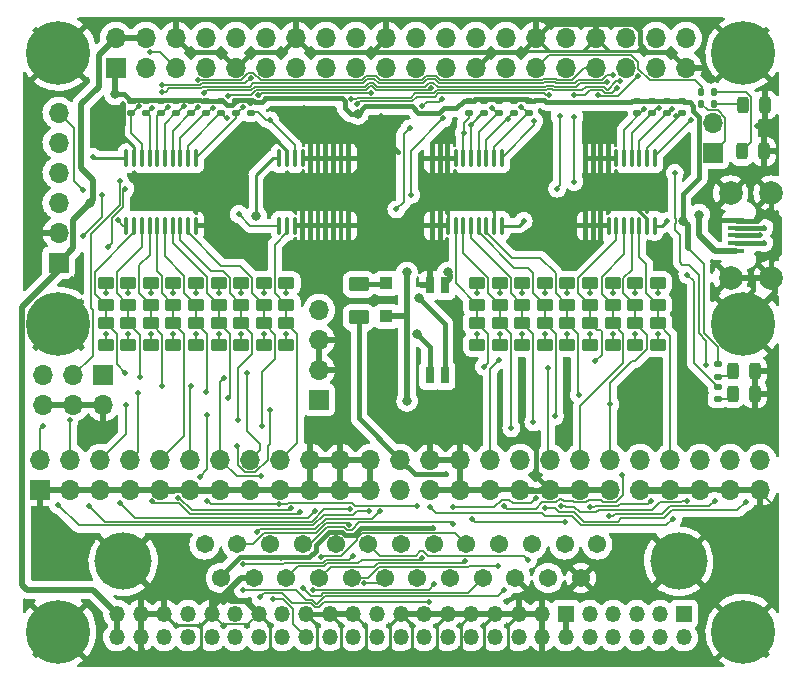
<source format=gtl>
G04 #@! TF.GenerationSoftware,KiCad,Pcbnew,(6.0.4)*
G04 #@! TF.CreationDate,2022-07-19T20:37:22-05:00*
G04 #@! TF.ProjectId,rascsi_2p6,72617363-7369-45f3-9270-362e6b696361,rev?*
G04 #@! TF.SameCoordinates,Original*
G04 #@! TF.FileFunction,Copper,L1,Top*
G04 #@! TF.FilePolarity,Positive*
%FSLAX46Y46*%
G04 Gerber Fmt 4.6, Leading zero omitted, Abs format (unit mm)*
G04 Created by KiCad (PCBNEW (6.0.4)) date 2022-07-19 20:37:22*
%MOMM*%
%LPD*%
G01*
G04 APERTURE LIST*
G04 Aperture macros list*
%AMRoundRect*
0 Rectangle with rounded corners*
0 $1 Rounding radius*
0 $2 $3 $4 $5 $6 $7 $8 $9 X,Y pos of 4 corners*
0 Add a 4 corners polygon primitive as box body*
4,1,4,$2,$3,$4,$5,$6,$7,$8,$9,$2,$3,0*
0 Add four circle primitives for the rounded corners*
1,1,$1+$1,$2,$3*
1,1,$1+$1,$4,$5*
1,1,$1+$1,$6,$7*
1,1,$1+$1,$8,$9*
0 Add four rect primitives between the rounded corners*
20,1,$1+$1,$2,$3,$4,$5,0*
20,1,$1+$1,$4,$5,$6,$7,0*
20,1,$1+$1,$6,$7,$8,$9,0*
20,1,$1+$1,$8,$9,$2,$3,0*%
G04 Aperture macros list end*
G04 #@! TA.AperFunction,SMDPad,CuDef*
%ADD10RoundRect,0.100000X-0.100000X0.637500X-0.100000X-0.637500X0.100000X-0.637500X0.100000X0.637500X0*%
G04 #@! TD*
G04 #@! TA.AperFunction,SMDPad,CuDef*
%ADD11RoundRect,0.100000X0.100000X-0.637500X0.100000X0.637500X-0.100000X0.637500X-0.100000X-0.637500X0*%
G04 #@! TD*
G04 #@! TA.AperFunction,SMDPad,CuDef*
%ADD12RoundRect,0.243750X0.243750X0.456250X-0.243750X0.456250X-0.243750X-0.456250X0.243750X-0.456250X0*%
G04 #@! TD*
G04 #@! TA.AperFunction,ComponentPad*
%ADD13C,0.800000*%
G04 #@! TD*
G04 #@! TA.AperFunction,ComponentPad*
%ADD14C,5.400000*%
G04 #@! TD*
G04 #@! TA.AperFunction,ComponentPad*
%ADD15R,1.700000X1.700000*%
G04 #@! TD*
G04 #@! TA.AperFunction,ComponentPad*
%ADD16O,1.700000X1.700000*%
G04 #@! TD*
G04 #@! TA.AperFunction,SMDPad,CuDef*
%ADD17RoundRect,0.250000X-0.450000X0.262500X-0.450000X-0.262500X0.450000X-0.262500X0.450000X0.262500X0*%
G04 #@! TD*
G04 #@! TA.AperFunction,SMDPad,CuDef*
%ADD18RoundRect,0.250000X-0.625000X0.375000X-0.625000X-0.375000X0.625000X-0.375000X0.625000X0.375000X0*%
G04 #@! TD*
G04 #@! TA.AperFunction,SMDPad,CuDef*
%ADD19RoundRect,0.135000X-0.135000X-0.185000X0.135000X-0.185000X0.135000X0.185000X-0.135000X0.185000X0*%
G04 #@! TD*
G04 #@! TA.AperFunction,SMDPad,CuDef*
%ADD20RoundRect,0.135000X-0.185000X0.135000X-0.185000X-0.135000X0.185000X-0.135000X0.185000X0.135000X0*%
G04 #@! TD*
G04 #@! TA.AperFunction,SMDPad,CuDef*
%ADD21RoundRect,0.250000X0.450000X-0.262500X0.450000X0.262500X-0.450000X0.262500X-0.450000X-0.262500X0*%
G04 #@! TD*
G04 #@! TA.AperFunction,SMDPad,CuDef*
%ADD22R,0.750000X1.425000*%
G04 #@! TD*
G04 #@! TA.AperFunction,SMDPad,CuDef*
%ADD23R,1.100000X1.100000*%
G04 #@! TD*
G04 #@! TA.AperFunction,SMDPad,CuDef*
%ADD24R,1.400000X0.400000*%
G04 #@! TD*
G04 #@! TA.AperFunction,ComponentPad*
%ADD25C,2.000000*%
G04 #@! TD*
G04 #@! TA.AperFunction,ComponentPad*
%ADD26R,1.350000X1.350000*%
G04 #@! TD*
G04 #@! TA.AperFunction,ComponentPad*
%ADD27O,1.350000X1.350000*%
G04 #@! TD*
G04 #@! TA.AperFunction,ComponentPad*
%ADD28C,1.545000*%
G04 #@! TD*
G04 #@! TA.AperFunction,ComponentPad*
%ADD29C,4.845000*%
G04 #@! TD*
G04 #@! TA.AperFunction,ViaPad*
%ADD30C,0.500000*%
G04 #@! TD*
G04 #@! TA.AperFunction,ViaPad*
%ADD31C,0.800000*%
G04 #@! TD*
G04 #@! TA.AperFunction,Conductor*
%ADD32C,0.200000*%
G04 #@! TD*
G04 #@! TA.AperFunction,Conductor*
%ADD33C,0.150000*%
G04 #@! TD*
G04 #@! TA.AperFunction,Conductor*
%ADD34C,0.250000*%
G04 #@! TD*
G04 #@! TA.AperFunction,Conductor*
%ADD35C,0.400000*%
G04 #@! TD*
G04 #@! TA.AperFunction,Conductor*
%ADD36C,0.500000*%
G04 #@! TD*
G04 APERTURE END LIST*
D10*
X228477000Y-54922500D03*
X227827000Y-54922500D03*
X227177000Y-54922500D03*
X226527000Y-54922500D03*
X225877000Y-54922500D03*
X225227000Y-54922500D03*
X224577000Y-54922500D03*
X223927000Y-54922500D03*
X223277000Y-54922500D03*
X222627000Y-54922500D03*
X222627000Y-60647500D03*
X223277000Y-60647500D03*
X223927000Y-60647500D03*
X224577000Y-60647500D03*
X225227000Y-60647500D03*
X225877000Y-60647500D03*
X226527000Y-60647500D03*
X227177000Y-60647500D03*
X227827000Y-60647500D03*
X228477000Y-60647500D03*
X215523000Y-54922500D03*
X214873000Y-54922500D03*
X214223000Y-54922500D03*
X213573000Y-54922500D03*
X212923000Y-54922500D03*
X212273000Y-54922500D03*
X211623000Y-54922500D03*
X210973000Y-54922500D03*
X210323000Y-54922500D03*
X209673000Y-54922500D03*
X209673000Y-60647500D03*
X210323000Y-60647500D03*
X210973000Y-60647500D03*
X211623000Y-60647500D03*
X212273000Y-60647500D03*
X212923000Y-60647500D03*
X213573000Y-60647500D03*
X214223000Y-60647500D03*
X214873000Y-60647500D03*
X215523000Y-60647500D03*
D11*
X183765000Y-60647500D03*
X184415000Y-60647500D03*
X185065000Y-60647500D03*
X185715000Y-60647500D03*
X186365000Y-60647500D03*
X187015000Y-60647500D03*
X187665000Y-60647500D03*
X188315000Y-60647500D03*
X188965000Y-60647500D03*
X189615000Y-60647500D03*
X189615000Y-54922500D03*
X188965000Y-54922500D03*
X188315000Y-54922500D03*
X187665000Y-54922500D03*
X187015000Y-54922500D03*
X186365000Y-54922500D03*
X185715000Y-54922500D03*
X185065000Y-54922500D03*
X184415000Y-54922500D03*
X183765000Y-54922500D03*
X196719000Y-60647500D03*
X197369000Y-60647500D03*
X198019000Y-60647500D03*
X198669000Y-60647500D03*
X199319000Y-60647500D03*
X199969000Y-60647500D03*
X200619000Y-60647500D03*
X201269000Y-60647500D03*
X201919000Y-60647500D03*
X202569000Y-60647500D03*
X202569000Y-54922500D03*
X201919000Y-54922500D03*
X201269000Y-54922500D03*
X200619000Y-54922500D03*
X199969000Y-54922500D03*
X199319000Y-54922500D03*
X198669000Y-54922500D03*
X198019000Y-54922500D03*
X197369000Y-54922500D03*
X196719000Y-54922500D03*
D12*
X236967000Y-74866500D03*
X235092000Y-74866500D03*
X237841000Y-50419000D03*
X235966000Y-50419000D03*
X237729000Y-54356000D03*
X235854000Y-54356000D03*
D13*
X180025000Y-46000000D03*
X176568109Y-47431891D03*
X178000000Y-43975000D03*
D14*
X178000000Y-46000000D03*
D13*
X178000000Y-48025000D03*
X179431891Y-47431891D03*
X175975000Y-46000000D03*
X179431891Y-44568109D03*
X176568109Y-44568109D03*
X178000000Y-71025000D03*
X175975000Y-69000000D03*
X179431891Y-70431891D03*
X176568109Y-67568109D03*
X179431891Y-67568109D03*
D14*
X178000000Y-69000000D03*
D13*
X180025000Y-69000000D03*
X176568109Y-70431891D03*
X178000000Y-66975000D03*
X179431891Y-93568109D03*
X178000000Y-97025000D03*
X176568109Y-93568109D03*
X175975000Y-95000000D03*
X179431891Y-96431891D03*
X178000000Y-92975000D03*
X176568109Y-96431891D03*
X180025000Y-95000000D03*
D14*
X178000000Y-95000000D03*
D15*
X178010000Y-63780000D03*
D16*
X178010000Y-61240000D03*
X178010000Y-58700000D03*
X178010000Y-56160000D03*
X178010000Y-53620000D03*
X178010000Y-51080000D03*
D13*
X236000000Y-71025000D03*
X234568109Y-70431891D03*
D14*
X236000000Y-69000000D03*
D13*
X238025000Y-69000000D03*
X236000000Y-66975000D03*
X237431891Y-70431891D03*
X237431891Y-67568109D03*
X233975000Y-69000000D03*
X234568109Y-67568109D03*
X236000000Y-92975000D03*
X238025000Y-95000000D03*
X234568109Y-96431891D03*
D14*
X236000000Y-95000000D03*
D13*
X236000000Y-97025000D03*
X234568109Y-93568109D03*
X237431891Y-93568109D03*
X237431891Y-96431891D03*
X233975000Y-95000000D03*
X238025000Y-46000000D03*
X237431891Y-47431891D03*
X236000000Y-43975000D03*
X234568109Y-47431891D03*
D14*
X236000000Y-46000000D03*
D13*
X234568109Y-44568109D03*
X236000000Y-48025000D03*
X237431891Y-44568109D03*
X233975000Y-46000000D03*
D17*
X221090000Y-65487500D03*
X221090000Y-67312500D03*
D18*
X203450000Y-65600000D03*
X203450000Y-68400000D03*
D19*
X232448500Y-49339500D03*
X233468500Y-49339500D03*
D20*
X233807000Y-74293000D03*
X233807000Y-75313000D03*
X227012500Y-50059000D03*
X227012500Y-51079000D03*
X228282500Y-50059000D03*
X228282500Y-51079000D03*
X229552500Y-50059000D03*
X229552500Y-51079000D03*
X212725000Y-50059000D03*
X212725000Y-51079000D03*
X215265000Y-50059000D03*
X215265000Y-51079000D03*
X216535000Y-50059000D03*
X216535000Y-51079000D03*
X217805000Y-50059000D03*
X217805000Y-51079000D03*
X185420000Y-50059000D03*
X185420000Y-51079000D03*
X186690000Y-50059000D03*
X186690000Y-51079000D03*
X190500000Y-50059000D03*
X190500000Y-51079000D03*
X191770000Y-50059000D03*
X191770000Y-51079000D03*
X193040000Y-50059000D03*
X193040000Y-51079000D03*
X194310000Y-50059000D03*
X194310000Y-51079000D03*
D17*
X223002500Y-65487500D03*
X223002500Y-67312500D03*
X224915000Y-65487500D03*
X224915000Y-67312500D03*
X226827500Y-65487500D03*
X226827500Y-67312500D03*
X228740000Y-65487500D03*
X228740000Y-67312500D03*
X213440000Y-65487500D03*
X213440000Y-67312500D03*
X215352500Y-65487500D03*
X215352500Y-67312500D03*
X217265000Y-65487500D03*
X217265000Y-67312500D03*
X219177500Y-65487500D03*
X219177500Y-67312500D03*
X185825000Y-65487500D03*
X185825000Y-67312500D03*
X187737500Y-65487500D03*
X187737500Y-67312500D03*
X189650000Y-65487500D03*
X189650000Y-67312500D03*
X191562500Y-65487500D03*
X191562500Y-67312500D03*
X193475000Y-65487500D03*
X193475000Y-67312500D03*
X195387500Y-65487500D03*
X195387500Y-67312500D03*
X197300000Y-65487500D03*
X197300000Y-67312500D03*
D21*
X223002500Y-70712500D03*
X223002500Y-68887500D03*
X224915000Y-70712500D03*
X224915000Y-68887500D03*
X226827500Y-70712500D03*
X226827500Y-68887500D03*
X228740000Y-70712500D03*
X228740000Y-68887500D03*
X213440000Y-70712500D03*
X213440000Y-68887500D03*
X215352500Y-70712500D03*
X215352500Y-68887500D03*
X217265000Y-70712500D03*
X217265000Y-68887500D03*
X219177500Y-70712500D03*
X219177500Y-68887500D03*
X221090000Y-70712500D03*
X221090000Y-68887500D03*
X182000000Y-70712500D03*
X182000000Y-68887500D03*
X183912500Y-70712500D03*
X183912500Y-68887500D03*
X185825000Y-70712500D03*
X185825000Y-68887500D03*
X187737500Y-70712500D03*
X187737500Y-68887500D03*
X189650000Y-70712500D03*
X189650000Y-68887500D03*
X191562500Y-70712500D03*
X191562500Y-68887500D03*
X193475000Y-70712500D03*
X193475000Y-68887500D03*
X195387500Y-70712500D03*
X195387500Y-68887500D03*
X197300000Y-70712500D03*
X197300000Y-68887500D03*
D20*
X189230000Y-50059000D03*
X189230000Y-51079000D03*
X184150000Y-50059000D03*
X184150000Y-51079000D03*
X187960000Y-50059000D03*
X187960000Y-51079000D03*
D17*
X182000000Y-65487500D03*
X182000000Y-67312500D03*
X183912500Y-65487500D03*
X183912500Y-67312500D03*
D20*
X233807000Y-72388000D03*
X233807000Y-73408000D03*
D22*
X210715000Y-65687500D03*
X209445000Y-65687500D03*
X209445000Y-73311500D03*
X210715000Y-73311500D03*
D23*
X205770000Y-65525000D03*
X205770000Y-68325000D03*
D12*
X236967000Y-72961500D03*
X235092000Y-72961500D03*
D19*
X232448500Y-50355500D03*
X233468500Y-50355500D03*
D24*
X235405000Y-62760000D03*
X235405000Y-62110000D03*
X235405000Y-61460000D03*
X235405000Y-60810000D03*
X235405000Y-60160000D03*
D25*
X238355000Y-65035000D03*
X238355000Y-57885000D03*
X234905000Y-57885000D03*
X234905000Y-65035000D03*
D15*
X176466500Y-82994500D03*
D16*
X176466500Y-80454500D03*
X179006500Y-82994500D03*
X179006500Y-80454500D03*
X181546500Y-82994500D03*
X181546500Y-80454500D03*
X184086500Y-82994500D03*
X184086500Y-80454500D03*
X186626500Y-82994500D03*
X186626500Y-80454500D03*
X189166500Y-82994500D03*
X189166500Y-80454500D03*
X191706500Y-82994500D03*
X191706500Y-80454500D03*
X194246500Y-82994500D03*
X194246500Y-80454500D03*
X196786500Y-82994500D03*
X196786500Y-80454500D03*
X199326500Y-82994500D03*
X199326500Y-80454500D03*
X201866500Y-82994500D03*
X201866500Y-80454500D03*
X204406500Y-82994500D03*
X204406500Y-80454500D03*
X206946500Y-82994500D03*
X206946500Y-80454500D03*
X209486500Y-82994500D03*
X209486500Y-80454500D03*
X212026500Y-82994500D03*
X212026500Y-80454500D03*
X214566500Y-82994500D03*
X214566500Y-80454500D03*
X217106500Y-82994500D03*
X217106500Y-80454500D03*
X219646500Y-82994500D03*
X219646500Y-80454500D03*
X222186500Y-82994500D03*
X222186500Y-80454500D03*
X224726500Y-82994500D03*
X224726500Y-80454500D03*
X227266500Y-82994500D03*
X227266500Y-80454500D03*
X229806500Y-82994500D03*
X229806500Y-80454500D03*
X232346500Y-82994500D03*
X232346500Y-80454500D03*
X234886500Y-82994500D03*
X234886500Y-80454500D03*
X237426500Y-82994500D03*
X237426500Y-80454500D03*
D26*
X230972000Y-93488000D03*
D27*
X230972000Y-95488000D03*
X228972000Y-93488000D03*
X228972000Y-95488000D03*
X226972000Y-93488000D03*
X226972000Y-95488000D03*
X224972000Y-93488000D03*
X224972000Y-95488000D03*
X222972000Y-93488000D03*
X222972000Y-95488000D03*
D26*
X220972000Y-93488000D03*
D27*
X220972000Y-95488000D03*
X218972000Y-93488000D03*
X218972000Y-95488000D03*
X216972000Y-93488000D03*
X216972000Y-95488000D03*
X214972000Y-93488000D03*
X214972000Y-95488000D03*
X212972000Y-93488000D03*
X212972000Y-95488000D03*
X210972000Y-93488000D03*
X210972000Y-95488000D03*
X208972000Y-93488000D03*
X208972000Y-95488000D03*
X206972000Y-93488000D03*
X206972000Y-95488000D03*
X204972000Y-93488000D03*
X204972000Y-95488000D03*
X202972000Y-93488000D03*
X202972000Y-95488000D03*
X200972000Y-93488000D03*
X200972000Y-95488000D03*
X198972000Y-93488000D03*
X198972000Y-95488000D03*
X196972000Y-93488000D03*
X196972000Y-95488000D03*
X194972000Y-93488000D03*
X194972000Y-95488000D03*
X192972000Y-93488000D03*
X192972000Y-95488000D03*
X190972000Y-93488000D03*
X190972000Y-95488000D03*
X188972000Y-93488000D03*
X188972000Y-95488000D03*
X186972000Y-93488000D03*
X186972000Y-95488000D03*
X184972000Y-93488000D03*
X184972000Y-95488000D03*
X182972000Y-93488000D03*
X182972000Y-95488000D03*
D20*
X230822500Y-50059000D03*
X230822500Y-51079000D03*
X213995000Y-50059000D03*
X213995000Y-51079000D03*
D15*
X181810000Y-73300000D03*
D16*
X181810000Y-75840000D03*
X179270000Y-73300000D03*
X179270000Y-75840000D03*
X176730000Y-73300000D03*
X176730000Y-75840000D03*
D15*
X200070000Y-75380000D03*
D16*
X200070000Y-72840000D03*
X200070000Y-70300000D03*
X200070000Y-67760000D03*
D15*
X182870000Y-47270000D03*
D16*
X182870000Y-44730000D03*
X185410000Y-47270000D03*
X185410000Y-44730000D03*
X187950000Y-47270000D03*
X187950000Y-44730000D03*
X190490000Y-47270000D03*
X190490000Y-44730000D03*
X193030000Y-47270000D03*
X193030000Y-44730000D03*
X195570000Y-47270000D03*
X195570000Y-44730000D03*
X198110000Y-47270000D03*
X198110000Y-44730000D03*
X200650000Y-47270000D03*
X200650000Y-44730000D03*
X203190000Y-47270000D03*
X203190000Y-44730000D03*
X205730000Y-47270000D03*
X205730000Y-44730000D03*
X208270000Y-47270000D03*
X208270000Y-44730000D03*
X210810000Y-47270000D03*
X210810000Y-44730000D03*
X213350000Y-47270000D03*
X213350000Y-44730000D03*
X215890000Y-47270000D03*
X215890000Y-44730000D03*
X218430000Y-47270000D03*
X218430000Y-44730000D03*
X220970000Y-47270000D03*
X220970000Y-44730000D03*
X223510000Y-47270000D03*
X223510000Y-44730000D03*
X226050000Y-47270000D03*
X226050000Y-44730000D03*
X228590000Y-47270000D03*
X228590000Y-44730000D03*
X231130000Y-47270000D03*
X231130000Y-44730000D03*
D28*
X223621600Y-87630000D03*
X220851600Y-87630000D03*
X218081600Y-87630000D03*
X215311600Y-87630000D03*
X212541600Y-87630000D03*
X209771600Y-87630000D03*
X207001600Y-87630000D03*
X204231600Y-87630000D03*
X201461600Y-87630000D03*
X198691600Y-87630000D03*
X195921600Y-87630000D03*
X193151600Y-87630000D03*
X190381600Y-87630000D03*
X222236600Y-90470000D03*
X219466600Y-90470000D03*
X216696600Y-90470000D03*
X213926600Y-90470000D03*
X211156600Y-90470000D03*
X208386600Y-90470000D03*
X205616600Y-90470000D03*
X202846600Y-90470000D03*
X200076600Y-90470000D03*
X197306600Y-90470000D03*
X194536600Y-90470000D03*
X191766600Y-90470000D03*
D29*
X230521600Y-89050000D03*
X183481600Y-89050000D03*
D15*
X233426000Y-54483000D03*
D16*
X233426000Y-51943000D03*
D30*
X224726500Y-75763500D03*
X222470000Y-62540000D03*
X229040000Y-62620000D03*
X224110000Y-52600000D03*
X205330000Y-72360000D03*
X192930000Y-62340000D03*
X192190000Y-54830000D03*
X198740000Y-63510000D03*
X205750000Y-63250000D03*
X220230000Y-62240000D03*
X180110000Y-61520000D03*
X181690000Y-58010000D03*
X180901023Y-54828977D03*
X217390000Y-60220000D03*
X229570000Y-60220000D03*
X210600000Y-51560000D03*
X233577000Y-60183000D03*
X195190000Y-52420000D03*
X225710000Y-78760000D03*
X200220000Y-53010000D03*
X205330000Y-51330000D03*
X219530000Y-54800000D03*
X197260000Y-51720000D03*
X217359259Y-75148500D03*
D31*
X220950000Y-78440000D03*
D30*
X230590000Y-68010000D03*
X217420000Y-54580000D03*
X237110000Y-52200000D03*
X228670000Y-78540000D03*
X179163500Y-65147757D03*
X206743500Y-54370001D03*
X195090000Y-63820000D03*
X223606000Y-57420000D03*
X217932000Y-78803500D03*
D31*
X233230000Y-48250000D03*
D30*
X198790000Y-50640000D03*
X183443314Y-50335989D03*
D31*
X182816500Y-49530000D03*
X230873001Y-60220000D03*
X203349676Y-51176921D03*
X194730000Y-59840000D03*
X210980000Y-64580000D03*
D30*
X231250000Y-64780000D03*
D31*
X232242000Y-59706000D03*
X207520000Y-75480000D03*
X207510000Y-64580000D03*
X180680000Y-58690000D03*
D30*
X189970000Y-81900000D03*
X224619308Y-85214713D03*
X233550000Y-83950000D03*
X190590000Y-76680000D03*
X220021021Y-76791021D03*
X216355477Y-77794523D03*
X223017950Y-84430159D03*
X228193502Y-83950000D03*
X211387010Y-84484832D03*
X218467635Y-83701010D03*
X199594338Y-91513449D03*
X214030000Y-72570000D03*
X209788434Y-91015548D03*
X219440000Y-72690000D03*
X195109837Y-92047077D03*
X230028947Y-85465648D03*
X209435886Y-84452762D03*
X209382000Y-92462031D03*
X215740000Y-84360000D03*
X225702655Y-81777345D03*
X215732000Y-91456000D03*
X193634000Y-91456000D03*
X200238000Y-88662000D03*
X220930000Y-85750000D03*
X213012489Y-85489064D03*
X223470000Y-72090000D03*
X198690326Y-91301086D03*
X215340000Y-72020000D03*
X194844714Y-86558047D03*
X205218510Y-84796010D03*
X203913077Y-90911020D03*
X176730000Y-77580000D03*
X195260000Y-77580000D03*
X177980000Y-84280000D03*
X204320000Y-84796010D03*
X217764000Y-88916000D03*
X193230000Y-77103500D03*
X178944361Y-77103500D03*
X215224000Y-89424000D03*
X202721033Y-84656657D03*
X180570000Y-84330000D03*
X212430000Y-89056511D03*
X183202424Y-84102989D03*
X183690000Y-75780000D03*
X199719686Y-84757742D03*
X192380000Y-75190000D03*
X184730000Y-74780000D03*
X190520000Y-74710000D03*
X211443766Y-85876963D03*
X185893529Y-83978968D03*
X198480000Y-84852000D03*
X197698000Y-84550000D03*
X208808688Y-88748588D03*
X188130504Y-83651957D03*
X208366000Y-84344000D03*
X186800000Y-74170000D03*
X196710000Y-84234946D03*
X190608551Y-83908553D03*
X189250000Y-74180000D03*
X202631070Y-85937679D03*
X184880000Y-73440000D03*
X195173502Y-81827449D03*
X192012520Y-73545468D03*
X202952442Y-88582442D03*
X193631263Y-89293836D03*
X193970000Y-73070000D03*
X183670000Y-73100000D03*
X222082000Y-74946000D03*
X195886769Y-76278251D03*
X219236247Y-84548511D03*
X236200000Y-84020000D03*
X193160000Y-79250000D03*
X231254940Y-83921502D03*
X220571042Y-84385360D03*
X218213022Y-77293022D03*
X196174000Y-92218000D03*
X210810000Y-81680000D03*
X209679033Y-86203489D03*
X196886051Y-88747053D03*
X184798618Y-50545999D03*
X186806010Y-48683990D03*
X194271557Y-48167758D03*
X185928000Y-50673000D03*
X186737007Y-49307193D03*
X224985361Y-47880000D03*
X187261500Y-50609500D03*
X188595000Y-50546000D03*
X189801500Y-50609500D03*
X189779021Y-48270023D03*
X190295637Y-49411485D03*
X224463077Y-48513124D03*
X191071500Y-50673000D03*
X209542501Y-48977204D03*
X192255000Y-51495760D03*
X192397746Y-49656063D03*
X204460000Y-49371531D03*
X193670000Y-50562173D03*
X194939652Y-49605043D03*
X195910000Y-51720000D03*
X212320000Y-52780000D03*
X227047721Y-47984220D03*
X223717751Y-49605263D03*
X212930000Y-52100000D03*
X214693500Y-50673000D03*
X216104492Y-51563351D03*
X219575797Y-49570715D03*
X203254914Y-50358898D03*
X217190000Y-50580000D03*
X227587496Y-50796504D03*
X228854000Y-50673000D03*
X229977207Y-50780562D03*
X230264293Y-51337990D03*
X202814160Y-49912387D03*
X225540387Y-48386177D03*
X185750000Y-45950000D03*
X224915000Y-69810000D03*
X187737500Y-69810000D03*
X221090000Y-69810000D03*
X195387500Y-69810000D03*
X223002500Y-69810000D03*
X213440000Y-69810000D03*
X215352500Y-69810000D03*
X183912500Y-69810000D03*
X219177500Y-69810000D03*
X193475000Y-69810000D03*
X191562500Y-69810000D03*
D31*
X208380000Y-69810000D03*
D30*
X185825000Y-69810000D03*
X189650000Y-69810000D03*
X197300000Y-69810000D03*
X182000000Y-69810000D03*
X226827500Y-69810000D03*
X228740000Y-69810000D03*
X217265000Y-69810000D03*
D31*
X208500000Y-66770000D03*
D30*
X185825000Y-66360000D03*
X189650000Y-66360000D03*
X193475000Y-66360000D03*
X195387500Y-66360000D03*
X182000000Y-66360000D03*
X191562500Y-66360000D03*
X219177500Y-66360000D03*
X228740000Y-66360000D03*
X213440000Y-66360000D03*
X197300000Y-66360000D03*
X224915000Y-66360000D03*
X215352500Y-66360000D03*
X221090000Y-66360000D03*
X183912500Y-66360000D03*
X217265000Y-66360000D03*
X187737500Y-66360000D03*
X223002500Y-66360000D03*
X226827500Y-66360000D03*
X231540000Y-51680000D03*
X225277665Y-48996684D03*
X221680000Y-49605064D03*
X218293367Y-51747866D03*
X210450000Y-49898500D03*
X183011500Y-60164209D03*
X206620000Y-59260000D03*
X208824411Y-50488011D03*
X207730000Y-52400000D03*
X193270000Y-59660000D03*
X183200000Y-56860000D03*
X221690000Y-51460000D03*
X221690000Y-56920000D03*
X220430000Y-51320000D03*
X183676500Y-57523228D03*
X182170000Y-62460000D03*
X220230000Y-57500000D03*
X180050000Y-57590000D03*
X207870000Y-58010000D03*
X237777990Y-60820000D03*
X237401287Y-61446949D03*
X237777990Y-62120000D03*
X232870000Y-72400000D03*
X230183368Y-56193368D03*
D32*
X224726500Y-75763500D02*
X224726500Y-80454500D01*
X180110000Y-61520000D02*
X181690000Y-59940000D01*
X181690000Y-59940000D02*
X181690000Y-58010000D01*
X180746969Y-67608256D02*
X180926511Y-67787798D01*
X180746969Y-61363031D02*
X180746969Y-67608256D01*
X183200000Y-58910000D02*
X180746969Y-61363031D01*
D33*
X182560000Y-62070000D02*
X182170000Y-62460000D01*
X182560000Y-59976400D02*
X182560000Y-62070000D01*
X183501511Y-57698217D02*
X183501511Y-59034889D01*
X183676500Y-57523228D02*
X183501511Y-57698217D01*
X183765000Y-60647500D02*
X183494791Y-60647500D01*
X183494791Y-60647500D02*
X183011500Y-60164209D01*
X183501511Y-59034889D02*
X182560000Y-59976400D01*
D32*
X183200000Y-58910000D02*
X183200000Y-56860000D01*
X180926511Y-71643489D02*
X180926511Y-67787798D01*
X179270000Y-73300000D02*
X180926511Y-71643489D01*
D34*
X214873000Y-58943000D02*
X214873000Y-60647500D01*
X210973000Y-59077000D02*
X211610000Y-58440000D01*
X214370000Y-58440000D02*
X214873000Y-58943000D01*
X210973000Y-60647500D02*
X210973000Y-59077000D01*
X211610000Y-58440000D02*
X214370000Y-58440000D01*
X225184124Y-57420000D02*
X223606000Y-57420000D01*
X227827000Y-60062876D02*
X225184124Y-57420000D01*
X194730000Y-56330000D02*
X194730000Y-59840000D01*
X196137500Y-54922500D02*
X194730000Y-56330000D01*
X180994546Y-54922500D02*
X180901023Y-54828977D01*
X183765000Y-54922500D02*
X180994546Y-54922500D01*
X216962500Y-60647500D02*
X217390000Y-60220000D01*
X215523000Y-60647500D02*
X216962500Y-60647500D01*
D33*
X228477000Y-54725000D02*
X231522000Y-51680000D01*
X231522000Y-51680000D02*
X231540000Y-51680000D01*
X227827000Y-54049500D02*
X230536750Y-51339750D01*
X227827000Y-54922500D02*
X227827000Y-54049500D01*
X229825938Y-50780562D02*
X229977207Y-50780562D01*
X227177000Y-53429500D02*
X229825938Y-50780562D01*
X227177000Y-54922500D02*
X227177000Y-53429500D01*
X226527000Y-52809500D02*
X228663500Y-50673000D01*
X226527000Y-54922500D02*
X226527000Y-52809500D01*
X228663500Y-50673000D02*
X228854000Y-50673000D01*
X225877000Y-52507000D02*
X227587496Y-50796504D01*
X225877000Y-54922500D02*
X225877000Y-52507000D01*
D35*
X230873001Y-57996999D02*
X230873001Y-60220000D01*
X232249489Y-56620511D02*
X230873001Y-57996999D01*
X232249489Y-51419489D02*
X232249489Y-56620511D01*
X231770000Y-50940000D02*
X232249489Y-51419489D01*
X231770000Y-50470000D02*
X231770000Y-50940000D01*
D34*
X228477000Y-60647500D02*
X229142500Y-60647500D01*
D36*
X231267000Y-62510000D02*
X231267000Y-60613999D01*
D33*
X230183368Y-59944848D02*
X230183368Y-56193368D01*
X230271501Y-60032981D02*
X230183368Y-59944848D01*
X230183368Y-60495152D02*
X230271501Y-60407019D01*
X230183368Y-60993346D02*
X230183368Y-60495152D01*
X230271501Y-60407019D02*
X230271501Y-60032981D01*
D34*
X229142500Y-60647500D02*
X229570000Y-60220000D01*
D33*
X230600000Y-63730000D02*
X230600000Y-61409978D01*
X231410000Y-63950000D02*
X230820000Y-63950000D01*
X232240000Y-64780000D02*
X231410000Y-63950000D01*
X230820000Y-63950000D02*
X230600000Y-63730000D01*
D35*
X230943500Y-50180000D02*
X231480000Y-50180000D01*
D33*
X232240000Y-69734403D02*
X232240000Y-64780000D01*
D35*
X231480000Y-50180000D02*
X231770000Y-50470000D01*
D33*
X232870000Y-70364403D02*
X232240000Y-69734403D01*
X232870000Y-72400000D02*
X232870000Y-70364403D01*
D35*
X230822500Y-50059000D02*
X230943500Y-50180000D01*
D33*
X230600000Y-61409978D02*
X230183368Y-60993346D01*
D36*
X231267000Y-60613999D02*
X230873001Y-60220000D01*
D32*
X227177000Y-63315901D02*
X227177000Y-60647500D01*
X228740000Y-67312500D02*
X227754020Y-66326520D01*
X227754020Y-66326520D02*
X227754020Y-63892921D01*
X227754020Y-63892921D02*
X227177000Y-63315901D01*
X226527000Y-64401599D02*
X226527000Y-60647500D01*
X225841520Y-65087079D02*
X226527000Y-64401599D01*
X225841520Y-66326520D02*
X225841520Y-65087079D01*
X226827500Y-67312500D02*
X225841520Y-66326520D01*
X225877000Y-63073000D02*
X225877000Y-60647500D01*
X223988480Y-64961520D02*
X225877000Y-63073000D01*
X223988480Y-66385980D02*
X223988480Y-64961520D01*
X224915000Y-67312500D02*
X223988480Y-66385980D01*
X225227000Y-61876599D02*
X225227000Y-60647500D01*
X222016520Y-65087079D02*
X225227000Y-61876599D01*
X222016520Y-66326520D02*
X222016520Y-65087079D01*
X223002500Y-67312500D02*
X222016520Y-66326520D01*
X216586231Y-64210000D02*
X213573000Y-61196769D01*
X217790000Y-64210000D02*
X216586231Y-64210000D01*
X218191520Y-64611520D02*
X217790000Y-64210000D01*
X219177500Y-67312500D02*
X218191520Y-66326520D01*
X218191520Y-66326520D02*
X218191520Y-64611520D01*
X218780000Y-63360000D02*
X216386231Y-63360000D01*
X220104020Y-64684020D02*
X218780000Y-63360000D01*
X216386231Y-63360000D02*
X214223000Y-61196769D01*
X221090000Y-67312500D02*
X220104020Y-66326520D01*
X220104020Y-66326520D02*
X220104020Y-64684020D01*
X211656511Y-65529011D02*
X211656511Y-60681011D01*
X213440000Y-67312500D02*
X211656511Y-65529011D01*
X214366520Y-65027619D02*
X212273000Y-62934099D01*
X212273000Y-62934099D02*
X212273000Y-60647500D01*
X214366520Y-66326520D02*
X214366520Y-65027619D01*
X215352500Y-67312500D02*
X214366520Y-66326520D01*
X212923000Y-61671599D02*
X212923000Y-60647500D01*
X216279020Y-65027619D02*
X212923000Y-61671599D01*
X216279020Y-66326520D02*
X216279020Y-65027619D01*
X217265000Y-67312500D02*
X216279020Y-66326520D01*
X194257500Y-60647500D02*
X193270000Y-59660000D01*
X196719000Y-60647500D02*
X194257500Y-60647500D01*
X196314020Y-62251749D02*
X197369000Y-61196769D01*
X196314020Y-66326520D02*
X196314020Y-62251749D01*
X197300000Y-67312500D02*
X196314020Y-66326520D01*
X191798231Y-64030000D02*
X188965000Y-61196769D01*
X193403901Y-64030000D02*
X191798231Y-64030000D01*
X194401520Y-66326520D02*
X194401520Y-65027619D01*
X195387500Y-67312500D02*
X194401520Y-66326520D01*
X194401520Y-65027619D02*
X193403901Y-64030000D01*
X191971401Y-64510000D02*
X190950000Y-64510000D01*
X192489020Y-65027619D02*
X191971401Y-64510000D01*
X193475000Y-67312500D02*
X192489020Y-66326520D01*
X192489020Y-66326520D02*
X192489020Y-65027619D01*
X190950000Y-64510000D02*
X188315000Y-61875000D01*
X188315000Y-61875000D02*
X188315000Y-60647500D01*
X187665000Y-62085000D02*
X187665000Y-60647500D01*
X190576520Y-64996520D02*
X187665000Y-62085000D01*
X190576520Y-66326520D02*
X190576520Y-64996520D01*
X191562500Y-67312500D02*
X190576520Y-66326520D01*
X181073480Y-64538289D02*
X184415000Y-61196769D01*
X181073480Y-66385980D02*
X181073480Y-64538289D01*
X182000000Y-67312500D02*
X181073480Y-66385980D01*
X185065000Y-62425000D02*
X185065000Y-60647500D01*
X182926520Y-64563480D02*
X185065000Y-62425000D01*
X182926520Y-66326520D02*
X182926520Y-64563480D01*
X183912500Y-67312500D02*
X182926520Y-66326520D01*
X184839020Y-63990980D02*
X185715000Y-63115000D01*
X184839020Y-66326520D02*
X184839020Y-63990980D01*
X185825000Y-67312500D02*
X184839020Y-66326520D01*
X185715000Y-63115000D02*
X185715000Y-60647500D01*
X186751520Y-64871520D02*
X186365000Y-64485000D01*
X186365000Y-64485000D02*
X186365000Y-60647500D01*
X187737500Y-67312500D02*
X186751520Y-66326520D01*
X186751520Y-66326520D02*
X186751520Y-64871520D01*
X187015000Y-63235000D02*
X187015000Y-60647500D01*
X188664020Y-64884020D02*
X187015000Y-63235000D01*
X189650000Y-67312500D02*
X188664020Y-66326520D01*
X188664020Y-66326520D02*
X188664020Y-64884020D01*
D33*
X207840000Y-57980000D02*
X207870000Y-58010000D01*
X207840000Y-54320000D02*
X207840000Y-57980000D01*
X210600000Y-51560000D02*
X207840000Y-54320000D01*
X213816500Y-51213500D02*
X212930000Y-52100000D01*
X212320000Y-51930000D02*
X212725000Y-51525000D01*
X212320000Y-52780000D02*
X212320000Y-51930000D01*
X212725000Y-51525000D02*
X212725000Y-51079000D01*
X212273000Y-54922500D02*
X212273000Y-52827000D01*
X212273000Y-52827000D02*
X212320000Y-52780000D01*
D32*
X210208500Y-50140000D02*
X210450000Y-49898500D01*
X209172422Y-50140000D02*
X210208500Y-50140000D01*
X208824411Y-50488011D02*
X209172422Y-50140000D01*
D33*
X218293367Y-52152133D02*
X218293367Y-51747866D01*
X215523000Y-54922500D02*
X218293367Y-52152133D01*
X214873000Y-53986000D02*
X217805000Y-51054000D01*
X214873000Y-54922500D02*
X214873000Y-53986000D01*
X214223000Y-54922500D02*
X214223000Y-53366000D01*
X214223000Y-53366000D02*
X216535000Y-51054000D01*
X213573000Y-54922500D02*
X213573000Y-52746000D01*
X213573000Y-52746000D02*
X215265000Y-51054000D01*
X212923000Y-54922500D02*
X212923000Y-52126000D01*
X212923000Y-52126000D02*
X213995000Y-51054000D01*
D32*
X207730000Y-52400000D02*
X207220000Y-52910000D01*
X207220000Y-52910000D02*
X207220000Y-58660000D01*
D35*
X200290000Y-53080000D02*
X205453499Y-53080000D01*
D32*
X207220000Y-58660000D02*
X206620000Y-59260000D01*
D35*
X200220000Y-53010000D02*
X200290000Y-53080000D01*
X205453499Y-53080000D02*
X206743500Y-54370001D01*
D34*
X195451124Y-52420000D02*
X195190000Y-52420000D01*
X197369000Y-54337876D02*
X195451124Y-52420000D01*
X196719000Y-54922500D02*
X196137500Y-54922500D01*
X183443314Y-53043314D02*
X183443314Y-52066686D01*
X184415000Y-54015000D02*
X183443314Y-53043314D01*
X184415000Y-54922500D02*
X184415000Y-54015000D01*
D33*
X198019000Y-53829000D02*
X195910000Y-51720000D01*
X198019000Y-54922500D02*
X198019000Y-53829000D01*
X193040000Y-51497500D02*
X193040000Y-51054000D01*
X189615000Y-54922500D02*
X193040000Y-51497500D01*
X192211760Y-51495760D02*
X192255000Y-51495760D01*
X188965000Y-53859000D02*
X191770000Y-51054000D01*
X191770000Y-51054000D02*
X192211760Y-51495760D01*
X188965000Y-54922500D02*
X188965000Y-53859000D01*
X188315000Y-53239000D02*
X190500000Y-51054000D01*
X188315000Y-54922500D02*
X188315000Y-53239000D01*
X187665000Y-54922500D02*
X187665000Y-52619000D01*
X187665000Y-52619000D02*
X189230000Y-51054000D01*
X187015000Y-51999000D02*
X187960000Y-51054000D01*
X187015000Y-54922500D02*
X187015000Y-51999000D01*
X186365000Y-51379000D02*
X186690000Y-51054000D01*
X186365000Y-54922500D02*
X186365000Y-51379000D01*
X185715000Y-51349000D02*
X185420000Y-51054000D01*
X185715000Y-54922500D02*
X185715000Y-51349000D01*
X184150000Y-52816058D02*
X184150000Y-51054000D01*
X185065000Y-54922500D02*
X185065000Y-53731058D01*
X185065000Y-53731058D02*
X184150000Y-52816058D01*
D35*
X183443314Y-50335989D02*
X183443314Y-52066686D01*
D36*
X218780000Y-97298000D02*
X218972000Y-97106000D01*
D35*
X235479521Y-60234521D02*
X237175479Y-60234521D01*
D34*
X212044999Y-97175001D02*
X211922000Y-97298000D01*
D35*
X218469499Y-79340999D02*
X217932000Y-78803500D01*
D32*
X190972000Y-93488000D02*
X191874001Y-94390001D01*
D34*
X223510000Y-44730000D02*
X222407999Y-45832001D01*
X190972000Y-93488000D02*
X190044999Y-94415001D01*
D36*
X236823000Y-65043000D02*
X234878000Y-65043000D01*
D35*
X238355000Y-65035000D02*
X238355000Y-63620787D01*
D36*
X199730000Y-97298000D02*
X201762000Y-97298000D01*
D34*
X210044999Y-94415001D02*
X210044999Y-97198999D01*
D32*
X194069999Y-94390001D02*
X194972000Y-93488000D01*
D36*
X210144000Y-97298000D02*
X211922000Y-97298000D01*
D35*
X238355000Y-59299213D02*
X238355000Y-57885000D01*
D34*
X200972000Y-93488000D02*
X201899001Y-94415001D01*
X195899001Y-94415001D02*
X195899001Y-97064999D01*
D35*
X239047001Y-62928786D02*
X239047001Y-59991214D01*
D36*
X229702000Y-83074000D02*
X227162000Y-83074000D01*
X189062000Y-83074000D02*
X191602000Y-83074000D01*
D35*
X238110787Y-59299213D02*
X238355000Y-59299213D01*
D36*
X193444121Y-90470000D02*
X192030061Y-91884061D01*
D35*
X219646500Y-82994500D02*
X218469499Y-81817499D01*
D34*
X204044999Y-97047001D02*
X203794000Y-97298000D01*
D35*
X199287001Y-45907001D02*
X217252999Y-45907001D01*
D36*
X219542000Y-83074000D02*
X222082000Y-83074000D01*
D35*
X239047001Y-59991214D02*
X238355000Y-59299213D01*
D34*
X216972000Y-93488000D02*
X216044999Y-94415001D01*
D35*
X202274000Y-53060000D02*
X201549000Y-53060000D01*
D34*
X214787999Y-45832001D02*
X229692001Y-45832001D01*
X201899001Y-97160999D02*
X201762000Y-97298000D01*
X214972000Y-93488000D02*
X214044999Y-94415001D01*
X212972000Y-93488000D02*
X212044999Y-94415001D01*
X229692001Y-45832001D02*
X230280001Y-46420001D01*
D36*
X238328000Y-65043000D02*
X236823000Y-65043000D01*
D35*
X227839041Y-45907001D02*
X227227001Y-45294961D01*
D34*
X212044999Y-94415001D02*
X212044999Y-97175001D01*
D35*
X229767001Y-45907001D02*
X227839041Y-45907001D01*
X236823000Y-66097000D02*
X236823000Y-65043000D01*
D34*
X230280001Y-46420001D02*
X231130000Y-47270000D01*
D36*
X203794000Y-97298000D02*
X206334000Y-97298000D01*
D34*
X206044999Y-97008999D02*
X206334000Y-97298000D01*
D36*
X187780499Y-83074000D02*
X187829543Y-83024956D01*
D34*
X223510000Y-44730000D02*
X224612001Y-45832001D01*
X186972000Y-93488000D02*
X187899001Y-94415001D01*
D35*
X233600000Y-60160000D02*
X233577000Y-60183000D01*
D34*
X218430000Y-44730000D02*
X219532001Y-45832001D01*
D35*
X236000000Y-66920000D02*
X236823000Y-66097000D01*
D34*
X206972000Y-93488000D02*
X207899001Y-94415001D01*
X213350000Y-47270000D02*
X214787999Y-45832001D01*
X199899001Y-97128999D02*
X199730000Y-97298000D01*
X198972000Y-93488000D02*
X199899001Y-94415001D01*
D35*
X196932999Y-45907001D02*
X198110000Y-44730000D01*
X226614961Y-43552999D02*
X219607001Y-43552999D01*
D33*
X237110000Y-52200000D02*
X237510000Y-51800000D01*
D36*
X238699999Y-66300001D02*
X238699999Y-65414999D01*
X192030061Y-91884061D02*
X190972000Y-92942121D01*
D35*
X194392999Y-45907001D02*
X196932999Y-45907001D01*
D34*
X190044999Y-94415001D02*
X190044999Y-97264999D01*
X202972000Y-93488000D02*
X204044999Y-94560999D01*
D35*
X204552999Y-45907001D02*
X205730000Y-44730000D01*
D36*
X185760000Y-97298000D02*
X190078000Y-97298000D01*
D35*
X198972000Y-93488000D02*
X200972000Y-93488000D01*
X193030000Y-47270000D02*
X194392999Y-45907001D01*
D33*
X237610000Y-51800000D02*
X237841000Y-51569000D01*
D36*
X201762000Y-97298000D02*
X203794000Y-97298000D01*
X193919999Y-92435999D02*
X192581999Y-92435999D01*
D35*
X227227001Y-45294961D02*
X227227001Y-44165039D01*
D36*
X207858000Y-97298000D02*
X210144000Y-97298000D01*
X190972000Y-92942121D02*
X190972000Y-93488000D01*
D34*
X216044999Y-94415001D02*
X216044999Y-97239001D01*
D35*
X235405000Y-60160000D02*
X235479521Y-60234521D01*
D34*
X206972000Y-93488000D02*
X206044999Y-94415001D01*
X194972000Y-93488000D02*
X195899001Y-94415001D01*
D33*
X236000000Y-95000000D02*
X238790001Y-92209999D01*
D34*
X214044999Y-94415001D02*
X214044999Y-96953001D01*
D35*
X189127001Y-45907001D02*
X187950000Y-44730000D01*
X235405000Y-60160000D02*
X233600000Y-60160000D01*
D36*
X213700000Y-97298000D02*
X215986000Y-97298000D01*
D34*
X207899001Y-94415001D02*
X207899001Y-97256999D01*
D36*
X195666000Y-97298000D02*
X199730000Y-97298000D01*
D34*
X195899001Y-97064999D02*
X195666000Y-97298000D01*
D35*
X214712999Y-45907001D02*
X213350000Y-47270000D01*
X198110000Y-44730000D02*
X199287001Y-45907001D01*
D34*
X187899001Y-94415001D02*
X190044999Y-94415001D01*
D36*
X206334000Y-97298000D02*
X207858000Y-97298000D01*
X184972000Y-95488000D02*
X184972000Y-96510000D01*
D34*
X201899001Y-94415001D02*
X201899001Y-97160999D01*
X210044999Y-97198999D02*
X210144000Y-97298000D01*
X206044999Y-94415001D02*
X206044999Y-97008999D01*
D33*
X238790001Y-92209999D02*
X238790001Y-84542001D01*
D34*
X204044999Y-94560999D02*
X204044999Y-97047001D01*
D35*
X237175479Y-60234521D02*
X238110787Y-59299213D01*
D32*
X191874001Y-94390001D02*
X194069999Y-94390001D01*
D35*
X193030000Y-47270000D02*
X191667001Y-45907001D01*
D36*
X190078000Y-97298000D02*
X195666000Y-97298000D01*
D35*
X191667001Y-45907001D02*
X189127001Y-45907001D01*
X217252999Y-45907001D02*
X219607001Y-43552999D01*
D36*
X192581999Y-92435999D02*
X192030061Y-91884061D01*
X219542000Y-83074000D02*
X217002000Y-83074000D01*
X232242000Y-83074000D02*
X229702000Y-83074000D01*
X194972000Y-93488000D02*
X193919999Y-92435999D01*
D33*
X237510000Y-51800000D02*
X237610000Y-51800000D01*
D34*
X214044999Y-96953001D02*
X213700000Y-97298000D01*
D35*
X227227001Y-44165039D02*
X226614961Y-43552999D01*
D36*
X188431465Y-83024956D02*
X188480509Y-83074000D01*
X184972000Y-96510000D02*
X185760000Y-97298000D01*
X211922000Y-97298000D02*
X213700000Y-97298000D01*
X215986000Y-97298000D02*
X218780000Y-97298000D01*
D34*
X216044999Y-97239001D02*
X215986000Y-97298000D01*
D36*
X187829543Y-83024956D02*
X188431465Y-83024956D01*
D34*
X207899001Y-97256999D02*
X207858000Y-97298000D01*
D33*
X238790001Y-84542001D02*
X237322000Y-83074000D01*
X237841000Y-51569000D02*
X237841000Y-50419000D01*
D36*
X236000000Y-69000000D02*
X238699999Y-66300001D01*
D35*
X231130000Y-47270000D02*
X229767001Y-45907001D01*
X236427000Y-65043000D02*
X234878000Y-65043000D01*
X218469499Y-81817499D02*
X218469499Y-79340999D01*
D34*
X210972000Y-93488000D02*
X210044999Y-94415001D01*
D36*
X194536600Y-90470000D02*
X193444121Y-90470000D01*
D34*
X190044999Y-97264999D02*
X190078000Y-97298000D01*
D35*
X238355000Y-63620787D02*
X239047001Y-62928786D01*
D36*
X188480509Y-83074000D02*
X189062000Y-83074000D01*
X186522000Y-83074000D02*
X187780499Y-83074000D01*
X218972000Y-97106000D02*
X218972000Y-95488000D01*
D34*
X199899001Y-94415001D02*
X199899001Y-97128999D01*
D35*
X194310000Y-50084000D02*
X194564647Y-50084000D01*
X210651211Y-50700000D02*
X210261465Y-51089746D01*
X195216613Y-50182044D02*
X195516653Y-49882004D01*
X184521657Y-49968998D02*
X190014960Y-49968998D01*
X226494235Y-50182265D02*
X226592500Y-50084000D01*
X194245859Y-50223697D02*
X194007333Y-49985171D01*
D33*
X232626511Y-63869511D02*
X231267000Y-62510000D01*
D35*
X207930000Y-50540000D02*
X203986597Y-50540000D01*
X190129962Y-50084000D02*
X191770000Y-50084000D01*
X203986597Y-50540000D02*
X203349676Y-51176921D01*
X212725000Y-50084000D02*
X212305000Y-50084000D01*
X202783991Y-51176921D02*
X203349676Y-51176921D01*
X194662691Y-50182044D02*
X195216613Y-50182044D01*
D36*
X182816500Y-49530000D02*
X182816500Y-47358300D01*
D35*
X193138829Y-49985171D02*
X193040000Y-50084000D01*
X218225000Y-50084000D02*
X218355299Y-49953701D01*
X194007333Y-49985171D02*
X193138829Y-49985171D01*
X183596000Y-49530000D02*
X184150000Y-50084000D01*
X182816500Y-49530000D02*
X183596000Y-49530000D01*
X195516653Y-49882004D02*
X195516653Y-49832052D01*
X202266338Y-50659268D02*
X202783991Y-51176921D01*
X208955192Y-51064684D02*
X208454684Y-51064684D01*
X211689000Y-50700000D02*
X210651211Y-50700000D01*
X192312206Y-50418168D02*
X192705832Y-50418168D01*
X208454684Y-51064684D02*
X207930000Y-50540000D01*
X213145000Y-50084000D02*
X213306002Y-49922998D01*
X184150000Y-50084000D02*
X184406655Y-50084000D01*
D33*
X233807000Y-70910357D02*
X232626511Y-69729868D01*
D35*
X202004807Y-49832052D02*
X202266338Y-50093583D01*
X212305000Y-50084000D02*
X211689000Y-50700000D01*
X191863037Y-49968999D02*
X192312206Y-50418168D01*
X212725000Y-50084000D02*
X213145000Y-50084000D01*
X226592500Y-50084000D02*
X227012500Y-50084000D01*
X192705832Y-50418168D02*
X193040000Y-50084000D01*
X184406655Y-50084000D02*
X184521657Y-49968998D01*
X230204000Y-50084000D02*
X230822500Y-50084000D01*
X195516653Y-49832052D02*
X202004807Y-49832052D01*
X190014960Y-49968998D02*
X190129962Y-50084000D01*
X219312778Y-50182265D02*
X226494235Y-50182265D01*
X210261465Y-51089746D02*
X208980254Y-51089746D01*
X219084214Y-49953701D02*
X219312778Y-50182265D01*
X227012500Y-50084000D02*
X229552500Y-50084000D01*
X208980254Y-51089746D02*
X208955192Y-51064684D01*
X230204000Y-50084000D02*
X230800187Y-50084000D01*
X218355299Y-49953701D02*
X219084214Y-49953701D01*
D33*
X232626511Y-69729868D02*
X232626511Y-63869511D01*
D35*
X217643998Y-49922998D02*
X217805000Y-50084000D01*
X202266338Y-50093583D02*
X202266338Y-50659268D01*
X217805000Y-50084000D02*
X218225000Y-50084000D01*
X213306002Y-49922998D02*
X217643998Y-49922998D01*
X229552500Y-50084000D02*
X230204000Y-50084000D01*
X194564647Y-50084000D02*
X194662691Y-50182044D01*
D33*
X233807000Y-72388000D02*
X233807000Y-70910357D01*
D36*
X207520000Y-75480000D02*
X207520000Y-68360000D01*
X211180000Y-65100000D02*
X211180000Y-64780000D01*
X181400699Y-48869301D02*
X179910000Y-50360000D01*
X178010000Y-63780000D02*
X178010000Y-64408000D01*
X179910000Y-50360000D02*
X179910000Y-55780000D01*
X174922999Y-91032999D02*
X175346000Y-91456000D01*
X220972000Y-93488000D02*
X220972000Y-95488000D01*
D33*
X231780000Y-72266000D02*
X231780000Y-65310000D01*
D36*
X182870000Y-44730000D02*
X181400699Y-46199301D01*
X207520000Y-64590000D02*
X207510000Y-64580000D01*
X174922999Y-67495001D02*
X174922999Y-91032999D01*
X178010000Y-63780000D02*
X179236511Y-62553489D01*
X179910000Y-55780000D02*
X180934000Y-56804000D01*
X181400699Y-46199301D02*
X181400699Y-48869301D01*
X233601989Y-62760000D02*
X232242000Y-61400011D01*
X235405000Y-62760000D02*
X233601989Y-62760000D01*
X180934000Y-56804000D02*
X180934000Y-58436000D01*
D33*
X231780000Y-65310000D02*
X231250000Y-64780000D01*
D36*
X232242000Y-61400011D02*
X232242000Y-59706000D01*
X179236511Y-62553489D02*
X179236511Y-60133489D01*
X205770000Y-68325000D02*
X207485000Y-68325000D01*
X179236511Y-60133489D02*
X180680000Y-58690000D01*
X207485000Y-68325000D02*
X207520000Y-68360000D01*
X211180000Y-64780000D02*
X210980000Y-64580000D01*
X178010000Y-64408000D02*
X174922999Y-67495001D01*
X180940000Y-91456000D02*
X182972000Y-93488000D01*
X182972000Y-93488000D02*
X182972000Y-95488000D01*
D33*
X233807000Y-74293000D02*
X231780000Y-72266000D01*
D36*
X180934000Y-58436000D02*
X180680000Y-58690000D01*
X207520000Y-68360000D02*
X207520000Y-64590000D01*
X175346000Y-91456000D02*
X180940000Y-91456000D01*
X210715000Y-65565000D02*
X211180000Y-65100000D01*
X182870000Y-44730000D02*
X185410000Y-44730000D01*
D32*
X233101488Y-84398512D02*
X229789026Y-84398512D01*
X219177500Y-67312500D02*
X219177500Y-68887500D01*
X229789026Y-84398512D02*
X229135004Y-85052534D01*
X219177500Y-68887500D02*
X220104020Y-69814020D01*
X220104020Y-69814020D02*
X220104020Y-76708022D01*
X220104020Y-76708022D02*
X220021021Y-76791021D01*
D33*
X190590000Y-81280000D02*
X190590000Y-76680000D01*
D32*
X229135004Y-85052534D02*
X225135040Y-85052534D01*
D33*
X189970000Y-81900000D02*
X190590000Y-81280000D01*
D32*
X233550000Y-83950000D02*
X233101488Y-84398512D01*
X224972861Y-85214713D02*
X224619308Y-85214713D01*
X225135040Y-85052534D02*
X224972861Y-85214713D01*
X227934535Y-84208967D02*
X225568458Y-84208967D01*
X216279020Y-69814020D02*
X216279020Y-77718066D01*
X223403150Y-84398512D02*
X223371503Y-84430159D01*
X223371503Y-84430159D02*
X223017950Y-84430159D01*
X216279020Y-77718066D02*
X216355477Y-77794523D01*
X215352500Y-68887500D02*
X216279020Y-69814020D01*
X225568458Y-84208967D02*
X225378913Y-84398512D01*
X215352500Y-67312500D02*
X215352500Y-68887500D01*
X225378913Y-84398512D02*
X223403150Y-84398512D01*
X228193502Y-83950000D02*
X227934535Y-84208967D01*
X219440000Y-72690000D02*
X219440000Y-80248000D01*
D33*
X209788434Y-91015548D02*
X209347982Y-91456000D01*
X209347982Y-91456000D02*
X199651787Y-91456000D01*
X199651787Y-91456000D02*
X199594338Y-91513449D01*
D32*
X213440000Y-67312500D02*
X213440000Y-68887500D01*
X216485039Y-84151001D02*
X218017644Y-84151001D01*
X211387010Y-84484832D02*
X214909206Y-84484832D01*
X214909206Y-84484832D02*
X215571049Y-83822989D01*
X214366520Y-69814020D02*
X214366520Y-72233480D01*
X215571049Y-83822989D02*
X216157027Y-83822989D01*
X214366520Y-72233480D02*
X214030000Y-72570000D01*
X218017644Y-84151001D02*
X218467635Y-83701010D01*
X216157027Y-83822989D02*
X216485039Y-84151001D01*
X213440000Y-68887500D02*
X214366520Y-69814020D01*
D33*
X196939712Y-91765998D02*
X197784713Y-92610999D01*
X199392961Y-92610999D02*
X199695994Y-92914032D01*
X197784713Y-92610999D02*
X199392961Y-92610999D01*
D32*
X229806500Y-69954000D02*
X229806500Y-80454500D01*
X228740000Y-67312500D02*
X228740000Y-68887500D01*
X209961731Y-84978607D02*
X209435886Y-84452762D01*
X221445335Y-85189373D02*
X219171145Y-85189373D01*
D33*
X195390916Y-91765998D02*
X196939712Y-91765998D01*
X199695994Y-92914032D02*
X200040783Y-92914031D01*
D32*
X229473573Y-86021022D02*
X222276984Y-86021022D01*
X228740000Y-68887500D02*
X229806500Y-69954000D01*
X230028947Y-85465648D02*
X229473573Y-86021022D01*
D33*
X195109837Y-92047077D02*
X195390916Y-91765998D01*
X200040783Y-92914031D02*
X200492783Y-92462031D01*
X200492783Y-92462031D02*
X209382000Y-92462031D01*
D32*
X219171145Y-85189373D02*
X218960379Y-84978607D01*
X222276984Y-86021022D02*
X221445335Y-85189373D01*
X218960379Y-84978607D02*
X209961731Y-84978607D01*
X227813480Y-69873480D02*
X227813480Y-71112921D01*
X218440016Y-84609999D02*
X218978514Y-84071501D01*
X226827500Y-67312500D02*
X226827500Y-68887500D01*
X225803501Y-83474903D02*
X225803501Y-81878191D01*
D33*
X199926041Y-92637021D02*
X200553041Y-92010021D01*
D32*
X226836401Y-72090000D02*
X226580000Y-72090000D01*
X225206903Y-84071501D02*
X225803501Y-83474903D01*
D33*
X199810735Y-92637021D02*
X199926041Y-92637021D01*
D32*
X215989999Y-84609999D02*
X218440016Y-84609999D01*
X221669539Y-84071501D02*
X222703461Y-84071501D01*
D33*
X193634000Y-91456000D02*
X198081614Y-91456000D01*
D32*
X226580000Y-72090000D02*
X224726500Y-73943500D01*
X225803501Y-81878191D02*
X225702655Y-81777345D01*
X224726500Y-73943500D02*
X224726500Y-75763500D01*
X224107254Y-84071501D02*
X225206903Y-84071501D01*
D33*
X215177979Y-92010021D02*
X215732000Y-91456000D01*
D32*
X215740000Y-84360000D02*
X215989999Y-84609999D01*
X220582489Y-83736334D02*
X220832626Y-83986471D01*
X222703461Y-84071501D02*
X222897065Y-83877897D01*
X218978514Y-84071501D02*
X220163461Y-84071501D01*
X220498628Y-83736334D02*
X220582489Y-83736334D01*
X220832626Y-83986471D02*
X221584509Y-83986471D01*
X227813480Y-71112921D02*
X226836401Y-72090000D01*
D33*
X198081614Y-91456000D02*
X198959602Y-92333988D01*
X200553041Y-92010021D02*
X215177979Y-92010021D01*
D32*
X220163461Y-84071501D02*
X220498628Y-83736334D01*
X226827500Y-68887500D02*
X227813480Y-69873480D01*
D33*
X199507703Y-92333989D02*
X199810735Y-92637021D01*
D32*
X222897065Y-83877897D02*
X223913650Y-83877897D01*
D33*
X198959602Y-92333988D02*
X199507703Y-92333989D01*
D32*
X221584509Y-83986471D02*
X221669539Y-84071501D01*
X223913650Y-83877897D02*
X224107254Y-84071501D01*
D33*
X203257099Y-87276763D02*
X203257099Y-87117672D01*
X201929361Y-88604501D02*
X203257099Y-87276763D01*
D32*
X213273425Y-85750000D02*
X213012489Y-85489064D01*
X224915000Y-68887500D02*
X225841520Y-69814020D01*
D33*
X203257099Y-87117672D02*
X203719272Y-86655499D01*
X200238000Y-88662000D02*
X200295499Y-88604501D01*
D32*
X222186500Y-75903500D02*
X222186500Y-80454500D01*
X225841520Y-69814020D02*
X225841520Y-72248480D01*
X224915000Y-67312500D02*
X224915000Y-68887500D01*
X220930000Y-85750000D02*
X213273425Y-85750000D01*
X225841520Y-72248480D02*
X222186500Y-75903500D01*
D33*
X211567099Y-86655499D02*
X212541600Y-87630000D01*
X200295499Y-88604501D02*
X201929361Y-88604501D01*
X203719272Y-86655499D02*
X211567099Y-86655499D01*
D32*
X215340000Y-72020000D02*
X214566500Y-72793500D01*
D33*
X212663590Y-91733010D02*
X200438300Y-91733010D01*
D32*
X223002500Y-67312500D02*
X223002500Y-68887500D01*
X223575000Y-69460000D02*
X223890000Y-69460000D01*
D33*
X200438300Y-91733010D02*
X200193855Y-91977455D01*
X200193855Y-91977455D02*
X199366695Y-91977455D01*
X213926600Y-90470000D02*
X212663590Y-91733010D01*
D32*
X223002500Y-68887500D02*
X223575000Y-69460000D01*
D33*
X199366695Y-91977455D02*
X198690326Y-91301086D01*
D32*
X223890000Y-69460000D02*
X223988480Y-69558480D01*
X223988480Y-71571520D02*
X223470000Y-72090000D01*
X214566500Y-72793500D02*
X214566500Y-80454500D01*
X223988480Y-69558480D02*
X223988480Y-71571520D01*
X195049273Y-86353488D02*
X194844714Y-86558047D01*
X203112219Y-85433896D02*
X203085446Y-85460669D01*
X197300000Y-68887500D02*
X198226520Y-69814020D01*
X204580624Y-85433896D02*
X203112219Y-85433896D01*
X198226520Y-79014480D02*
X196786500Y-80454500D01*
X197300000Y-67312500D02*
X197300000Y-68887500D01*
X200616280Y-85460669D02*
X199723461Y-86353488D01*
X205218510Y-84796010D02*
X204580624Y-85433896D01*
X203085446Y-85460669D02*
X200616280Y-85460669D01*
X199723461Y-86353488D02*
X195049273Y-86353488D01*
D33*
X203913077Y-90911020D02*
X205175580Y-90911020D01*
D32*
X198226520Y-69814020D02*
X198226520Y-79014480D01*
D33*
X217452501Y-88604501D02*
X209303839Y-88604501D01*
D32*
X177980000Y-84280000D02*
X179719999Y-86019999D01*
X195260000Y-73000000D02*
X195260000Y-77580000D01*
D33*
X209303839Y-88604501D02*
X208909337Y-88209999D01*
D32*
X199594488Y-86019999D02*
X200480829Y-85133658D01*
D33*
X205206101Y-88604501D02*
X204231600Y-87630000D01*
D32*
X195387500Y-68887500D02*
X196373480Y-69873480D01*
D33*
X208657039Y-88209999D02*
X208262537Y-88604501D01*
D32*
X195387500Y-68887500D02*
X195387500Y-67312500D01*
X176730000Y-77580000D02*
X176466500Y-77843500D01*
X196373480Y-69873480D02*
X196373480Y-71886520D01*
D33*
X208262537Y-88604501D02*
X205206101Y-88604501D01*
D32*
X195260000Y-73000000D02*
X196373480Y-71886520D01*
D33*
X217764000Y-88916000D02*
X217452501Y-88604501D01*
D32*
X176466500Y-77843500D02*
X176466500Y-80454500D01*
X202949994Y-85133658D02*
X203287642Y-84796010D01*
X200480829Y-85133658D02*
X202949994Y-85133658D01*
X179719999Y-86019999D02*
X199594488Y-86019999D01*
X203287642Y-84796010D02*
X204320000Y-84796010D01*
D33*
X208909337Y-88209999D02*
X208657039Y-88209999D01*
D32*
X193475000Y-68887500D02*
X194401520Y-69814020D01*
X181932988Y-85692988D02*
X199459037Y-85692988D01*
X179006500Y-77165639D02*
X178944361Y-77103500D01*
X194401520Y-69814020D02*
X194401520Y-71538480D01*
D33*
X204185319Y-90459019D02*
X202857581Y-90459019D01*
X212200026Y-89495499D02*
X205148839Y-89495499D01*
D32*
X193230000Y-72710000D02*
X193230000Y-77103500D01*
X194401520Y-71538480D02*
X193230000Y-72710000D01*
X179006500Y-80454500D02*
X179006500Y-77165639D01*
D33*
X212213039Y-89508512D02*
X212200026Y-89495499D01*
D32*
X200495368Y-84656657D02*
X202721033Y-84656657D01*
D33*
X215224000Y-89424000D02*
X212731473Y-89424000D01*
D32*
X193475000Y-68887500D02*
X193475000Y-67312500D01*
X180570000Y-84330000D02*
X181932988Y-85692988D01*
D33*
X212731473Y-89424000D02*
X212646961Y-89508512D01*
X212646961Y-89508512D02*
X212213039Y-89508512D01*
D32*
X199459037Y-85692988D02*
X200495368Y-84656657D01*
D33*
X205148839Y-89495499D02*
X204185319Y-90459019D01*
D32*
X199111451Y-85365977D02*
X199719686Y-84757742D01*
X183690000Y-75780000D02*
X183690000Y-78311000D01*
X183202424Y-84102989D02*
X184465412Y-85365977D01*
D33*
X204757088Y-89495499D02*
X201051101Y-89495499D01*
D32*
X191562500Y-68887500D02*
X191562500Y-67312500D01*
D33*
X205034098Y-89218489D02*
X204757088Y-89495499D01*
X212268022Y-89218489D02*
X205034098Y-89218489D01*
X201051101Y-89495499D02*
X200076600Y-90470000D01*
D32*
X191562500Y-68887500D02*
X192489020Y-69814020D01*
X192489020Y-69814020D02*
X192489020Y-75080980D01*
X184465412Y-85365977D02*
X199111451Y-85365977D01*
D33*
X212430000Y-89056511D02*
X212268022Y-89218489D01*
D32*
X192489020Y-75080980D02*
X192380000Y-75190000D01*
X183690000Y-78311000D02*
X181546500Y-80454500D01*
X189154540Y-85038967D02*
X198273033Y-85038967D01*
X189154540Y-85038967D02*
X188244544Y-84128967D01*
D33*
X200767321Y-86128488D02*
X202152915Y-86128488D01*
D32*
X186043528Y-84128967D02*
X185893529Y-83978968D01*
D33*
X211318290Y-85751487D02*
X211443766Y-85876963D01*
D32*
X198460000Y-84852000D02*
X198273033Y-85038967D01*
X184730000Y-74780000D02*
X184730000Y-79811000D01*
D33*
X202152915Y-86128488D02*
X202414108Y-86389681D01*
D32*
X188244544Y-84128967D02*
X186043528Y-84128967D01*
D33*
X203486226Y-85751487D02*
X211318290Y-85751487D01*
D32*
X189650000Y-68887500D02*
X190576520Y-69814020D01*
X189650000Y-68887500D02*
X189650000Y-67312500D01*
D33*
X202848032Y-86389681D02*
X203486226Y-85751487D01*
X202414108Y-86389681D02*
X202848032Y-86389681D01*
D32*
X190576520Y-74653480D02*
X190520000Y-74710000D01*
X184730000Y-79811000D02*
X184086500Y-80454500D01*
D33*
X199265809Y-87630000D02*
X200767321Y-86128488D01*
D32*
X190576520Y-69814020D02*
X190576520Y-74653480D01*
X188229993Y-83651957D02*
X189289992Y-84711956D01*
D33*
X203675484Y-88941478D02*
X203398474Y-89218488D01*
X200510264Y-89450450D02*
X198326150Y-89450450D01*
X203398474Y-89218488D02*
X200742226Y-89218488D01*
X208615798Y-88941478D02*
X203675484Y-88941478D01*
D32*
X187737500Y-68887500D02*
X188664020Y-69814020D01*
X188664020Y-69814020D02*
X188664020Y-78416980D01*
X188130504Y-83651957D02*
X188229993Y-83651957D01*
X188664020Y-78416980D02*
X186626500Y-80454500D01*
D33*
X208808688Y-88748588D02*
X208615798Y-88941478D01*
D32*
X187737500Y-68887500D02*
X187737500Y-67312500D01*
X197536044Y-84711956D02*
X197698000Y-84550000D01*
D33*
X198326150Y-89450450D02*
X197306600Y-90470000D01*
X200742226Y-89218488D02*
X200510264Y-89450450D01*
D32*
X189289992Y-84711956D02*
X197536044Y-84711956D01*
X185825000Y-68887500D02*
X185825000Y-67312500D01*
X196710000Y-84234946D02*
X190934944Y-84234946D01*
D33*
X197344092Y-84234946D02*
X197481039Y-84097999D01*
D32*
X186810980Y-69873480D02*
X186810980Y-74159020D01*
X189166500Y-74263500D02*
X189250000Y-74180000D01*
D33*
X202883485Y-84097999D02*
X203129486Y-84344000D01*
D32*
X185825000Y-68887500D02*
X186810980Y-69873480D01*
X189166500Y-80454500D02*
X189166500Y-74263500D01*
D33*
X197481039Y-84097999D02*
X202883485Y-84097999D01*
X203129486Y-84344000D02*
X208366000Y-84344000D01*
D32*
X186810980Y-74159020D02*
X186800000Y-74170000D01*
D33*
X196710000Y-84234946D02*
X197344092Y-84234946D01*
D32*
X190934944Y-84234946D02*
X190608551Y-83908553D01*
D33*
X199848558Y-86655499D02*
X200652580Y-85851477D01*
X194441723Y-87630000D02*
X195416224Y-86655499D01*
D32*
X193079449Y-81827449D02*
X195173502Y-81827449D01*
D33*
X195416224Y-86655499D02*
X199848558Y-86655499D01*
D32*
X184898480Y-73421520D02*
X184880000Y-73440000D01*
X191706500Y-80454500D02*
X191706500Y-73851488D01*
X191706500Y-80454500D02*
X193079449Y-81827449D01*
D33*
X202544868Y-85851477D02*
X202631070Y-85937679D01*
D32*
X183912500Y-68887500D02*
X184898480Y-69873480D01*
X184898480Y-69873480D02*
X184898480Y-73421520D01*
X183912500Y-68887500D02*
X183912500Y-67312500D01*
D33*
X200652580Y-85851477D02*
X202544868Y-85851477D01*
X193151600Y-87630000D02*
X194441723Y-87630000D01*
D32*
X191706500Y-73851488D02*
X192012520Y-73545468D01*
X193970000Y-77998620D02*
X195096500Y-79125120D01*
D33*
X202596482Y-88938402D02*
X200630560Y-88938402D01*
X197008227Y-89293836D02*
X193631263Y-89293836D01*
D32*
X182926520Y-72356520D02*
X183670000Y-73100000D01*
D33*
X200630560Y-88938402D02*
X200395520Y-89173442D01*
D32*
X182000000Y-68887500D02*
X182926520Y-69814020D01*
D33*
X200395520Y-89173442D02*
X197128621Y-89173442D01*
D32*
X193970000Y-73070000D02*
X193970000Y-77998620D01*
D33*
X197128621Y-89173442D02*
X197008227Y-89293836D01*
D32*
X195096500Y-79125120D02*
X195096500Y-79604500D01*
X182926520Y-69814020D02*
X182926520Y-72356520D01*
D33*
X202952442Y-88582442D02*
X202596482Y-88938402D01*
D32*
X195096500Y-79604500D02*
X194246500Y-80454500D01*
X182000000Y-68887500D02*
X182000000Y-67312500D01*
X222016520Y-74880520D02*
X222082000Y-74946000D01*
X225663901Y-85379545D02*
X225351732Y-85691714D01*
X229934477Y-84725523D02*
X229280455Y-85379545D01*
X236200000Y-84020000D02*
X235494477Y-84725523D01*
X225351732Y-85691714D02*
X222480139Y-85691714D01*
X220028229Y-84548511D02*
X219236247Y-84548511D01*
X221090000Y-67312500D02*
X221090000Y-68887500D01*
X221090000Y-68887500D02*
X222016520Y-69814020D01*
D33*
X193160000Y-79250000D02*
X193194989Y-79284989D01*
D32*
X221650787Y-84862362D02*
X220342080Y-84862362D01*
D33*
X195734989Y-79265011D02*
X195886769Y-79113231D01*
X195734989Y-80453073D02*
X195734989Y-79265011D01*
D32*
X220342080Y-84862362D02*
X220028229Y-84548511D01*
X229280455Y-85379545D02*
X225663901Y-85379545D01*
D33*
X193194989Y-80890051D02*
X193810949Y-81506011D01*
X193194989Y-79284989D02*
X193194989Y-80890051D01*
D32*
X222480139Y-85691714D02*
X221650787Y-84862362D01*
D33*
X195886769Y-79113231D02*
X195886769Y-76278251D01*
X194682051Y-81506011D02*
X195734989Y-80453073D01*
D32*
X235494477Y-84725523D02*
X229934477Y-84725523D01*
D33*
X193810949Y-81506011D02*
X194682051Y-81506011D01*
D32*
X222016520Y-69814020D02*
X222016520Y-74880520D01*
X221665448Y-84414560D02*
X220953795Y-84414560D01*
X228900073Y-84071501D02*
X228246051Y-84725523D01*
X217265000Y-68887500D02*
X218213022Y-69835522D01*
X228246051Y-84725523D02*
X223737449Y-84725523D01*
X218213022Y-69835522D02*
X218213022Y-77293022D01*
X230751388Y-84071501D02*
X228900073Y-84071501D01*
X217265000Y-67312500D02*
X217265000Y-68887500D01*
X223555812Y-84907160D02*
X222158048Y-84907160D01*
X222158048Y-84907160D02*
X221665448Y-84414560D01*
X230901387Y-83921502D02*
X230751388Y-84071501D01*
X220953795Y-84414560D02*
X220924595Y-84385360D01*
X223737449Y-84725523D02*
X223555812Y-84907160D01*
X231254940Y-83921502D02*
X230901387Y-83921502D01*
X220924595Y-84385360D02*
X220571042Y-84385360D01*
D33*
X198972000Y-95488000D02*
X197849001Y-94365001D01*
X196999962Y-92218000D02*
X196174000Y-92218000D01*
D35*
X206946500Y-80454500D02*
X208172000Y-81680000D01*
X193920890Y-88729501D02*
X199219361Y-88729501D01*
X203014550Y-86791692D02*
X203602753Y-86203489D01*
X208172000Y-81680000D02*
X210810000Y-81680000D01*
X193908224Y-88716835D02*
X193920890Y-88729501D01*
X199791101Y-87673237D02*
X200933839Y-86530499D01*
X203602753Y-86203489D02*
X209679033Y-86203489D01*
X203450000Y-76958000D02*
X206946500Y-80454500D01*
D33*
X197849001Y-93067039D02*
X196999962Y-92218000D01*
D35*
X199219361Y-88729501D02*
X199791101Y-88157761D01*
X201986397Y-86530499D02*
X202247590Y-86791692D01*
X203450000Y-68400000D02*
X203450000Y-76958000D01*
X202247590Y-86791692D02*
X203014550Y-86791692D01*
X200933839Y-86530499D02*
X201986397Y-86530499D01*
X193354302Y-88716835D02*
X193908224Y-88716835D01*
D33*
X197849001Y-94365001D02*
X197849001Y-93067039D01*
D35*
X191766600Y-90304537D02*
X193354302Y-88716835D01*
X199791101Y-88157761D02*
X199791101Y-87673237D01*
D33*
X187159563Y-48683990D02*
X186806010Y-48683990D01*
X184290617Y-51054000D02*
X184798618Y-50545999D01*
X189995968Y-48722023D02*
X187197596Y-48722023D01*
X193840304Y-48599011D02*
X190118979Y-48599012D01*
X187197596Y-48722023D02*
X187159563Y-48683990D01*
X194271557Y-48167758D02*
X193840304Y-48599011D01*
X190118979Y-48599012D02*
X189995968Y-48722023D01*
X208889702Y-48599012D02*
X209244170Y-48244544D01*
X204760163Y-48248875D02*
X205110298Y-48599011D01*
X194213518Y-48876022D02*
X194490529Y-48599011D01*
X187398719Y-48999034D02*
X190110709Y-48999034D01*
X204159837Y-48248875D02*
X204760163Y-48248875D01*
X220127488Y-48599009D02*
X221736776Y-48599009D01*
X209244170Y-48244544D02*
X209870556Y-48244544D01*
X219147746Y-48500968D02*
X220029448Y-48500969D01*
X194490529Y-48599011D02*
X203809701Y-48599011D01*
X224456962Y-47880000D02*
X224985361Y-47880000D01*
X220029448Y-48500969D02*
X220127488Y-48599009D01*
X187090560Y-49307193D02*
X187398719Y-48999034D01*
X186737007Y-49307193D02*
X187090560Y-49307193D01*
X203809701Y-48599011D02*
X204159837Y-48248875D01*
X222013784Y-48322001D02*
X224014961Y-48322001D01*
X185547000Y-51054000D02*
X185928000Y-50673000D01*
X219049702Y-48599011D02*
X219147746Y-48500968D01*
X221736776Y-48599009D02*
X222013784Y-48322001D01*
X190233721Y-48876022D02*
X194213518Y-48876022D01*
X209870556Y-48244544D02*
X210225023Y-48599011D01*
X190110709Y-48999034D02*
X190233721Y-48876022D01*
X224014961Y-48322001D02*
X224456962Y-47880000D01*
X205110298Y-48599011D02*
X208889702Y-48599012D01*
X210225023Y-48599011D02*
X219049702Y-48599011D01*
X186817000Y-51054000D02*
X187261500Y-50609500D01*
X188087000Y-51054000D02*
X188595000Y-50546000D01*
X193467467Y-48322000D02*
X190184551Y-48322000D01*
X221474961Y-48322001D02*
X220242232Y-48322001D01*
X209129429Y-47967533D02*
X208774962Y-48322000D01*
X208774962Y-48322000D02*
X205225039Y-48322000D01*
X205225039Y-48322000D02*
X204874904Y-47971864D01*
X190184551Y-48322000D02*
X190132574Y-48270023D01*
X203694960Y-48322000D02*
X195113909Y-48322000D01*
X194086611Y-47702856D02*
X193467467Y-48322000D01*
X223510000Y-47270000D02*
X222526962Y-47270000D01*
X204874904Y-47971864D02*
X204045096Y-47971864D01*
X210339764Y-48322000D02*
X209985296Y-47967533D01*
X189357000Y-51054000D02*
X189801500Y-50609500D01*
X190132574Y-48270023D02*
X189779021Y-48270023D01*
X219033005Y-48223957D02*
X218934961Y-48322000D01*
X222526962Y-47270000D02*
X221474961Y-48322001D01*
X195113909Y-48322000D02*
X194494765Y-47702856D01*
X204045096Y-47971864D02*
X203694960Y-48322000D01*
X220144188Y-48223957D02*
X219033005Y-48223957D01*
X218934961Y-48322000D02*
X210339764Y-48322000D01*
X220242232Y-48322001D02*
X220144188Y-48223957D01*
X194494765Y-47702856D02*
X194086611Y-47702856D01*
X209985296Y-47967533D02*
X209129429Y-47967533D01*
X209755815Y-48521555D02*
X210110282Y-48876022D01*
X222128525Y-48599012D02*
X224377189Y-48599012D01*
X190690500Y-51054000D02*
X191071500Y-50673000D01*
X209358911Y-48521555D02*
X209755815Y-48521555D01*
X204995557Y-48876023D02*
X209004444Y-48876022D01*
X219262487Y-48777979D02*
X219914706Y-48777979D01*
X190295637Y-49411485D02*
X190545636Y-49161486D01*
X219164444Y-48876022D02*
X219262487Y-48777979D01*
X203924445Y-48876021D02*
X204274576Y-48525890D01*
X219914706Y-48777979D02*
X220012746Y-48876019D01*
X210110282Y-48876022D02*
X219164444Y-48876022D01*
X204645425Y-48525891D02*
X204995557Y-48876023D01*
X220012746Y-48876019D02*
X221851518Y-48876019D01*
X194624009Y-48876022D02*
X203924445Y-48876021D01*
X224377189Y-48599012D02*
X224463077Y-48513124D01*
X221851518Y-48876019D02*
X222128525Y-48599012D01*
X204274576Y-48525890D02*
X204645425Y-48525891D01*
X209004444Y-48876022D02*
X209358911Y-48521555D01*
X190545636Y-49161486D02*
X194338543Y-49161486D01*
X194338543Y-49161486D02*
X194624009Y-48876022D01*
X204880816Y-49153034D02*
X209366674Y-49153031D01*
X192470649Y-49583160D02*
X194308623Y-49583160D01*
X194308623Y-49583160D02*
X194738751Y-49153032D01*
X192397746Y-49656063D02*
X192470649Y-49583160D01*
X204039187Y-49153031D02*
X204389317Y-48802901D01*
X204530683Y-48802901D02*
X204880816Y-49153034D01*
X204389317Y-48802901D02*
X204530683Y-48802901D01*
X194738751Y-49153032D02*
X204039187Y-49153031D01*
X209366674Y-49153031D02*
X209542501Y-48977204D01*
X193238544Y-51054000D02*
X193730371Y-50562173D01*
X195229958Y-49430042D02*
X204401489Y-49430042D01*
X204401489Y-49430042D02*
X204460000Y-49371531D01*
X194950000Y-49710000D02*
X195229958Y-49430042D01*
X194890447Y-51054000D02*
X195556447Y-51720000D01*
X195556447Y-51720000D02*
X195910000Y-51720000D01*
X194310000Y-51054000D02*
X194890447Y-51054000D01*
X225351941Y-49680000D02*
X223792488Y-49680000D01*
X227047721Y-47984220D02*
X225351941Y-49680000D01*
X223792488Y-49680000D02*
X223717751Y-49605263D01*
X215074500Y-51054000D02*
X214693500Y-50673000D01*
X203504913Y-50108899D02*
X207923306Y-50108899D01*
X209874205Y-49706216D02*
X210150380Y-49430041D01*
X210150380Y-49430041D02*
X219152498Y-49430041D01*
X219152498Y-49430041D02*
X219293172Y-49570715D01*
X219293172Y-49570715D02*
X219575797Y-49570715D01*
X209725385Y-49706217D02*
X209874205Y-49706216D01*
X209724550Y-49707052D02*
X209725385Y-49706217D01*
X208325153Y-49707052D02*
X209724550Y-49707052D01*
X203254914Y-50358898D02*
X203504913Y-50108899D01*
X207923306Y-50108899D02*
X208325153Y-49707052D01*
X217664000Y-51054000D02*
X217190000Y-50580000D01*
X230536750Y-51339750D02*
X230822500Y-51054000D01*
X203167713Y-49912387D02*
X203252777Y-49827323D01*
X230266053Y-51339750D02*
X230264293Y-51337990D01*
X224429411Y-49125978D02*
X224500239Y-49125978D01*
X225240040Y-48386177D02*
X225540387Y-48386177D01*
X219898006Y-49153032D02*
X222366254Y-49153032D01*
X219377228Y-49054990D02*
X219799964Y-49054990D01*
X207812717Y-49827323D02*
X208209999Y-49430041D01*
X210035639Y-49153030D02*
X219279186Y-49153032D01*
X209610644Y-49429206D02*
X209759463Y-49429206D01*
X202814160Y-49912387D02*
X203167713Y-49912387D01*
X203252777Y-49827323D02*
X207812717Y-49827323D01*
X208209999Y-49430041D02*
X209609808Y-49430042D01*
X219799964Y-49054990D02*
X219898006Y-49153032D01*
X222643263Y-48876023D02*
X224179458Y-48876023D01*
X224500239Y-49125978D02*
X225240040Y-48386177D01*
X219279186Y-49153032D02*
X219377228Y-49054990D01*
X209609808Y-49430042D02*
X209610644Y-49429206D01*
X230536750Y-51339750D02*
X230266053Y-51339750D01*
X224179458Y-48876023D02*
X224429411Y-49125978D01*
X222366254Y-49153032D02*
X222643263Y-48876023D01*
X209759463Y-49429206D02*
X210035639Y-49153030D01*
X233443500Y-49339500D02*
X236216900Y-49339500D01*
X236216900Y-49339500D02*
X236655510Y-49778110D01*
X236655510Y-49778110D02*
X236655510Y-53554490D01*
X236655510Y-53554490D02*
X235854000Y-54356000D01*
X233807000Y-75288000D02*
X234912500Y-75288000D01*
X235062500Y-73406000D02*
X233830000Y-73406000D01*
X231876001Y-48322001D02*
X228085039Y-48322001D01*
X227102001Y-47338963D02*
X227102001Y-46765039D01*
X218430000Y-47270000D02*
X219540000Y-46160000D01*
X232473500Y-49339500D02*
X232473500Y-48919500D01*
X226496962Y-46160000D02*
X219540000Y-46160000D01*
X228085039Y-48322001D02*
X227102001Y-47338963D01*
X227102001Y-46765039D02*
X226496962Y-46160000D01*
X232473500Y-48919500D02*
X231876001Y-48322001D01*
X187950000Y-47270000D02*
X186630000Y-45950000D01*
X185750000Y-45950000D02*
X186630000Y-45950000D01*
D32*
X187737500Y-69810000D02*
X187737500Y-70712500D01*
X197300000Y-69810000D02*
X197300000Y-70712500D01*
X221090000Y-70712500D02*
X221090000Y-69810000D01*
X228740000Y-70712500D02*
X228740000Y-69810000D01*
X189650000Y-69810000D02*
X189650000Y-70712500D01*
X217265000Y-70712500D02*
X217265000Y-69810000D01*
X219177500Y-70712500D02*
X219177500Y-69810000D01*
X224915000Y-70712500D02*
X224915000Y-69810000D01*
X193475000Y-69810000D02*
X193475000Y-70712500D01*
X223002500Y-70712500D02*
X223002500Y-69810000D01*
X215352500Y-70712500D02*
X215352500Y-69810000D01*
X226827500Y-70712500D02*
X226827500Y-69810000D01*
X195387500Y-69810000D02*
X195387500Y-70712500D01*
X191562500Y-69810000D02*
X191562500Y-70712500D01*
X185825000Y-69810000D02*
X185825000Y-70712500D01*
X182000000Y-69810000D02*
X182000000Y-70712500D01*
D35*
X209445000Y-70875000D02*
X208380000Y-69810000D01*
D32*
X213440000Y-70712500D02*
X213440000Y-69810000D01*
D35*
X209445000Y-73311500D02*
X209445000Y-70875000D01*
D32*
X183912500Y-69810000D02*
X183912500Y-70712500D01*
X219177500Y-65487500D02*
X219177500Y-66360000D01*
X195387500Y-65487500D02*
X195387500Y-66360000D01*
X193475000Y-65487500D02*
X193475000Y-66360000D01*
X182000000Y-65487500D02*
X182000000Y-66360000D01*
X226827500Y-65487500D02*
X226827500Y-66360000D01*
X215352500Y-65487500D02*
X215352500Y-66360000D01*
X221090000Y-65487500D02*
X221090000Y-66360000D01*
X183912500Y-65487500D02*
X183912500Y-66360000D01*
X213440000Y-65487500D02*
X213440000Y-66360000D01*
X185825000Y-65487500D02*
X185825000Y-66360000D01*
X189650000Y-65487500D02*
X189650000Y-66360000D01*
D35*
X210715000Y-68985000D02*
X208500000Y-66770000D01*
D32*
X217265000Y-65487500D02*
X217265000Y-66360000D01*
X191562500Y-65487500D02*
X191562500Y-66360000D01*
X228740000Y-65487500D02*
X228740000Y-66413500D01*
X224915000Y-65487500D02*
X224915000Y-66360000D01*
D35*
X210715000Y-73311500D02*
X210715000Y-68985000D01*
D32*
X223002500Y-65487500D02*
X223002500Y-66360000D01*
X187737500Y-65487500D02*
X187737500Y-66360000D01*
X197300000Y-65487500D02*
X197300000Y-66360000D01*
D33*
X223046967Y-49153033D02*
X222594936Y-49605064D01*
X223991995Y-49153033D02*
X223046967Y-49153033D01*
X225277665Y-48996684D02*
X224871360Y-49402989D01*
X224241951Y-49402989D02*
X223991995Y-49153033D01*
X224871360Y-49402989D02*
X224241951Y-49402989D01*
X221680000Y-49605064D02*
X222594936Y-49605064D01*
D35*
X203450000Y-65600000D02*
X205695000Y-65600000D01*
D32*
X221690000Y-51460000D02*
X221690000Y-56920000D01*
D33*
X220270000Y-57390000D02*
X220230000Y-57430000D01*
X220430000Y-57230000D02*
X220270000Y-57390000D01*
X220430000Y-51320000D02*
X220430000Y-57230000D01*
X220230000Y-57430000D02*
X220230000Y-57500000D01*
X179290000Y-56830000D02*
X180050000Y-57590000D01*
X179290000Y-52360000D02*
X179290000Y-56830000D01*
X178010000Y-51080000D02*
X179290000Y-52360000D01*
D35*
X235405000Y-60810000D02*
X237767990Y-60810000D01*
X237767990Y-60810000D02*
X237777990Y-60820000D01*
X235405000Y-61460000D02*
X237148099Y-61460000D01*
X237148099Y-61460000D02*
X237161150Y-61446949D01*
X237767990Y-62110000D02*
X237777990Y-62120000D01*
X235405000Y-62110000D02*
X237767990Y-62110000D01*
D33*
X234477511Y-53431489D02*
X234477511Y-51497511D01*
X234477511Y-51497511D02*
X233857020Y-50877020D01*
X233426000Y-54483000D02*
X234477511Y-53431489D01*
X233857020Y-50877020D02*
X232970020Y-50877020D01*
X232970020Y-50877020D02*
X232448500Y-50355500D01*
X233468500Y-50355500D02*
X235902500Y-50355500D01*
G04 #@! TA.AperFunction,Conductor*
G36*
X187787263Y-82760502D02*
G01*
X187833756Y-82814158D01*
X187843860Y-82884432D01*
X187814366Y-82949012D01*
X187785164Y-82973817D01*
X187666575Y-83046774D01*
X187666571Y-83046777D01*
X187660570Y-83050469D01*
X187648707Y-83062086D01*
X187544038Y-83164587D01*
X187538990Y-83169530D01*
X187535179Y-83175443D01*
X187535176Y-83175447D01*
X187525312Y-83190754D01*
X187471598Y-83237180D01*
X187419400Y-83248500D01*
X186125157Y-83248500D01*
X186082890Y-83241199D01*
X186076456Y-83238908D01*
X186067829Y-83235836D01*
X185898858Y-83215688D01*
X185891855Y-83216424D01*
X185891854Y-83216424D01*
X185736630Y-83232738D01*
X185736626Y-83232739D01*
X185729622Y-83233475D01*
X185715032Y-83238442D01*
X185705232Y-83241778D01*
X185664627Y-83248500D01*
X176738615Y-83248500D01*
X176723376Y-83252975D01*
X176722171Y-83254365D01*
X176720500Y-83262048D01*
X176720500Y-84334384D01*
X176724975Y-84349623D01*
X176726365Y-84350828D01*
X176734048Y-84352499D01*
X177113832Y-84352499D01*
X177181953Y-84372501D01*
X177228446Y-84426157D01*
X177233390Y-84438727D01*
X177268393Y-84543950D01*
X177287094Y-84600167D01*
X177290741Y-84606189D01*
X177290742Y-84606191D01*
X177370251Y-84737475D01*
X177375246Y-84745723D01*
X177493455Y-84868132D01*
X177499351Y-84871990D01*
X177621604Y-84951990D01*
X177635846Y-84961310D01*
X177642450Y-84963766D01*
X177642452Y-84963767D01*
X177788731Y-85018168D01*
X177788733Y-85018169D01*
X177795341Y-85020626D01*
X177802326Y-85021558D01*
X177802330Y-85021559D01*
X177822710Y-85024278D01*
X177827770Y-85024953D01*
X177892648Y-85053788D01*
X177900202Y-85060751D01*
X179255684Y-86416233D01*
X179266551Y-86428624D01*
X179286012Y-86453986D01*
X179292562Y-86459012D01*
X179317924Y-86478473D01*
X179317927Y-86478476D01*
X179379004Y-86525342D01*
X179413123Y-86551523D01*
X179462770Y-86572087D01*
X179561149Y-86612837D01*
X179680114Y-86628499D01*
X179680119Y-86628499D01*
X179680128Y-86628500D01*
X179711811Y-86632671D01*
X179719999Y-86633749D01*
X179751692Y-86629577D01*
X179768135Y-86628499D01*
X181484273Y-86628499D01*
X181552394Y-86648501D01*
X181598887Y-86702157D01*
X181608991Y-86772431D01*
X181601881Y-86790424D01*
X181601311Y-86805205D01*
X181608262Y-86817452D01*
X183468788Y-88677978D01*
X183482732Y-88685592D01*
X183484565Y-88685461D01*
X183491180Y-88681210D01*
X185353702Y-86818688D01*
X185361316Y-86804744D01*
X185359303Y-86776594D01*
X185353528Y-86759449D01*
X185370839Y-86690595D01*
X185422626Y-86642030D01*
X185479431Y-86628499D01*
X189277003Y-86628499D01*
X189345124Y-86648501D01*
X189391617Y-86702157D01*
X189401721Y-86772431D01*
X189380216Y-86826770D01*
X189271141Y-86982545D01*
X189271140Y-86982547D01*
X189267984Y-86987054D01*
X189265661Y-86992036D01*
X189265658Y-86992041D01*
X189183745Y-87167705D01*
X189173256Y-87190199D01*
X189115243Y-87406707D01*
X189095707Y-87630000D01*
X189115243Y-87853293D01*
X189173256Y-88069801D01*
X189175578Y-88074782D01*
X189175579Y-88074783D01*
X189265658Y-88267959D01*
X189265661Y-88267964D01*
X189267984Y-88272946D01*
X189271140Y-88277453D01*
X189271141Y-88277455D01*
X189345225Y-88383257D01*
X189396549Y-88456556D01*
X189555044Y-88615051D01*
X189559552Y-88618208D01*
X189559555Y-88618210D01*
X189630960Y-88668208D01*
X189738653Y-88743616D01*
X189743635Y-88745939D01*
X189743640Y-88745942D01*
X189936817Y-88836021D01*
X189941799Y-88838344D01*
X189947107Y-88839766D01*
X189947109Y-88839767D01*
X190152992Y-88894933D01*
X190152994Y-88894933D01*
X190158307Y-88896357D01*
X190381600Y-88915893D01*
X190604893Y-88896357D01*
X190610206Y-88894933D01*
X190610208Y-88894933D01*
X190816091Y-88839767D01*
X190816093Y-88839766D01*
X190821401Y-88838344D01*
X190826383Y-88836021D01*
X191019560Y-88745942D01*
X191019565Y-88745939D01*
X191024547Y-88743616D01*
X191132240Y-88668208D01*
X191203645Y-88618210D01*
X191203648Y-88618208D01*
X191208156Y-88615051D01*
X191366651Y-88456556D01*
X191417976Y-88383257D01*
X191492059Y-88277455D01*
X191492060Y-88277453D01*
X191495216Y-88272946D01*
X191497539Y-88267964D01*
X191497542Y-88267959D01*
X191587621Y-88074783D01*
X191587622Y-88074782D01*
X191589944Y-88069801D01*
X191644893Y-87864728D01*
X191681845Y-87804105D01*
X191745705Y-87773084D01*
X191816200Y-87781512D01*
X191870947Y-87826715D01*
X191888307Y-87864728D01*
X191943256Y-88069801D01*
X191945578Y-88074782D01*
X191945579Y-88074783D01*
X192035658Y-88267959D01*
X192035661Y-88267964D01*
X192037984Y-88272946D01*
X192041140Y-88277453D01*
X192041141Y-88277455D01*
X192115225Y-88383257D01*
X192166549Y-88456556D01*
X192300485Y-88590492D01*
X192334511Y-88652804D01*
X192329446Y-88723619D01*
X192300485Y-88768682D01*
X191917077Y-89152090D01*
X191854765Y-89186116D01*
X191817002Y-89188516D01*
X191772077Y-89184586D01*
X191772075Y-89184586D01*
X191766600Y-89184107D01*
X191543307Y-89203643D01*
X191537994Y-89205067D01*
X191537992Y-89205067D01*
X191332109Y-89260233D01*
X191332107Y-89260234D01*
X191326799Y-89261656D01*
X191321818Y-89263978D01*
X191321817Y-89263979D01*
X191128641Y-89354058D01*
X191128636Y-89354061D01*
X191123654Y-89356384D01*
X191119147Y-89359540D01*
X191119145Y-89359541D01*
X190944555Y-89481790D01*
X190944552Y-89481792D01*
X190940044Y-89484949D01*
X190781549Y-89643444D01*
X190778392Y-89647952D01*
X190778390Y-89647955D01*
X190687659Y-89777533D01*
X190652984Y-89827054D01*
X190650661Y-89832036D01*
X190650658Y-89832041D01*
X190560579Y-90025217D01*
X190558256Y-90030199D01*
X190556834Y-90035507D01*
X190556833Y-90035509D01*
X190512789Y-90199885D01*
X190500243Y-90246707D01*
X190480707Y-90470000D01*
X190500243Y-90693293D01*
X190501667Y-90698606D01*
X190501667Y-90698608D01*
X190552506Y-90888340D01*
X190558256Y-90909801D01*
X190560578Y-90914782D01*
X190560579Y-90914783D01*
X190650658Y-91107959D01*
X190650661Y-91107964D01*
X190652984Y-91112946D01*
X190656140Y-91117453D01*
X190656141Y-91117455D01*
X190773032Y-91284392D01*
X190781549Y-91296556D01*
X190940044Y-91455051D01*
X190944552Y-91458208D01*
X190944555Y-91458210D01*
X191020856Y-91511636D01*
X191123653Y-91583616D01*
X191128635Y-91585939D01*
X191128640Y-91585942D01*
X191320805Y-91675549D01*
X191326799Y-91678344D01*
X191332107Y-91679766D01*
X191332109Y-91679767D01*
X191537992Y-91734933D01*
X191537994Y-91734933D01*
X191543307Y-91736357D01*
X191766600Y-91755893D01*
X191989893Y-91736357D01*
X191995206Y-91734933D01*
X191995208Y-91734933D01*
X192201091Y-91679767D01*
X192201093Y-91679766D01*
X192206401Y-91678344D01*
X192212395Y-91675549D01*
X192404560Y-91585942D01*
X192404565Y-91585939D01*
X192409547Y-91583616D01*
X192512344Y-91511636D01*
X192588645Y-91458210D01*
X192588648Y-91458208D01*
X192593156Y-91455051D01*
X192658369Y-91389838D01*
X192720681Y-91355812D01*
X192791496Y-91360877D01*
X192848332Y-91403424D01*
X192872863Y-91466637D01*
X192887381Y-91614699D01*
X192941094Y-91776167D01*
X192944741Y-91782189D01*
X192944742Y-91782191D01*
X193024433Y-91913775D01*
X193029246Y-91921723D01*
X193147455Y-92044132D01*
X193153347Y-92047987D01*
X193153351Y-92047991D01*
X193200965Y-92079148D01*
X193247014Y-92133185D01*
X193256537Y-92203540D01*
X193226512Y-92267875D01*
X193166472Y-92305765D01*
X193107391Y-92308159D01*
X193101908Y-92307068D01*
X193101901Y-92307067D01*
X193096239Y-92305941D01*
X193090464Y-92305865D01*
X193090460Y-92305865D01*
X192981419Y-92304438D01*
X192878746Y-92303094D01*
X192873049Y-92304073D01*
X192873048Y-92304073D01*
X192670065Y-92338952D01*
X192670062Y-92338953D01*
X192664375Y-92339930D01*
X192460307Y-92415214D01*
X192273376Y-92526427D01*
X192109842Y-92669842D01*
X192106270Y-92674373D01*
X192071688Y-92718240D01*
X192013807Y-92759353D01*
X191942887Y-92762647D01*
X191881444Y-92727075D01*
X191871780Y-92715622D01*
X191858364Y-92697655D01*
X191850671Y-92689111D01*
X191699490Y-92549361D01*
X191690365Y-92542360D01*
X191516255Y-92432505D01*
X191506008Y-92427284D01*
X191314793Y-92350997D01*
X191303767Y-92347730D01*
X191243770Y-92335797D01*
X191230894Y-92336949D01*
X191226000Y-92352102D01*
X191226000Y-93616000D01*
X191205998Y-93684121D01*
X191152342Y-93730614D01*
X191100000Y-93742000D01*
X190844000Y-93742000D01*
X190775879Y-93721998D01*
X190729386Y-93668342D01*
X190718000Y-93616000D01*
X190718000Y-92349337D01*
X190714194Y-92336375D01*
X190699278Y-92334439D01*
X190670202Y-92339435D01*
X190659082Y-92342415D01*
X190465940Y-92413669D01*
X190455562Y-92418619D01*
X190278639Y-92523877D01*
X190269327Y-92530643D01*
X190114547Y-92666381D01*
X190106629Y-92674725D01*
X190072317Y-92718249D01*
X190014436Y-92759361D01*
X189943516Y-92762655D01*
X189882073Y-92727083D01*
X189872410Y-92715631D01*
X189858733Y-92697315D01*
X189858732Y-92697314D01*
X189855280Y-92692691D01*
X189851044Y-92688775D01*
X189699796Y-92548963D01*
X189699793Y-92548961D01*
X189695556Y-92545044D01*
X189511599Y-92428976D01*
X189309572Y-92348376D01*
X189096239Y-92305941D01*
X189090464Y-92305865D01*
X189090460Y-92305865D01*
X188981419Y-92304438D01*
X188878746Y-92303094D01*
X188873049Y-92304073D01*
X188873048Y-92304073D01*
X188670065Y-92338952D01*
X188670062Y-92338953D01*
X188664375Y-92339930D01*
X188460307Y-92415214D01*
X188273376Y-92526427D01*
X188109842Y-92669842D01*
X188106270Y-92674373D01*
X188071688Y-92718240D01*
X188013807Y-92759353D01*
X187942887Y-92762647D01*
X187881444Y-92727075D01*
X187871780Y-92715622D01*
X187858364Y-92697655D01*
X187850671Y-92689111D01*
X187699490Y-92549361D01*
X187690365Y-92542360D01*
X187516255Y-92432505D01*
X187506008Y-92427284D01*
X187314793Y-92350997D01*
X187303767Y-92347730D01*
X187243770Y-92335797D01*
X187230894Y-92336949D01*
X187226000Y-92352102D01*
X187226000Y-93616000D01*
X187205998Y-93684121D01*
X187152342Y-93730614D01*
X187100000Y-93742000D01*
X185244115Y-93742000D01*
X185228876Y-93746475D01*
X185227671Y-93747865D01*
X185226000Y-93755548D01*
X185226000Y-96628512D01*
X185229966Y-96642018D01*
X185243883Y-96644011D01*
X185254817Y-96641386D01*
X185449763Y-96575210D01*
X185460272Y-96570531D01*
X185639882Y-96469944D01*
X185649375Y-96463420D01*
X185807653Y-96331782D01*
X185815782Y-96323653D01*
X185871923Y-96256151D01*
X185930861Y-96216567D01*
X186001843Y-96215131D01*
X186064607Y-96254888D01*
X186064868Y-96255193D01*
X186068204Y-96259914D01*
X186224009Y-96411692D01*
X186404863Y-96532536D01*
X186410171Y-96534817D01*
X186410172Y-96534817D01*
X186599409Y-96616119D01*
X186599412Y-96616120D01*
X186604712Y-96618397D01*
X186610342Y-96619671D01*
X186717908Y-96644011D01*
X186816860Y-96666402D01*
X186822631Y-96666629D01*
X186822633Y-96666629D01*
X186895620Y-96669496D01*
X187034205Y-96674941D01*
X187249466Y-96643730D01*
X187254930Y-96641875D01*
X187254935Y-96641874D01*
X187449963Y-96575671D01*
X187449968Y-96575669D01*
X187455435Y-96573813D01*
X187461296Y-96570531D01*
X187535661Y-96528884D01*
X187645213Y-96467532D01*
X187812446Y-96328446D01*
X187872252Y-96256537D01*
X187931189Y-96216953D01*
X188002171Y-96215517D01*
X188064913Y-96255258D01*
X188068204Y-96259914D01*
X188072346Y-96263949D01*
X188072348Y-96263951D01*
X188138554Y-96328446D01*
X188224009Y-96411692D01*
X188404863Y-96532536D01*
X188410171Y-96534817D01*
X188410172Y-96534817D01*
X188599409Y-96616119D01*
X188599412Y-96616120D01*
X188604712Y-96618397D01*
X188610342Y-96619671D01*
X188717908Y-96644011D01*
X188816860Y-96666402D01*
X188822631Y-96666629D01*
X188822633Y-96666629D01*
X188895620Y-96669496D01*
X189034205Y-96674941D01*
X189249466Y-96643730D01*
X189254930Y-96641875D01*
X189254935Y-96641874D01*
X189449963Y-96575671D01*
X189449968Y-96575669D01*
X189455435Y-96573813D01*
X189461296Y-96570531D01*
X189535661Y-96528884D01*
X189645213Y-96467532D01*
X189812446Y-96328446D01*
X189872252Y-96256537D01*
X189931189Y-96216953D01*
X190002171Y-96215517D01*
X190064913Y-96255258D01*
X190068204Y-96259914D01*
X190072346Y-96263949D01*
X190072348Y-96263951D01*
X190138554Y-96328446D01*
X190224009Y-96411692D01*
X190404863Y-96532536D01*
X190410171Y-96534817D01*
X190410172Y-96534817D01*
X190599409Y-96616119D01*
X190599412Y-96616120D01*
X190604712Y-96618397D01*
X190610342Y-96619671D01*
X190717908Y-96644011D01*
X190816860Y-96666402D01*
X190822631Y-96666629D01*
X190822633Y-96666629D01*
X190895620Y-96669496D01*
X191034205Y-96674941D01*
X191249466Y-96643730D01*
X191254930Y-96641875D01*
X191254935Y-96641874D01*
X191449963Y-96575671D01*
X191449968Y-96575669D01*
X191455435Y-96573813D01*
X191461296Y-96570531D01*
X191535661Y-96528884D01*
X191645213Y-96467532D01*
X191812446Y-96328446D01*
X191872252Y-96256537D01*
X191931189Y-96216953D01*
X192002171Y-96215517D01*
X192064913Y-96255258D01*
X192068204Y-96259914D01*
X192072346Y-96263949D01*
X192072348Y-96263951D01*
X192138554Y-96328446D01*
X192224009Y-96411692D01*
X192404863Y-96532536D01*
X192410171Y-96534817D01*
X192410172Y-96534817D01*
X192599409Y-96616119D01*
X192599412Y-96616120D01*
X192604712Y-96618397D01*
X192610342Y-96619671D01*
X192717908Y-96644011D01*
X192816860Y-96666402D01*
X192822631Y-96666629D01*
X192822633Y-96666629D01*
X192895620Y-96669496D01*
X193034205Y-96674941D01*
X193249466Y-96643730D01*
X193254930Y-96641875D01*
X193254935Y-96641874D01*
X193449963Y-96575671D01*
X193449968Y-96575669D01*
X193455435Y-96573813D01*
X193461296Y-96570531D01*
X193535661Y-96528884D01*
X193645213Y-96467532D01*
X193812446Y-96328446D01*
X193872252Y-96256537D01*
X193931189Y-96216953D01*
X194002171Y-96215517D01*
X194064913Y-96255258D01*
X194068204Y-96259914D01*
X194072346Y-96263949D01*
X194072348Y-96263951D01*
X194138554Y-96328446D01*
X194224009Y-96411692D01*
X194404863Y-96532536D01*
X194410171Y-96534817D01*
X194410172Y-96534817D01*
X194599409Y-96616119D01*
X194599412Y-96616120D01*
X194604712Y-96618397D01*
X194610342Y-96619671D01*
X194717908Y-96644011D01*
X194816860Y-96666402D01*
X194822631Y-96666629D01*
X194822633Y-96666629D01*
X194895620Y-96669496D01*
X195034205Y-96674941D01*
X195249466Y-96643730D01*
X195254930Y-96641875D01*
X195254935Y-96641874D01*
X195449963Y-96575671D01*
X195449968Y-96575669D01*
X195455435Y-96573813D01*
X195461296Y-96570531D01*
X195535661Y-96528884D01*
X195645213Y-96467532D01*
X195812446Y-96328446D01*
X195872252Y-96256537D01*
X195931189Y-96216953D01*
X196002171Y-96215517D01*
X196064913Y-96255258D01*
X196068204Y-96259914D01*
X196072346Y-96263949D01*
X196072348Y-96263951D01*
X196138554Y-96328446D01*
X196224009Y-96411692D01*
X196404863Y-96532536D01*
X196410171Y-96534817D01*
X196410172Y-96534817D01*
X196599409Y-96616119D01*
X196599412Y-96616120D01*
X196604712Y-96618397D01*
X196610342Y-96619671D01*
X196717908Y-96644011D01*
X196816860Y-96666402D01*
X196822631Y-96666629D01*
X196822633Y-96666629D01*
X196895620Y-96669496D01*
X197034205Y-96674941D01*
X197249466Y-96643730D01*
X197254930Y-96641875D01*
X197254935Y-96641874D01*
X197449963Y-96575671D01*
X197449968Y-96575669D01*
X197455435Y-96573813D01*
X197461296Y-96570531D01*
X197535661Y-96528884D01*
X197645213Y-96467532D01*
X197812446Y-96328446D01*
X197872252Y-96256537D01*
X197931189Y-96216953D01*
X198002171Y-96215517D01*
X198064913Y-96255258D01*
X198068204Y-96259914D01*
X198072346Y-96263949D01*
X198072348Y-96263951D01*
X198138554Y-96328446D01*
X198224009Y-96411692D01*
X198404863Y-96532536D01*
X198410171Y-96534817D01*
X198410172Y-96534817D01*
X198599409Y-96616119D01*
X198599412Y-96616120D01*
X198604712Y-96618397D01*
X198610342Y-96619671D01*
X198717908Y-96644011D01*
X198816860Y-96666402D01*
X198822631Y-96666629D01*
X198822633Y-96666629D01*
X198895620Y-96669496D01*
X199034205Y-96674941D01*
X199249466Y-96643730D01*
X199254930Y-96641875D01*
X199254935Y-96641874D01*
X199449963Y-96575671D01*
X199449968Y-96575669D01*
X199455435Y-96573813D01*
X199461296Y-96570531D01*
X199535661Y-96528884D01*
X199645213Y-96467532D01*
X199812446Y-96328446D01*
X199872252Y-96256537D01*
X199931189Y-96216953D01*
X200002171Y-96215517D01*
X200064913Y-96255258D01*
X200068204Y-96259914D01*
X200072346Y-96263949D01*
X200072348Y-96263951D01*
X200138554Y-96328446D01*
X200224009Y-96411692D01*
X200404863Y-96532536D01*
X200410171Y-96534817D01*
X200410172Y-96534817D01*
X200599409Y-96616119D01*
X200599412Y-96616120D01*
X200604712Y-96618397D01*
X200610342Y-96619671D01*
X200717908Y-96644011D01*
X200816860Y-96666402D01*
X200822631Y-96666629D01*
X200822633Y-96666629D01*
X200895620Y-96669496D01*
X201034205Y-96674941D01*
X201249466Y-96643730D01*
X201254930Y-96641875D01*
X201254935Y-96641874D01*
X201449963Y-96575671D01*
X201449968Y-96575669D01*
X201455435Y-96573813D01*
X201461296Y-96570531D01*
X201535661Y-96528884D01*
X201645213Y-96467532D01*
X201812446Y-96328446D01*
X201872252Y-96256537D01*
X201931189Y-96216953D01*
X202002171Y-96215517D01*
X202064913Y-96255258D01*
X202068204Y-96259914D01*
X202072346Y-96263949D01*
X202072348Y-96263951D01*
X202138554Y-96328446D01*
X202224009Y-96411692D01*
X202404863Y-96532536D01*
X202410171Y-96534817D01*
X202410172Y-96534817D01*
X202599409Y-96616119D01*
X202599412Y-96616120D01*
X202604712Y-96618397D01*
X202610342Y-96619671D01*
X202717908Y-96644011D01*
X202816860Y-96666402D01*
X202822631Y-96666629D01*
X202822633Y-96666629D01*
X202895620Y-96669496D01*
X203034205Y-96674941D01*
X203249466Y-96643730D01*
X203254930Y-96641875D01*
X203254935Y-96641874D01*
X203449963Y-96575671D01*
X203449968Y-96575669D01*
X203455435Y-96573813D01*
X203461296Y-96570531D01*
X203535661Y-96528884D01*
X203645213Y-96467532D01*
X203812446Y-96328446D01*
X203872252Y-96256537D01*
X203931189Y-96216953D01*
X204002171Y-96215517D01*
X204064913Y-96255258D01*
X204068204Y-96259914D01*
X204072346Y-96263949D01*
X204072348Y-96263951D01*
X204138554Y-96328446D01*
X204224009Y-96411692D01*
X204404863Y-96532536D01*
X204410171Y-96534817D01*
X204410172Y-96534817D01*
X204599409Y-96616119D01*
X204599412Y-96616120D01*
X204604712Y-96618397D01*
X204610342Y-96619671D01*
X204717908Y-96644011D01*
X204816860Y-96666402D01*
X204822631Y-96666629D01*
X204822633Y-96666629D01*
X204895620Y-96669496D01*
X205034205Y-96674941D01*
X205249466Y-96643730D01*
X205254930Y-96641875D01*
X205254935Y-96641874D01*
X205449963Y-96575671D01*
X205449968Y-96575669D01*
X205455435Y-96573813D01*
X205461296Y-96570531D01*
X205535661Y-96528884D01*
X205645213Y-96467532D01*
X205812446Y-96328446D01*
X205872252Y-96256537D01*
X205931189Y-96216953D01*
X206002171Y-96215517D01*
X206064913Y-96255258D01*
X206068204Y-96259914D01*
X206072346Y-96263949D01*
X206072348Y-96263951D01*
X206138554Y-96328446D01*
X206224009Y-96411692D01*
X206404863Y-96532536D01*
X206410171Y-96534817D01*
X206410172Y-96534817D01*
X206599409Y-96616119D01*
X206599412Y-96616120D01*
X206604712Y-96618397D01*
X206610342Y-96619671D01*
X206717908Y-96644011D01*
X206816860Y-96666402D01*
X206822631Y-96666629D01*
X206822633Y-96666629D01*
X206895620Y-96669496D01*
X207034205Y-96674941D01*
X207249466Y-96643730D01*
X207254930Y-96641875D01*
X207254935Y-96641874D01*
X207449963Y-96575671D01*
X207449968Y-96575669D01*
X207455435Y-96573813D01*
X207461296Y-96570531D01*
X207535661Y-96528884D01*
X207645213Y-96467532D01*
X207812446Y-96328446D01*
X207872252Y-96256537D01*
X207931189Y-96216953D01*
X208002171Y-96215517D01*
X208064913Y-96255258D01*
X208068204Y-96259914D01*
X208072346Y-96263949D01*
X208072348Y-96263951D01*
X208138554Y-96328446D01*
X208224009Y-96411692D01*
X208404863Y-96532536D01*
X208410171Y-96534817D01*
X208410172Y-96534817D01*
X208599409Y-96616119D01*
X208599412Y-96616120D01*
X208604712Y-96618397D01*
X208610342Y-96619671D01*
X208717908Y-96644011D01*
X208816860Y-96666402D01*
X208822631Y-96666629D01*
X208822633Y-96666629D01*
X208895620Y-96669496D01*
X209034205Y-96674941D01*
X209249466Y-96643730D01*
X209254930Y-96641875D01*
X209254935Y-96641874D01*
X209449963Y-96575671D01*
X209449968Y-96575669D01*
X209455435Y-96573813D01*
X209461296Y-96570531D01*
X209535661Y-96528884D01*
X209645213Y-96467532D01*
X209812446Y-96328446D01*
X209872252Y-96256537D01*
X209931189Y-96216953D01*
X210002171Y-96215517D01*
X210064913Y-96255258D01*
X210068204Y-96259914D01*
X210072346Y-96263949D01*
X210072348Y-96263951D01*
X210138554Y-96328446D01*
X210224009Y-96411692D01*
X210404863Y-96532536D01*
X210410171Y-96534817D01*
X210410172Y-96534817D01*
X210599409Y-96616119D01*
X210599412Y-96616120D01*
X210604712Y-96618397D01*
X210610342Y-96619671D01*
X210717908Y-96644011D01*
X210816860Y-96666402D01*
X210822631Y-96666629D01*
X210822633Y-96666629D01*
X210895620Y-96669496D01*
X211034205Y-96674941D01*
X211249466Y-96643730D01*
X211254930Y-96641875D01*
X211254935Y-96641874D01*
X211449963Y-96575671D01*
X211449968Y-96575669D01*
X211455435Y-96573813D01*
X211461296Y-96570531D01*
X211535661Y-96528884D01*
X211645213Y-96467532D01*
X211812446Y-96328446D01*
X211872252Y-96256537D01*
X211931189Y-96216953D01*
X212002171Y-96215517D01*
X212064913Y-96255258D01*
X212068204Y-96259914D01*
X212072346Y-96263949D01*
X212072348Y-96263951D01*
X212138554Y-96328446D01*
X212224009Y-96411692D01*
X212404863Y-96532536D01*
X212410171Y-96534817D01*
X212410172Y-96534817D01*
X212599409Y-96616119D01*
X212599412Y-96616120D01*
X212604712Y-96618397D01*
X212610342Y-96619671D01*
X212717908Y-96644011D01*
X212816860Y-96666402D01*
X212822631Y-96666629D01*
X212822633Y-96666629D01*
X212895620Y-96669496D01*
X213034205Y-96674941D01*
X213249466Y-96643730D01*
X213254930Y-96641875D01*
X213254935Y-96641874D01*
X213449963Y-96575671D01*
X213449968Y-96575669D01*
X213455435Y-96573813D01*
X213461296Y-96570531D01*
X213535661Y-96528884D01*
X213645213Y-96467532D01*
X213812446Y-96328446D01*
X213872252Y-96256537D01*
X213931189Y-96216953D01*
X214002171Y-96215517D01*
X214064913Y-96255258D01*
X214068204Y-96259914D01*
X214072346Y-96263949D01*
X214072348Y-96263951D01*
X214138554Y-96328446D01*
X214224009Y-96411692D01*
X214404863Y-96532536D01*
X214410171Y-96534817D01*
X214410172Y-96534817D01*
X214599409Y-96616119D01*
X214599412Y-96616120D01*
X214604712Y-96618397D01*
X214610342Y-96619671D01*
X214717908Y-96644011D01*
X214816860Y-96666402D01*
X214822631Y-96666629D01*
X214822633Y-96666629D01*
X214895620Y-96669496D01*
X215034205Y-96674941D01*
X215249466Y-96643730D01*
X215254930Y-96641875D01*
X215254935Y-96641874D01*
X215449963Y-96575671D01*
X215449968Y-96575669D01*
X215455435Y-96573813D01*
X215461296Y-96570531D01*
X215535661Y-96528884D01*
X215645213Y-96467532D01*
X215812446Y-96328446D01*
X215872252Y-96256537D01*
X215931189Y-96216953D01*
X216002171Y-96215517D01*
X216064913Y-96255258D01*
X216068204Y-96259914D01*
X216072346Y-96263949D01*
X216072348Y-96263951D01*
X216138554Y-96328446D01*
X216224009Y-96411692D01*
X216404863Y-96532536D01*
X216410171Y-96534817D01*
X216410172Y-96534817D01*
X216599409Y-96616119D01*
X216599412Y-96616120D01*
X216604712Y-96618397D01*
X216610342Y-96619671D01*
X216717908Y-96644011D01*
X216816860Y-96666402D01*
X216822631Y-96666629D01*
X216822633Y-96666629D01*
X216895620Y-96669496D01*
X217034205Y-96674941D01*
X217249466Y-96643730D01*
X217254930Y-96641875D01*
X217254935Y-96641874D01*
X217449963Y-96575671D01*
X217449968Y-96575669D01*
X217455435Y-96573813D01*
X217461296Y-96570531D01*
X217535661Y-96528884D01*
X217645213Y-96467532D01*
X217812446Y-96328446D01*
X217872578Y-96256145D01*
X217931515Y-96216561D01*
X218002497Y-96215125D01*
X218065264Y-96254885D01*
X218072720Y-96263615D01*
X218220191Y-96407275D01*
X218229124Y-96414509D01*
X218400299Y-96528884D01*
X218410409Y-96534374D01*
X218599566Y-96615642D01*
X218610499Y-96619194D01*
X218700332Y-96639521D01*
X218714405Y-96638632D01*
X218718000Y-96629233D01*
X218718000Y-96628512D01*
X219226000Y-96628512D01*
X219229966Y-96642018D01*
X219243883Y-96644011D01*
X219254817Y-96641386D01*
X219449763Y-96575210D01*
X219460272Y-96570531D01*
X219639882Y-96469944D01*
X219649375Y-96463420D01*
X219807653Y-96331782D01*
X219815782Y-96323653D01*
X219871923Y-96256151D01*
X219930861Y-96216567D01*
X220001843Y-96215131D01*
X220064607Y-96254888D01*
X220064868Y-96255193D01*
X220068204Y-96259914D01*
X220224009Y-96411692D01*
X220404863Y-96532536D01*
X220410171Y-96534817D01*
X220410172Y-96534817D01*
X220599409Y-96616119D01*
X220599412Y-96616120D01*
X220604712Y-96618397D01*
X220610342Y-96619671D01*
X220717908Y-96644011D01*
X220816860Y-96666402D01*
X220822631Y-96666629D01*
X220822633Y-96666629D01*
X220895620Y-96669496D01*
X221034205Y-96674941D01*
X221249466Y-96643730D01*
X221254930Y-96641875D01*
X221254935Y-96641874D01*
X221449963Y-96575671D01*
X221449968Y-96575669D01*
X221455435Y-96573813D01*
X221461296Y-96570531D01*
X221535661Y-96528884D01*
X221645213Y-96467532D01*
X221812446Y-96328446D01*
X221872252Y-96256537D01*
X221931189Y-96216953D01*
X222002171Y-96215517D01*
X222064913Y-96255258D01*
X222068204Y-96259914D01*
X222072346Y-96263949D01*
X222072348Y-96263951D01*
X222138554Y-96328446D01*
X222224009Y-96411692D01*
X222404863Y-96532536D01*
X222410171Y-96534817D01*
X222410172Y-96534817D01*
X222599409Y-96616119D01*
X222599412Y-96616120D01*
X222604712Y-96618397D01*
X222610342Y-96619671D01*
X222717908Y-96644011D01*
X222816860Y-96666402D01*
X222822631Y-96666629D01*
X222822633Y-96666629D01*
X222895620Y-96669496D01*
X223034205Y-96674941D01*
X223249466Y-96643730D01*
X223254930Y-96641875D01*
X223254935Y-96641874D01*
X223449963Y-96575671D01*
X223449968Y-96575669D01*
X223455435Y-96573813D01*
X223461296Y-96570531D01*
X223535661Y-96528884D01*
X223645213Y-96467532D01*
X223812446Y-96328446D01*
X223872252Y-96256537D01*
X223931189Y-96216953D01*
X224002171Y-96215517D01*
X224064913Y-96255258D01*
X224068204Y-96259914D01*
X224072346Y-96263949D01*
X224072348Y-96263951D01*
X224138554Y-96328446D01*
X224224009Y-96411692D01*
X224404863Y-96532536D01*
X224410171Y-96534817D01*
X224410172Y-96534817D01*
X224599409Y-96616119D01*
X224599412Y-96616120D01*
X224604712Y-96618397D01*
X224610342Y-96619671D01*
X224717908Y-96644011D01*
X224816860Y-96666402D01*
X224822631Y-96666629D01*
X224822633Y-96666629D01*
X224895620Y-96669496D01*
X225034205Y-96674941D01*
X225249466Y-96643730D01*
X225254930Y-96641875D01*
X225254935Y-96641874D01*
X225449963Y-96575671D01*
X225449968Y-96575669D01*
X225455435Y-96573813D01*
X225461296Y-96570531D01*
X225535661Y-96528884D01*
X225645213Y-96467532D01*
X225812446Y-96328446D01*
X225872252Y-96256537D01*
X225931189Y-96216953D01*
X226002171Y-96215517D01*
X226064913Y-96255258D01*
X226068204Y-96259914D01*
X226072346Y-96263949D01*
X226072348Y-96263951D01*
X226138554Y-96328446D01*
X226224009Y-96411692D01*
X226404863Y-96532536D01*
X226410171Y-96534817D01*
X226410172Y-96534817D01*
X226599409Y-96616119D01*
X226599412Y-96616120D01*
X226604712Y-96618397D01*
X226610342Y-96619671D01*
X226717908Y-96644011D01*
X226816860Y-96666402D01*
X226822631Y-96666629D01*
X226822633Y-96666629D01*
X226895620Y-96669496D01*
X227034205Y-96674941D01*
X227249466Y-96643730D01*
X227254930Y-96641875D01*
X227254935Y-96641874D01*
X227449963Y-96575671D01*
X227449968Y-96575669D01*
X227455435Y-96573813D01*
X227461296Y-96570531D01*
X227535661Y-96528884D01*
X227645213Y-96467532D01*
X227812446Y-96328446D01*
X227872252Y-96256537D01*
X227931189Y-96216953D01*
X228002171Y-96215517D01*
X228064913Y-96255258D01*
X228068204Y-96259914D01*
X228072346Y-96263949D01*
X228072348Y-96263951D01*
X228138554Y-96328446D01*
X228224009Y-96411692D01*
X228404863Y-96532536D01*
X228410171Y-96534817D01*
X228410172Y-96534817D01*
X228599409Y-96616119D01*
X228599412Y-96616120D01*
X228604712Y-96618397D01*
X228610342Y-96619671D01*
X228717908Y-96644011D01*
X228816860Y-96666402D01*
X228822631Y-96666629D01*
X228822633Y-96666629D01*
X228895620Y-96669496D01*
X229034205Y-96674941D01*
X229249466Y-96643730D01*
X229254930Y-96641875D01*
X229254935Y-96641874D01*
X229449963Y-96575671D01*
X229449968Y-96575669D01*
X229455435Y-96573813D01*
X229461296Y-96570531D01*
X229535661Y-96528884D01*
X229645213Y-96467532D01*
X229812446Y-96328446D01*
X229872252Y-96256537D01*
X229931189Y-96216953D01*
X230002171Y-96215517D01*
X230064913Y-96255258D01*
X230068204Y-96259914D01*
X230072346Y-96263949D01*
X230072348Y-96263951D01*
X230138554Y-96328446D01*
X230224009Y-96411692D01*
X230404863Y-96532536D01*
X230410171Y-96534817D01*
X230410172Y-96534817D01*
X230599409Y-96616119D01*
X230599412Y-96616120D01*
X230604712Y-96618397D01*
X230610342Y-96619671D01*
X230717908Y-96644011D01*
X230816860Y-96666402D01*
X230822631Y-96666629D01*
X230822633Y-96666629D01*
X230895620Y-96669496D01*
X231034205Y-96674941D01*
X231249466Y-96643730D01*
X231254930Y-96641875D01*
X231254935Y-96641874D01*
X231449963Y-96575671D01*
X231449968Y-96575669D01*
X231455435Y-96573813D01*
X231461296Y-96570531D01*
X231535661Y-96528884D01*
X231645213Y-96467532D01*
X231812446Y-96328446D01*
X231951532Y-96161213D01*
X232057813Y-95971435D01*
X232059669Y-95965968D01*
X232059671Y-95965963D01*
X232125874Y-95770935D01*
X232125875Y-95770930D01*
X232127730Y-95765466D01*
X232158941Y-95550205D01*
X232160570Y-95488000D01*
X232140667Y-95271400D01*
X232081626Y-95062055D01*
X232030640Y-94958666D01*
X232787406Y-94958666D01*
X232802133Y-95310021D01*
X232802818Y-95317013D01*
X232856620Y-95664559D01*
X232858080Y-95671426D01*
X232950288Y-96010807D01*
X232952502Y-96017463D01*
X233081970Y-96344462D01*
X233084909Y-96350823D01*
X233250019Y-96661347D01*
X233253653Y-96667348D01*
X233452339Y-96957523D01*
X233456633Y-96963098D01*
X233547208Y-97068030D01*
X233560251Y-97076447D01*
X233570282Y-97070508D01*
X235627978Y-95012812D01*
X235635592Y-94998868D01*
X235635461Y-94997035D01*
X235631210Y-94990420D01*
X233570595Y-92929805D01*
X233556651Y-92922191D01*
X233556342Y-92922213D01*
X233547671Y-92928068D01*
X233512436Y-92966654D01*
X233507992Y-92972103D01*
X233301287Y-93256608D01*
X233297470Y-93262530D01*
X233123771Y-93568297D01*
X233120641Y-93574602D01*
X232982101Y-93897838D01*
X232979699Y-93904439D01*
X232878055Y-94241099D01*
X232876400Y-94247942D01*
X232812918Y-94593824D01*
X232812035Y-94600819D01*
X232787504Y-94951621D01*
X232787406Y-94958666D01*
X232030640Y-94958666D01*
X231985423Y-94866974D01*
X231907525Y-94762655D01*
X231906465Y-94761236D01*
X231881733Y-94694686D01*
X231896907Y-94625330D01*
X231931858Y-94585021D01*
X232003080Y-94531643D01*
X232003081Y-94531642D01*
X232010261Y-94526261D01*
X232097615Y-94409705D01*
X232148745Y-94273316D01*
X232155500Y-94211134D01*
X232155500Y-92764866D01*
X232148745Y-92702684D01*
X232097615Y-92566295D01*
X232093031Y-92560178D01*
X233923338Y-92560178D01*
X233929184Y-92569974D01*
X235987188Y-94627978D01*
X236001132Y-94635592D01*
X236002965Y-94635461D01*
X236009580Y-94631210D01*
X238069714Y-92571076D01*
X238077328Y-92557132D01*
X238077323Y-92557057D01*
X238071217Y-92548081D01*
X238015933Y-92498303D01*
X238010445Y-92493891D01*
X237724508Y-92289180D01*
X237718561Y-92285407D01*
X237411586Y-92113844D01*
X237405268Y-92110762D01*
X237081073Y-91974484D01*
X237074437Y-91972121D01*
X236737084Y-91872832D01*
X236730241Y-91871226D01*
X236383898Y-91810157D01*
X236376927Y-91809326D01*
X236025949Y-91787244D01*
X236018918Y-91787195D01*
X235667651Y-91804374D01*
X235660673Y-91805108D01*
X235313519Y-91861335D01*
X235306651Y-91862845D01*
X234967935Y-91957417D01*
X234961279Y-91959683D01*
X234635212Y-92091422D01*
X234628857Y-92094412D01*
X234319501Y-92261681D01*
X234313512Y-92265365D01*
X234024731Y-92466073D01*
X234019200Y-92470394D01*
X233931736Y-92546964D01*
X233923338Y-92560178D01*
X232093031Y-92560178D01*
X232010261Y-92449739D01*
X231893705Y-92362385D01*
X231757316Y-92311255D01*
X231695134Y-92304500D01*
X230248866Y-92304500D01*
X230186684Y-92311255D01*
X230050295Y-92362385D01*
X229933739Y-92449739D01*
X229878479Y-92523473D01*
X229877538Y-92524728D01*
X229820679Y-92567243D01*
X229749860Y-92572269D01*
X229700012Y-92549129D01*
X229699795Y-92548963D01*
X229695556Y-92545044D01*
X229511599Y-92428976D01*
X229309572Y-92348376D01*
X229096239Y-92305941D01*
X229090464Y-92305865D01*
X229090460Y-92305865D01*
X228981419Y-92304438D01*
X228878746Y-92303094D01*
X228873049Y-92304073D01*
X228873048Y-92304073D01*
X228670065Y-92338952D01*
X228670062Y-92338953D01*
X228664375Y-92339930D01*
X228460307Y-92415214D01*
X228273376Y-92526427D01*
X228109842Y-92669842D01*
X228106270Y-92674372D01*
X228106269Y-92674374D01*
X228072007Y-92717834D01*
X228014125Y-92758947D01*
X227943205Y-92762239D01*
X227881763Y-92726667D01*
X227872100Y-92715215D01*
X227858737Y-92697319D01*
X227858730Y-92697312D01*
X227855280Y-92692691D01*
X227851044Y-92688775D01*
X227699796Y-92548963D01*
X227699793Y-92548961D01*
X227695556Y-92545044D01*
X227511599Y-92428976D01*
X227309572Y-92348376D01*
X227096239Y-92305941D01*
X227090464Y-92305865D01*
X227090460Y-92305865D01*
X226981419Y-92304438D01*
X226878746Y-92303094D01*
X226873049Y-92304073D01*
X226873048Y-92304073D01*
X226670065Y-92338952D01*
X226670062Y-92338953D01*
X226664375Y-92339930D01*
X226460307Y-92415214D01*
X226273376Y-92526427D01*
X226109842Y-92669842D01*
X226106270Y-92674372D01*
X226106269Y-92674374D01*
X226072007Y-92717834D01*
X226014125Y-92758947D01*
X225943205Y-92762239D01*
X225881763Y-92726667D01*
X225872100Y-92715215D01*
X225858737Y-92697319D01*
X225858730Y-92697312D01*
X225855280Y-92692691D01*
X225851044Y-92688775D01*
X225699796Y-92548963D01*
X225699793Y-92548961D01*
X225695556Y-92545044D01*
X225511599Y-92428976D01*
X225309572Y-92348376D01*
X225096239Y-92305941D01*
X225090464Y-92305865D01*
X225090460Y-92305865D01*
X224981419Y-92304438D01*
X224878746Y-92303094D01*
X224873049Y-92304073D01*
X224873048Y-92304073D01*
X224670065Y-92338952D01*
X224670062Y-92338953D01*
X224664375Y-92339930D01*
X224460307Y-92415214D01*
X224273376Y-92526427D01*
X224109842Y-92669842D01*
X224106270Y-92674372D01*
X224106269Y-92674374D01*
X224072007Y-92717834D01*
X224014125Y-92758947D01*
X223943205Y-92762239D01*
X223881763Y-92726667D01*
X223872100Y-92715215D01*
X223858737Y-92697319D01*
X223858730Y-92697312D01*
X223855280Y-92692691D01*
X223851044Y-92688775D01*
X223699796Y-92548963D01*
X223699793Y-92548961D01*
X223695556Y-92545044D01*
X223511599Y-92428976D01*
X223309572Y-92348376D01*
X223096239Y-92305941D01*
X223090464Y-92305865D01*
X223090460Y-92305865D01*
X222981419Y-92304438D01*
X222878746Y-92303094D01*
X222873049Y-92304073D01*
X222873048Y-92304073D01*
X222670065Y-92338952D01*
X222670062Y-92338953D01*
X222664375Y-92339930D01*
X222460307Y-92415214D01*
X222273376Y-92526427D01*
X222259217Y-92538844D01*
X222251592Y-92545531D01*
X222187188Y-92575408D01*
X222116855Y-92565722D01*
X222067689Y-92526365D01*
X222062699Y-92519707D01*
X222010261Y-92449739D01*
X221893705Y-92362385D01*
X221757316Y-92311255D01*
X221695134Y-92304500D01*
X220248866Y-92304500D01*
X220186684Y-92311255D01*
X220050295Y-92362385D01*
X219933739Y-92449739D01*
X219878176Y-92523877D01*
X219877236Y-92525131D01*
X219820376Y-92567645D01*
X219749558Y-92572670D01*
X219699706Y-92549528D01*
X219690361Y-92542357D01*
X219516255Y-92432505D01*
X219506008Y-92427284D01*
X219314793Y-92350997D01*
X219303767Y-92347730D01*
X219243770Y-92335797D01*
X219230894Y-92336949D01*
X219226000Y-92352102D01*
X219226000Y-96628512D01*
X218718000Y-96628512D01*
X218718000Y-93760115D01*
X218713525Y-93744876D01*
X218712135Y-93743671D01*
X218704452Y-93742000D01*
X206844000Y-93742000D01*
X206775879Y-93721998D01*
X206729386Y-93668342D01*
X206718000Y-93616000D01*
X206718000Y-93360000D01*
X206738002Y-93291879D01*
X206791658Y-93245386D01*
X206844000Y-93234000D01*
X216699885Y-93234000D01*
X216715124Y-93229525D01*
X216716329Y-93228135D01*
X216718000Y-93220452D01*
X216718000Y-93215885D01*
X217226000Y-93215885D01*
X217230475Y-93231124D01*
X217231865Y-93232329D01*
X217239548Y-93234000D01*
X218699885Y-93234000D01*
X218715124Y-93229525D01*
X218716329Y-93228135D01*
X218718000Y-93220452D01*
X218718000Y-92349337D01*
X218714194Y-92336375D01*
X218699278Y-92334439D01*
X218670202Y-92339435D01*
X218659082Y-92342415D01*
X218465940Y-92413669D01*
X218455562Y-92418619D01*
X218278639Y-92523877D01*
X218269327Y-92530643D01*
X218114547Y-92666381D01*
X218106629Y-92674725D01*
X218071996Y-92718656D01*
X218014115Y-92759768D01*
X217943195Y-92763062D01*
X217881752Y-92727490D01*
X217872088Y-92716037D01*
X217858363Y-92697656D01*
X217850662Y-92689103D01*
X217699490Y-92549361D01*
X217690365Y-92542360D01*
X217516255Y-92432505D01*
X217506008Y-92427284D01*
X217314793Y-92350997D01*
X217303767Y-92347730D01*
X217243770Y-92335797D01*
X217230894Y-92336949D01*
X217226000Y-92352102D01*
X217226000Y-93215885D01*
X216718000Y-93215885D01*
X216718000Y-92349337D01*
X216714194Y-92336375D01*
X216699278Y-92334439D01*
X216670202Y-92339435D01*
X216659082Y-92342415D01*
X216465940Y-92413669D01*
X216455562Y-92418619D01*
X216278639Y-92523877D01*
X216269327Y-92530643D01*
X216114547Y-92666381D01*
X216106629Y-92674725D01*
X216071996Y-92718656D01*
X216014115Y-92759768D01*
X215943195Y-92763062D01*
X215881752Y-92727490D01*
X215872088Y-92716037D01*
X215858363Y-92697656D01*
X215850662Y-92689103D01*
X215699490Y-92549361D01*
X215690358Y-92542354D01*
X215689123Y-92541575D01*
X215688665Y-92541056D01*
X215685783Y-92538844D01*
X215686218Y-92538278D01*
X215642188Y-92488306D01*
X215631504Y-92418118D01*
X215660462Y-92353295D01*
X215667270Y-92345923D01*
X215769623Y-92243570D01*
X215831935Y-92209544D01*
X215847298Y-92207184D01*
X215885483Y-92203709D01*
X215892185Y-92201531D01*
X215892187Y-92201531D01*
X216040623Y-92153301D01*
X216040626Y-92153300D01*
X216047322Y-92151124D01*
X216193490Y-92063990D01*
X216198584Y-92059139D01*
X216198588Y-92059136D01*
X216289962Y-91972121D01*
X216316721Y-91946639D01*
X216346783Y-91901393D01*
X216406989Y-91810775D01*
X216408953Y-91807820D01*
X216408955Y-91807817D01*
X216410891Y-91804902D01*
X216411403Y-91805242D01*
X216456913Y-91757389D01*
X216531036Y-91740906D01*
X216691125Y-91754912D01*
X216702075Y-91754912D01*
X216914326Y-91736342D01*
X216925121Y-91734439D01*
X217130920Y-91679295D01*
X217141212Y-91675549D01*
X217334309Y-91585507D01*
X217343804Y-91580024D01*
X217389902Y-91547746D01*
X217398278Y-91537267D01*
X217391210Y-91523821D01*
X216426485Y-90559095D01*
X216392459Y-90496783D01*
X216397524Y-90425967D01*
X216426485Y-90380905D01*
X216607505Y-90199885D01*
X216669817Y-90165859D01*
X216740632Y-90170924D01*
X216785695Y-90199885D01*
X217751142Y-91165331D01*
X217762917Y-91171761D01*
X217774930Y-91162467D01*
X217806626Y-91117200D01*
X217812104Y-91107714D01*
X217902149Y-90914612D01*
X217905895Y-90904320D01*
X217959634Y-90703763D01*
X217996586Y-90643140D01*
X218060446Y-90612119D01*
X218130941Y-90620547D01*
X218185688Y-90665750D01*
X218203048Y-90703763D01*
X218255002Y-90897656D01*
X218258256Y-90909801D01*
X218260578Y-90914782D01*
X218260579Y-90914783D01*
X218350658Y-91107959D01*
X218350661Y-91107964D01*
X218352984Y-91112946D01*
X218356140Y-91117453D01*
X218356141Y-91117455D01*
X218473032Y-91284392D01*
X218481549Y-91296556D01*
X218640044Y-91455051D01*
X218644552Y-91458208D01*
X218644555Y-91458210D01*
X218720856Y-91511636D01*
X218823653Y-91583616D01*
X218828635Y-91585939D01*
X218828640Y-91585942D01*
X219020805Y-91675549D01*
X219026799Y-91678344D01*
X219032107Y-91679766D01*
X219032109Y-91679767D01*
X219237992Y-91734933D01*
X219237994Y-91734933D01*
X219243307Y-91736357D01*
X219466600Y-91755893D01*
X219689893Y-91736357D01*
X219695206Y-91734933D01*
X219695208Y-91734933D01*
X219901091Y-91679767D01*
X219901093Y-91679766D01*
X219906401Y-91678344D01*
X219912395Y-91675549D01*
X220104560Y-91585942D01*
X220104565Y-91585939D01*
X220109547Y-91583616D01*
X220177098Y-91536316D01*
X221534838Y-91536316D01*
X221544132Y-91548330D01*
X221589396Y-91580024D01*
X221598891Y-91585507D01*
X221791988Y-91675549D01*
X221802280Y-91679295D01*
X222008079Y-91734439D01*
X222018874Y-91736342D01*
X222231125Y-91754912D01*
X222242075Y-91754912D01*
X222454326Y-91736342D01*
X222465121Y-91734439D01*
X222670920Y-91679295D01*
X222681212Y-91675549D01*
X222874309Y-91585507D01*
X222883804Y-91580024D01*
X222929902Y-91547746D01*
X222938278Y-91537267D01*
X222931211Y-91523822D01*
X222704205Y-91296816D01*
X228640324Y-91296816D01*
X228640342Y-91297068D01*
X228646258Y-91305814D01*
X228671570Y-91328846D01*
X228677192Y-91333399D01*
X228945748Y-91526376D01*
X228951879Y-91530266D01*
X229240823Y-91691090D01*
X229247343Y-91694242D01*
X229552868Y-91820795D01*
X229559719Y-91823181D01*
X229877747Y-91913773D01*
X229884836Y-91915358D01*
X230211180Y-91968799D01*
X230218386Y-91969556D01*
X230548713Y-91985134D01*
X230555963Y-91985058D01*
X230885880Y-91962567D01*
X230893089Y-91961656D01*
X231218242Y-91901393D01*
X231225272Y-91899666D01*
X231541358Y-91802424D01*
X231548136Y-91799904D01*
X231850963Y-91666972D01*
X231857398Y-91663693D01*
X232142922Y-91496847D01*
X232148971Y-91492828D01*
X232395073Y-91308049D01*
X232403527Y-91296722D01*
X232396782Y-91284392D01*
X230534412Y-89422022D01*
X230520468Y-89414408D01*
X230518635Y-89414539D01*
X230512020Y-89418790D01*
X228647938Y-91282872D01*
X228640324Y-91296816D01*
X222704205Y-91296816D01*
X222249411Y-90842021D01*
X222235468Y-90834408D01*
X222233634Y-90834539D01*
X222227020Y-90838790D01*
X221541265Y-91524546D01*
X221534838Y-91536316D01*
X220177098Y-91536316D01*
X220212344Y-91511636D01*
X220288645Y-91458210D01*
X220288648Y-91458208D01*
X220293156Y-91455051D01*
X220451651Y-91296556D01*
X220460169Y-91284392D01*
X220577059Y-91117455D01*
X220577060Y-91117453D01*
X220580216Y-91112946D01*
X220582539Y-91107964D01*
X220582542Y-91107959D01*
X220672621Y-90914783D01*
X220672622Y-90914782D01*
X220674944Y-90909801D01*
X220678198Y-90897656D01*
X220730152Y-90703763D01*
X220767104Y-90643140D01*
X220830965Y-90612119D01*
X220901459Y-90620547D01*
X220956206Y-90665750D01*
X220973566Y-90703763D01*
X221027305Y-90904320D01*
X221031051Y-90914612D01*
X221121096Y-91107714D01*
X221126574Y-91117200D01*
X221158854Y-91163302D01*
X221169333Y-91171678D01*
X221182777Y-91164612D01*
X221864579Y-90482811D01*
X221870956Y-90471132D01*
X222601008Y-90471132D01*
X222601139Y-90472966D01*
X222605390Y-90479580D01*
X223291146Y-91165335D01*
X223302916Y-91171762D01*
X223314930Y-91162467D01*
X223346626Y-91117200D01*
X223352104Y-91107714D01*
X223442149Y-90914612D01*
X223445895Y-90904320D01*
X223501039Y-90698521D01*
X223502942Y-90687726D01*
X223521512Y-90475475D01*
X223521512Y-90464525D01*
X223502942Y-90252274D01*
X223501039Y-90241479D01*
X223445895Y-90035680D01*
X223442149Y-90025388D01*
X223352104Y-89832286D01*
X223346626Y-89822800D01*
X223314346Y-89776698D01*
X223303867Y-89768322D01*
X223290423Y-89775388D01*
X222608621Y-90457189D01*
X222601008Y-90471132D01*
X221870956Y-90471132D01*
X221872192Y-90468868D01*
X221872061Y-90467034D01*
X221867810Y-90460420D01*
X221182054Y-89774665D01*
X221170284Y-89768238D01*
X221158270Y-89777533D01*
X221126574Y-89822800D01*
X221121096Y-89832286D01*
X221031051Y-90025388D01*
X221027305Y-90035680D01*
X220973566Y-90236237D01*
X220936614Y-90296860D01*
X220872754Y-90327881D01*
X220802259Y-90319453D01*
X220747512Y-90274250D01*
X220730152Y-90236237D01*
X220676367Y-90035509D01*
X220676366Y-90035507D01*
X220674944Y-90030199D01*
X220672621Y-90025217D01*
X220582542Y-89832041D01*
X220582539Y-89832036D01*
X220580216Y-89827054D01*
X220545541Y-89777533D01*
X220454810Y-89647955D01*
X220454808Y-89647952D01*
X220451651Y-89643444D01*
X220293156Y-89484949D01*
X220175740Y-89402733D01*
X221534922Y-89402733D01*
X221541988Y-89416177D01*
X222223789Y-90097979D01*
X222237732Y-90105592D01*
X222239566Y-90105461D01*
X222246180Y-90101210D01*
X222931935Y-89415454D01*
X222938362Y-89403684D01*
X222929068Y-89391670D01*
X222883804Y-89359976D01*
X222874309Y-89354493D01*
X222681212Y-89264451D01*
X222670920Y-89260705D01*
X222465121Y-89205561D01*
X222454326Y-89203658D01*
X222242075Y-89185088D01*
X222231125Y-89185088D01*
X222018874Y-89203658D01*
X222008079Y-89205561D01*
X221802280Y-89260705D01*
X221791988Y-89264451D01*
X221598886Y-89354496D01*
X221589400Y-89359974D01*
X221543298Y-89392254D01*
X221534922Y-89402733D01*
X220175740Y-89402733D01*
X220109547Y-89356384D01*
X220104565Y-89354061D01*
X220104560Y-89354058D01*
X219911383Y-89263979D01*
X219911382Y-89263979D01*
X219906401Y-89261656D01*
X219901093Y-89260234D01*
X219901091Y-89260233D01*
X219695208Y-89205067D01*
X219695206Y-89205067D01*
X219689893Y-89203643D01*
X219466600Y-89184107D01*
X219243307Y-89203643D01*
X219237994Y-89205067D01*
X219237992Y-89205067D01*
X219032109Y-89260233D01*
X219032107Y-89260234D01*
X219026799Y-89261656D01*
X219021818Y-89263978D01*
X219021817Y-89263979D01*
X218828641Y-89354058D01*
X218828636Y-89354061D01*
X218823654Y-89356384D01*
X218819147Y-89359540D01*
X218819145Y-89359541D01*
X218644555Y-89481790D01*
X218644552Y-89481792D01*
X218640044Y-89484949D01*
X218481549Y-89643444D01*
X218478392Y-89647952D01*
X218478390Y-89647955D01*
X218387659Y-89777533D01*
X218352984Y-89827054D01*
X218350661Y-89832036D01*
X218350658Y-89832041D01*
X218260579Y-90025217D01*
X218258256Y-90030199D01*
X218256834Y-90035507D01*
X218256833Y-90035509D01*
X218203048Y-90236237D01*
X218166096Y-90296860D01*
X218102235Y-90327881D01*
X218031741Y-90319453D01*
X217976994Y-90274250D01*
X217959634Y-90236237D01*
X217905895Y-90035680D01*
X217902149Y-90025388D01*
X217816652Y-89842041D01*
X217805991Y-89771850D01*
X217834971Y-89707037D01*
X217894390Y-89668180D01*
X217905512Y-89665364D01*
X217910462Y-89664348D01*
X217917483Y-89663709D01*
X217924185Y-89661531D01*
X217924187Y-89661531D01*
X218072623Y-89613301D01*
X218072626Y-89613300D01*
X218079322Y-89611124D01*
X218225490Y-89523990D01*
X218230584Y-89519139D01*
X218230588Y-89519136D01*
X218340425Y-89414539D01*
X218348721Y-89406639D01*
X218358279Y-89392254D01*
X218438990Y-89270773D01*
X218442891Y-89264902D01*
X218503319Y-89105825D01*
X218523612Y-88961426D01*
X227587677Y-88961426D01*
X227596334Y-89292006D01*
X227596940Y-89299227D01*
X227643536Y-89626622D01*
X227644967Y-89633724D01*
X227728887Y-89953606D01*
X227731123Y-89960486D01*
X227851250Y-90268596D01*
X227854265Y-90275183D01*
X228009013Y-90567452D01*
X228012759Y-90573637D01*
X228200070Y-90846176D01*
X228204515Y-90851905D01*
X228265274Y-90921555D01*
X228278446Y-90929959D01*
X228288301Y-90924089D01*
X230149578Y-89062812D01*
X230155956Y-89051132D01*
X230886008Y-89051132D01*
X230886139Y-89052965D01*
X230890390Y-89059580D01*
X232752846Y-90922036D01*
X232766200Y-90929328D01*
X232776172Y-90922274D01*
X232875921Y-90802975D01*
X232880231Y-90797172D01*
X233061801Y-90520759D01*
X233065415Y-90514497D01*
X233214011Y-90219050D01*
X233216883Y-90212412D01*
X233330531Y-89901855D01*
X233332627Y-89894913D01*
X233409826Y-89573355D01*
X233411110Y-89566216D01*
X233450935Y-89237119D01*
X233451362Y-89231506D01*
X233456978Y-89052797D01*
X233456905Y-89047204D01*
X233437821Y-88716226D01*
X233436989Y-88709036D01*
X233380132Y-88383257D01*
X233378477Y-88376202D01*
X233284556Y-88059131D01*
X233282098Y-88052303D01*
X233152354Y-87748126D01*
X233149137Y-87741643D01*
X232985280Y-87454371D01*
X232981348Y-87448316D01*
X232785560Y-87181784D01*
X232780947Y-87176208D01*
X232780590Y-87175824D01*
X232766937Y-87167705D01*
X232766332Y-87167726D01*
X232757850Y-87172960D01*
X230893622Y-89037188D01*
X230886008Y-89051132D01*
X230155956Y-89051132D01*
X230157192Y-89048868D01*
X230157061Y-89047035D01*
X230152810Y-89040420D01*
X228289177Y-87176787D01*
X228276384Y-87169801D01*
X228265631Y-87177665D01*
X228113384Y-87371833D01*
X228109250Y-87377781D01*
X227936458Y-87659753D01*
X227933037Y-87666132D01*
X227793797Y-87966100D01*
X227791137Y-87972819D01*
X227687297Y-88286799D01*
X227685421Y-88293803D01*
X227618360Y-88617628D01*
X227617303Y-88624789D01*
X227587905Y-88954174D01*
X227587677Y-88961426D01*
X218523612Y-88961426D01*
X218527001Y-88937313D01*
X218527299Y-88916000D01*
X218528799Y-88916021D01*
X218544013Y-88853026D01*
X218599947Y-88801718D01*
X218719560Y-88745942D01*
X218719565Y-88745939D01*
X218724547Y-88743616D01*
X218832240Y-88668208D01*
X218903645Y-88618210D01*
X218903648Y-88618208D01*
X218908156Y-88615051D01*
X219066651Y-88456556D01*
X219117976Y-88383257D01*
X219192059Y-88277455D01*
X219192060Y-88277453D01*
X219195216Y-88272946D01*
X219197539Y-88267964D01*
X219197542Y-88267959D01*
X219287621Y-88074783D01*
X219287622Y-88074782D01*
X219289944Y-88069801D01*
X219344893Y-87864728D01*
X219381845Y-87804105D01*
X219445705Y-87773084D01*
X219516200Y-87781512D01*
X219570947Y-87826715D01*
X219588307Y-87864728D01*
X219643256Y-88069801D01*
X219645578Y-88074782D01*
X219645579Y-88074783D01*
X219735658Y-88267959D01*
X219735661Y-88267964D01*
X219737984Y-88272946D01*
X219741140Y-88277453D01*
X219741141Y-88277455D01*
X219815225Y-88383257D01*
X219866549Y-88456556D01*
X220025044Y-88615051D01*
X220029552Y-88618208D01*
X220029555Y-88618210D01*
X220100960Y-88668208D01*
X220208653Y-88743616D01*
X220213635Y-88745939D01*
X220213640Y-88745942D01*
X220406817Y-88836021D01*
X220411799Y-88838344D01*
X220417107Y-88839766D01*
X220417109Y-88839767D01*
X220622992Y-88894933D01*
X220622994Y-88894933D01*
X220628307Y-88896357D01*
X220851600Y-88915893D01*
X221074893Y-88896357D01*
X221080206Y-88894933D01*
X221080208Y-88894933D01*
X221286091Y-88839767D01*
X221286093Y-88839766D01*
X221291401Y-88838344D01*
X221296383Y-88836021D01*
X221489560Y-88745942D01*
X221489565Y-88745939D01*
X221494547Y-88743616D01*
X221602240Y-88668208D01*
X221673645Y-88618210D01*
X221673648Y-88618208D01*
X221678156Y-88615051D01*
X221836651Y-88456556D01*
X221887976Y-88383257D01*
X221962059Y-88277455D01*
X221962060Y-88277453D01*
X221965216Y-88272946D01*
X221967539Y-88267964D01*
X221967542Y-88267959D01*
X222057621Y-88074783D01*
X222057622Y-88074782D01*
X222059944Y-88069801D01*
X222114893Y-87864728D01*
X222151845Y-87804105D01*
X222215705Y-87773084D01*
X222286200Y-87781512D01*
X222340947Y-87826715D01*
X222358307Y-87864728D01*
X222413256Y-88069801D01*
X222415578Y-88074782D01*
X222415579Y-88074783D01*
X222505658Y-88267959D01*
X222505661Y-88267964D01*
X222507984Y-88272946D01*
X222511140Y-88277453D01*
X222511141Y-88277455D01*
X222585225Y-88383257D01*
X222636549Y-88456556D01*
X222795044Y-88615051D01*
X222799552Y-88618208D01*
X222799555Y-88618210D01*
X222870960Y-88668208D01*
X222978653Y-88743616D01*
X222983635Y-88745939D01*
X222983640Y-88745942D01*
X223176817Y-88836021D01*
X223181799Y-88838344D01*
X223187107Y-88839766D01*
X223187109Y-88839767D01*
X223392992Y-88894933D01*
X223392994Y-88894933D01*
X223398307Y-88896357D01*
X223621600Y-88915893D01*
X223844893Y-88896357D01*
X223850206Y-88894933D01*
X223850208Y-88894933D01*
X224056091Y-88839767D01*
X224056093Y-88839766D01*
X224061401Y-88838344D01*
X224066383Y-88836021D01*
X224259560Y-88745942D01*
X224259565Y-88745939D01*
X224264547Y-88743616D01*
X224372240Y-88668208D01*
X224443645Y-88618210D01*
X224443648Y-88618208D01*
X224448156Y-88615051D01*
X224606651Y-88456556D01*
X224657976Y-88383257D01*
X224732059Y-88277455D01*
X224732060Y-88277453D01*
X224735216Y-88272946D01*
X224737539Y-88267964D01*
X224737542Y-88267959D01*
X224827621Y-88074783D01*
X224827622Y-88074782D01*
X224829944Y-88069801D01*
X224887957Y-87853293D01*
X224907493Y-87630000D01*
X224887957Y-87406707D01*
X224829944Y-87190199D01*
X224819455Y-87167705D01*
X224737542Y-86992041D01*
X224737539Y-86992036D01*
X224735216Y-86987054D01*
X224623700Y-86827792D01*
X224601012Y-86760519D01*
X224618297Y-86691658D01*
X224670067Y-86643074D01*
X224726913Y-86629522D01*
X228523558Y-86629522D01*
X228591679Y-86649524D01*
X228638172Y-86703180D01*
X228648276Y-86773454D01*
X228641915Y-86789553D01*
X228641311Y-86805205D01*
X228648262Y-86817452D01*
X230508788Y-88677978D01*
X230522732Y-88685592D01*
X230524565Y-88685461D01*
X230531180Y-88681210D01*
X232393702Y-86818688D01*
X232401094Y-86805151D01*
X232394307Y-86795451D01*
X232299138Y-86714170D01*
X232293364Y-86709787D01*
X232018882Y-86525342D01*
X232012659Y-86521662D01*
X231718782Y-86369980D01*
X231712171Y-86367037D01*
X231402822Y-86250144D01*
X231395903Y-86247976D01*
X231075173Y-86167414D01*
X231068048Y-86166055D01*
X230740192Y-86122891D01*
X230729342Y-86122095D01*
X230729471Y-86120331D01*
X230668360Y-86101252D01*
X230622786Y-86046814D01*
X230613878Y-85976378D01*
X230633325Y-85926701D01*
X230703937Y-85820421D01*
X230707838Y-85814550D01*
X230768266Y-85655473D01*
X230791948Y-85486961D01*
X230792246Y-85465648D01*
X230792215Y-85465375D01*
X230808676Y-85397157D01*
X230859999Y-85348101D01*
X230917873Y-85334023D01*
X235446341Y-85334023D01*
X235462784Y-85335101D01*
X235494477Y-85339273D01*
X235502666Y-85338195D01*
X235534351Y-85334024D01*
X235534361Y-85334023D01*
X235534362Y-85334023D01*
X235568483Y-85329531D01*
X235641212Y-85319956D01*
X235645140Y-85319439D01*
X235645141Y-85319439D01*
X235653328Y-85318361D01*
X235801353Y-85257047D01*
X235896549Y-85184000D01*
X235896552Y-85183997D01*
X235928464Y-85159510D01*
X235939666Y-85144912D01*
X235947929Y-85134144D01*
X235958796Y-85121753D01*
X236276621Y-84803928D01*
X236340382Y-84769596D01*
X236346463Y-84768348D01*
X236353483Y-84767709D01*
X236432299Y-84742100D01*
X236508623Y-84717301D01*
X236508626Y-84717300D01*
X236515322Y-84715124D01*
X236661490Y-84627990D01*
X236666584Y-84623139D01*
X236666588Y-84623136D01*
X236749741Y-84543950D01*
X236784721Y-84510639D01*
X236806074Y-84478500D01*
X236874990Y-84374774D01*
X236874991Y-84374772D01*
X236878891Y-84368902D01*
X236881395Y-84362311D01*
X236882328Y-84360495D01*
X236931256Y-84309050D01*
X237000230Y-84292224D01*
X237036528Y-84299793D01*
X237036537Y-84299761D01*
X237036952Y-84299881D01*
X237039352Y-84300382D01*
X237041506Y-84301205D01*
X237051399Y-84304079D01*
X237154750Y-84325106D01*
X237168799Y-84323910D01*
X237172500Y-84313565D01*
X237172500Y-83266615D01*
X237168025Y-83251376D01*
X237166635Y-83250171D01*
X237158952Y-83248500D01*
X233862979Y-83248500D01*
X233820714Y-83241199D01*
X233724300Y-83206868D01*
X233555329Y-83186720D01*
X233548326Y-83187456D01*
X233548325Y-83187456D01*
X233393101Y-83203770D01*
X233393097Y-83203771D01*
X233386093Y-83204507D01*
X233379422Y-83206778D01*
X233276609Y-83241778D01*
X233236004Y-83248500D01*
X231643597Y-83248500D01*
X231590959Y-83236349D01*
X231589548Y-83235453D01*
X231429240Y-83178370D01*
X231260269Y-83158222D01*
X231253266Y-83158958D01*
X231253265Y-83158958D01*
X231098041Y-83175272D01*
X231098037Y-83175273D01*
X231091033Y-83176009D01*
X231084362Y-83178280D01*
X230936613Y-83228577D01*
X230936610Y-83228578D01*
X230929943Y-83230848D01*
X230923943Y-83234539D01*
X230919757Y-83236509D01*
X230866110Y-83248500D01*
X228506481Y-83248500D01*
X228464216Y-83241199D01*
X228367802Y-83206868D01*
X228198831Y-83186720D01*
X228191828Y-83187456D01*
X228191827Y-83187456D01*
X228036603Y-83203770D01*
X228036599Y-83203771D01*
X228029595Y-83204507D01*
X228022924Y-83206778D01*
X227920111Y-83241778D01*
X227879506Y-83248500D01*
X226538001Y-83248500D01*
X226469880Y-83228498D01*
X226423387Y-83174842D01*
X226412001Y-83122500D01*
X226412001Y-82866500D01*
X226432003Y-82798379D01*
X226485659Y-82751886D01*
X226538001Y-82740500D01*
X237554500Y-82740500D01*
X237622621Y-82760502D01*
X237669114Y-82814158D01*
X237680500Y-82866500D01*
X237680500Y-84313017D01*
X237684564Y-84326859D01*
X237697978Y-84328893D01*
X237704684Y-84328034D01*
X237714762Y-84325892D01*
X237918755Y-84264691D01*
X237928342Y-84260933D01*
X238119595Y-84167239D01*
X238128445Y-84161964D01*
X238301828Y-84038292D01*
X238309700Y-84031639D01*
X238460552Y-83881312D01*
X238467230Y-83873465D01*
X238591503Y-83700520D01*
X238596813Y-83691683D01*
X238691170Y-83500767D01*
X238694969Y-83491172D01*
X238744942Y-83326693D01*
X238783883Y-83267329D01*
X238848737Y-83238442D01*
X238918913Y-83249203D01*
X238972131Y-83296197D01*
X238991500Y-83363322D01*
X238991500Y-93291682D01*
X238971498Y-93359803D01*
X238917842Y-93406296D01*
X238847568Y-93416400D01*
X238782988Y-93386906D01*
X238755085Y-93352383D01*
X238726520Y-93300424D01*
X238722795Y-93294462D01*
X238520076Y-93007090D01*
X238515715Y-93001588D01*
X238453394Y-92931394D01*
X238440004Y-92923015D01*
X238430446Y-92928764D01*
X233929213Y-97429997D01*
X233921599Y-97443941D01*
X233921637Y-97444486D01*
X233927240Y-97452846D01*
X233949336Y-97473306D01*
X233954759Y-97477793D01*
X234237811Y-97686478D01*
X234243701Y-97690332D01*
X234351173Y-97752381D01*
X234400166Y-97803763D01*
X234413602Y-97873477D01*
X234387216Y-97939388D01*
X234329384Y-97980570D01*
X234288173Y-97987500D01*
X179719896Y-97987500D01*
X179651775Y-97967498D01*
X179605282Y-97913842D01*
X179595178Y-97843568D01*
X179624672Y-97778988D01*
X179649438Y-97757041D01*
X179939694Y-97561261D01*
X179945288Y-97557015D01*
X180067910Y-97452656D01*
X180076342Y-97439788D01*
X180070313Y-97429523D01*
X177641922Y-95001132D01*
X178364408Y-95001132D01*
X178364539Y-95002965D01*
X178368790Y-95009580D01*
X180430699Y-97071489D01*
X180444643Y-97079103D01*
X180445423Y-97079048D01*
X180453470Y-97073696D01*
X180458932Y-97067880D01*
X180463454Y-97062491D01*
X180674113Y-96780896D01*
X180678003Y-96775042D01*
X180855962Y-96471719D01*
X180859176Y-96465465D01*
X181002214Y-96144195D01*
X181004711Y-96137620D01*
X181111048Y-95802405D01*
X181112794Y-95795603D01*
X181181100Y-95450635D01*
X181182081Y-95443654D01*
X181211619Y-95091898D01*
X181211833Y-95087529D01*
X181213025Y-95002178D01*
X181212934Y-94997828D01*
X181193227Y-94645352D01*
X181192445Y-94638380D01*
X181133794Y-94291612D01*
X181132241Y-94284776D01*
X181035300Y-93946704D01*
X181032997Y-93940091D01*
X180898976Y-93614930D01*
X180895947Y-93608610D01*
X180726521Y-93300424D01*
X180722795Y-93294462D01*
X180520076Y-93007090D01*
X180515715Y-93001588D01*
X180453394Y-92931394D01*
X180440004Y-92923015D01*
X180430446Y-92928764D01*
X178372022Y-94987188D01*
X178364408Y-95001132D01*
X177641922Y-95001132D01*
X175570595Y-92929805D01*
X175556651Y-92922191D01*
X175556342Y-92922213D01*
X175547671Y-92928068D01*
X175512436Y-92966654D01*
X175507992Y-92972103D01*
X175301287Y-93256608D01*
X175297470Y-93262530D01*
X175244056Y-93356556D01*
X175193017Y-93405906D01*
X175123399Y-93419829D01*
X175057305Y-93393903D01*
X175015721Y-93336360D01*
X175008500Y-93294319D01*
X175008500Y-92315466D01*
X175028502Y-92247345D01*
X175082158Y-92200852D01*
X175152432Y-92190748D01*
X175160158Y-92192106D01*
X175176428Y-92195490D01*
X175180701Y-92196457D01*
X175251610Y-92213808D01*
X175257212Y-92214156D01*
X175257215Y-92214156D01*
X175262764Y-92214500D01*
X175262762Y-92214535D01*
X175266734Y-92214775D01*
X175270955Y-92215152D01*
X175278115Y-92216641D01*
X175355542Y-92214546D01*
X175358950Y-92214500D01*
X175984630Y-92214500D01*
X176052751Y-92234502D01*
X176099244Y-92288158D01*
X176109348Y-92358432D01*
X176079854Y-92423012D01*
X176056540Y-92443965D01*
X176024731Y-92466073D01*
X176019200Y-92470394D01*
X175931736Y-92546964D01*
X175923338Y-92560178D01*
X175929184Y-92569974D01*
X177987188Y-94627978D01*
X178001132Y-94635592D01*
X178002965Y-94635461D01*
X178009580Y-94631210D01*
X180069714Y-92571076D01*
X180077328Y-92557132D01*
X180077323Y-92557057D01*
X180071217Y-92548081D01*
X180015933Y-92498303D01*
X180010445Y-92493891D01*
X179939293Y-92442951D01*
X179895547Y-92387032D01*
X179888978Y-92316340D01*
X179921670Y-92253319D01*
X179983245Y-92217977D01*
X180012640Y-92214500D01*
X180573629Y-92214500D01*
X180641750Y-92234502D01*
X180662724Y-92251405D01*
X181749551Y-93338232D01*
X181783577Y-93400544D01*
X181785582Y-93442139D01*
X181784516Y-93451144D01*
X181784516Y-93451152D01*
X181783837Y-93456887D01*
X181798063Y-93673933D01*
X181799484Y-93679529D01*
X181799485Y-93679534D01*
X181850184Y-93879158D01*
X181851605Y-93884753D01*
X181942668Y-94082285D01*
X182068204Y-94259914D01*
X182072338Y-94263941D01*
X182175422Y-94364361D01*
X182210259Y-94426222D01*
X182213500Y-94454615D01*
X182213500Y-94521847D01*
X182193498Y-94589968D01*
X182170577Y-94616579D01*
X182157579Y-94627978D01*
X182109842Y-94669842D01*
X182106270Y-94674373D01*
X182039271Y-94759361D01*
X181975181Y-94840658D01*
X181873905Y-95033154D01*
X181809403Y-95240882D01*
X181783837Y-95456887D01*
X181798063Y-95673933D01*
X181799484Y-95679529D01*
X181799485Y-95679534D01*
X181830691Y-95802405D01*
X181851605Y-95884753D01*
X181854022Y-95889996D01*
X181940250Y-96077040D01*
X181942668Y-96082285D01*
X182068204Y-96259914D01*
X182224009Y-96411692D01*
X182404863Y-96532536D01*
X182410171Y-96534817D01*
X182410172Y-96534817D01*
X182599409Y-96616119D01*
X182599412Y-96616120D01*
X182604712Y-96618397D01*
X182610342Y-96619671D01*
X182717908Y-96644011D01*
X182816860Y-96666402D01*
X182822631Y-96666629D01*
X182822633Y-96666629D01*
X182895620Y-96669496D01*
X183034205Y-96674941D01*
X183249466Y-96643730D01*
X183254930Y-96641875D01*
X183254935Y-96641874D01*
X183449963Y-96575671D01*
X183449968Y-96575669D01*
X183455435Y-96573813D01*
X183461296Y-96570531D01*
X183535661Y-96528884D01*
X183645213Y-96467532D01*
X183812446Y-96328446D01*
X183872578Y-96256145D01*
X183931515Y-96216561D01*
X184002497Y-96215125D01*
X184065264Y-96254885D01*
X184072720Y-96263615D01*
X184220191Y-96407275D01*
X184229124Y-96414509D01*
X184400299Y-96528884D01*
X184410409Y-96534374D01*
X184599566Y-96615642D01*
X184610499Y-96619194D01*
X184700332Y-96639521D01*
X184714405Y-96638632D01*
X184718000Y-96629233D01*
X184718000Y-93215885D01*
X185226000Y-93215885D01*
X185230475Y-93231124D01*
X185231865Y-93232329D01*
X185239548Y-93234000D01*
X186699885Y-93234000D01*
X186715124Y-93229525D01*
X186716329Y-93228135D01*
X186718000Y-93220452D01*
X186718000Y-92349337D01*
X186714194Y-92336375D01*
X186699278Y-92334439D01*
X186670202Y-92339435D01*
X186659082Y-92342415D01*
X186465940Y-92413669D01*
X186455562Y-92418619D01*
X186278639Y-92523877D01*
X186269327Y-92530643D01*
X186114547Y-92666381D01*
X186106629Y-92674725D01*
X186071996Y-92718656D01*
X186014115Y-92759768D01*
X185943195Y-92763062D01*
X185881752Y-92727490D01*
X185872088Y-92716037D01*
X185858363Y-92697656D01*
X185850662Y-92689103D01*
X185699490Y-92549361D01*
X185690365Y-92542360D01*
X185516255Y-92432505D01*
X185506008Y-92427284D01*
X185314793Y-92350997D01*
X185303767Y-92347730D01*
X185243770Y-92335797D01*
X185230894Y-92336949D01*
X185226000Y-92352102D01*
X185226000Y-93215885D01*
X184718000Y-93215885D01*
X184718000Y-92349337D01*
X184714194Y-92336375D01*
X184699278Y-92334439D01*
X184670202Y-92339435D01*
X184659082Y-92342415D01*
X184465940Y-92413669D01*
X184455562Y-92418619D01*
X184278639Y-92523877D01*
X184269327Y-92530643D01*
X184114547Y-92666381D01*
X184106629Y-92674725D01*
X184072317Y-92718249D01*
X184014436Y-92759361D01*
X183943516Y-92762655D01*
X183882073Y-92727083D01*
X183872410Y-92715631D01*
X183858733Y-92697315D01*
X183858732Y-92697314D01*
X183855280Y-92692691D01*
X183851044Y-92688775D01*
X183699796Y-92548963D01*
X183699793Y-92548961D01*
X183695556Y-92545044D01*
X183511599Y-92428976D01*
X183309572Y-92348376D01*
X183096239Y-92305941D01*
X183090464Y-92305865D01*
X183090460Y-92305865D01*
X182953535Y-92304073D01*
X182910746Y-92303513D01*
X182842893Y-92282621D01*
X182823300Y-92266619D01*
X182667422Y-92110741D01*
X182633396Y-92048429D01*
X182638461Y-91977614D01*
X182681008Y-91920778D01*
X182747528Y-91895967D01*
X182791035Y-91900466D01*
X182837759Y-91913775D01*
X182844836Y-91915358D01*
X183171180Y-91968799D01*
X183178386Y-91969556D01*
X183508713Y-91985134D01*
X183515963Y-91985058D01*
X183845880Y-91962567D01*
X183853089Y-91961656D01*
X184178242Y-91901393D01*
X184185272Y-91899666D01*
X184501358Y-91802424D01*
X184508136Y-91799904D01*
X184810963Y-91666972D01*
X184817398Y-91663693D01*
X185102922Y-91496847D01*
X185108971Y-91492828D01*
X185355073Y-91308049D01*
X185363527Y-91296722D01*
X185356782Y-91284392D01*
X183123522Y-89051132D01*
X183846008Y-89051132D01*
X183846139Y-89052965D01*
X183850390Y-89059580D01*
X185712846Y-90922036D01*
X185726200Y-90929328D01*
X185736172Y-90922274D01*
X185835921Y-90802975D01*
X185840231Y-90797172D01*
X186021801Y-90520759D01*
X186025415Y-90514497D01*
X186174011Y-90219050D01*
X186176883Y-90212412D01*
X186290531Y-89901855D01*
X186292627Y-89894913D01*
X186369826Y-89573355D01*
X186371110Y-89566216D01*
X186410935Y-89237119D01*
X186411362Y-89231506D01*
X186416978Y-89052797D01*
X186416905Y-89047204D01*
X186397821Y-88716226D01*
X186396989Y-88709036D01*
X186340132Y-88383257D01*
X186338477Y-88376202D01*
X186244556Y-88059131D01*
X186242098Y-88052303D01*
X186112354Y-87748126D01*
X186109137Y-87741643D01*
X185945280Y-87454371D01*
X185941348Y-87448316D01*
X185745560Y-87181784D01*
X185740947Y-87176208D01*
X185740590Y-87175824D01*
X185726937Y-87167705D01*
X185726332Y-87167726D01*
X185717850Y-87172960D01*
X183853622Y-89037188D01*
X183846008Y-89051132D01*
X183123522Y-89051132D01*
X181249177Y-87176787D01*
X181236384Y-87169801D01*
X181225631Y-87177665D01*
X181073384Y-87371833D01*
X181069250Y-87377781D01*
X180896458Y-87659753D01*
X180893037Y-87666132D01*
X180753797Y-87966100D01*
X180751137Y-87972819D01*
X180647297Y-88286799D01*
X180645421Y-88293803D01*
X180578360Y-88617628D01*
X180577303Y-88624789D01*
X180547905Y-88954174D01*
X180547677Y-88961426D01*
X180556334Y-89292006D01*
X180556940Y-89299227D01*
X180603536Y-89626622D01*
X180604967Y-89633724D01*
X180688887Y-89953606D01*
X180691123Y-89960486D01*
X180811250Y-90268596D01*
X180814265Y-90275183D01*
X180939939Y-90512541D01*
X180954137Y-90582103D01*
X180928473Y-90648299D01*
X180871095Y-90690112D01*
X180828584Y-90697500D01*
X175807499Y-90697500D01*
X175739378Y-90677498D01*
X175692885Y-90623842D01*
X175681499Y-90571500D01*
X175681499Y-84478500D01*
X175701501Y-84410379D01*
X175755157Y-84363886D01*
X175807499Y-84352500D01*
X176194385Y-84352500D01*
X176209624Y-84348025D01*
X176210829Y-84346635D01*
X176212500Y-84338952D01*
X176212500Y-82866500D01*
X176232502Y-82798379D01*
X176286158Y-82751886D01*
X176338500Y-82740500D01*
X187719142Y-82740500D01*
X187787263Y-82760502D01*
G37*
G04 #@! TD.AperFunction*
G04 #@! TA.AperFunction,Conductor*
G36*
X177102873Y-95642083D02*
G01*
X177147936Y-95671044D01*
X177328956Y-95852064D01*
X177362982Y-95914376D01*
X177357917Y-95985191D01*
X177328956Y-96030254D01*
X176166472Y-97192738D01*
X176104160Y-97226764D01*
X176033345Y-97221699D01*
X175988282Y-97192738D01*
X175807262Y-97011718D01*
X175773236Y-96949406D01*
X175778301Y-96878591D01*
X175807262Y-96833528D01*
X176969746Y-95671044D01*
X177032058Y-95637018D01*
X177102873Y-95642083D01*
G37*
G04 #@! TD.AperFunction*
G04 #@! TA.AperFunction,Conductor*
G36*
X236985191Y-95642083D02*
G01*
X237030254Y-95671044D01*
X238192738Y-96833528D01*
X238226764Y-96895840D01*
X238221699Y-96966655D01*
X238192738Y-97011718D01*
X238011718Y-97192738D01*
X237949406Y-97226764D01*
X237878591Y-97221699D01*
X237833528Y-97192738D01*
X236671044Y-96030254D01*
X236637018Y-95967942D01*
X236642083Y-95897127D01*
X236671044Y-95852064D01*
X236852064Y-95671044D01*
X236914376Y-95637018D01*
X236985191Y-95642083D01*
G37*
G04 #@! TD.AperFunction*
G04 #@! TA.AperFunction,Conductor*
G36*
X200064938Y-94254502D02*
G01*
X200072729Y-94263625D01*
X200212118Y-94399411D01*
X200246956Y-94461272D01*
X200242819Y-94532148D01*
X200207274Y-94584396D01*
X200109842Y-94669842D01*
X200106270Y-94674372D01*
X200106269Y-94674374D01*
X200072007Y-94717834D01*
X200014125Y-94758947D01*
X199943205Y-94762239D01*
X199881763Y-94726667D01*
X199872100Y-94715215D01*
X199858737Y-94697319D01*
X199858730Y-94697312D01*
X199855280Y-94692691D01*
X199835845Y-94674725D01*
X199738803Y-94585021D01*
X199732708Y-94579387D01*
X199696263Y-94518458D01*
X199698544Y-94447499D01*
X199737668Y-94389988D01*
X199807653Y-94331782D01*
X199815782Y-94323653D01*
X199872249Y-94255759D01*
X199931187Y-94216175D01*
X200002169Y-94214739D01*
X200064938Y-94254502D01*
G37*
G04 #@! TD.AperFunction*
G04 #@! TA.AperFunction,Conductor*
G36*
X210064938Y-94254502D02*
G01*
X210072729Y-94263625D01*
X210212118Y-94399411D01*
X210246956Y-94461272D01*
X210242819Y-94532148D01*
X210207274Y-94584396D01*
X210109842Y-94669842D01*
X210106270Y-94674372D01*
X210106269Y-94674374D01*
X210072007Y-94717834D01*
X210014125Y-94758947D01*
X209943205Y-94762239D01*
X209881763Y-94726667D01*
X209872100Y-94715215D01*
X209858737Y-94697319D01*
X209858730Y-94697312D01*
X209855280Y-94692691D01*
X209835845Y-94674725D01*
X209738803Y-94585021D01*
X209732708Y-94579387D01*
X209696263Y-94518458D01*
X209698544Y-94447499D01*
X209737668Y-94389988D01*
X209807653Y-94331782D01*
X209815782Y-94323653D01*
X209872249Y-94255759D01*
X209931187Y-94216175D01*
X210002169Y-94214739D01*
X210064938Y-94254502D01*
G37*
G04 #@! TD.AperFunction*
G04 #@! TA.AperFunction,Conductor*
G36*
X214064938Y-94254502D02*
G01*
X214072729Y-94263625D01*
X214212118Y-94399411D01*
X214246956Y-94461272D01*
X214242819Y-94532148D01*
X214207274Y-94584396D01*
X214109842Y-94669842D01*
X214106270Y-94674372D01*
X214106269Y-94674374D01*
X214072007Y-94717834D01*
X214014125Y-94758947D01*
X213943205Y-94762239D01*
X213881763Y-94726667D01*
X213872100Y-94715215D01*
X213858737Y-94697319D01*
X213858730Y-94697312D01*
X213855280Y-94692691D01*
X213835845Y-94674725D01*
X213738803Y-94585021D01*
X213732708Y-94579387D01*
X213696263Y-94518458D01*
X213698544Y-94447499D01*
X213737668Y-94389988D01*
X213807653Y-94331782D01*
X213815782Y-94323653D01*
X213872249Y-94255759D01*
X213931187Y-94216175D01*
X214002169Y-94214739D01*
X214064938Y-94254502D01*
G37*
G04 #@! TD.AperFunction*
G04 #@! TA.AperFunction,Conductor*
G36*
X190065264Y-94254885D02*
G01*
X190072725Y-94263621D01*
X190212118Y-94399411D01*
X190246956Y-94461272D01*
X190242819Y-94532148D01*
X190207274Y-94584396D01*
X190109842Y-94669842D01*
X190106270Y-94674372D01*
X190106269Y-94674374D01*
X190072007Y-94717834D01*
X190014125Y-94758947D01*
X189943205Y-94762239D01*
X189881763Y-94726667D01*
X189872100Y-94715215D01*
X189858737Y-94697319D01*
X189858730Y-94697312D01*
X189855280Y-94692691D01*
X189835845Y-94674725D01*
X189738803Y-94585021D01*
X189733078Y-94579729D01*
X189696633Y-94518800D01*
X189698914Y-94447840D01*
X189738038Y-94390330D01*
X189738063Y-94390310D01*
X189812446Y-94328446D01*
X189872578Y-94256145D01*
X189931515Y-94216561D01*
X190002497Y-94215125D01*
X190065264Y-94254885D01*
G37*
G04 #@! TD.AperFunction*
G04 #@! TA.AperFunction,Conductor*
G36*
X192064607Y-94254888D02*
G01*
X192064868Y-94255193D01*
X192068204Y-94259914D01*
X192072346Y-94263949D01*
X192211741Y-94399741D01*
X192246579Y-94461602D01*
X192242442Y-94532478D01*
X192206899Y-94584726D01*
X192109842Y-94669842D01*
X192106270Y-94674372D01*
X192106269Y-94674374D01*
X192072007Y-94717834D01*
X192014125Y-94758947D01*
X191943205Y-94762239D01*
X191881763Y-94726667D01*
X191872100Y-94715215D01*
X191858737Y-94697319D01*
X191858730Y-94697312D01*
X191855280Y-94692691D01*
X191835845Y-94674725D01*
X191738803Y-94585021D01*
X191732708Y-94579387D01*
X191696263Y-94518458D01*
X191698544Y-94447499D01*
X191737668Y-94389988D01*
X191807653Y-94331782D01*
X191815782Y-94323653D01*
X191871923Y-94256151D01*
X191930861Y-94216567D01*
X192001843Y-94215131D01*
X192064607Y-94254888D01*
G37*
G04 #@! TD.AperFunction*
G04 #@! TA.AperFunction,Conductor*
G36*
X196064607Y-94254888D02*
G01*
X196064868Y-94255193D01*
X196068204Y-94259914D01*
X196072346Y-94263949D01*
X196211741Y-94399741D01*
X196246579Y-94461602D01*
X196242442Y-94532478D01*
X196206899Y-94584726D01*
X196109842Y-94669842D01*
X196106270Y-94674372D01*
X196106269Y-94674374D01*
X196072007Y-94717834D01*
X196014125Y-94758947D01*
X195943205Y-94762239D01*
X195881763Y-94726667D01*
X195872100Y-94715215D01*
X195858737Y-94697319D01*
X195858730Y-94697312D01*
X195855280Y-94692691D01*
X195835845Y-94674725D01*
X195738803Y-94585021D01*
X195732708Y-94579387D01*
X195696263Y-94518458D01*
X195698544Y-94447499D01*
X195737668Y-94389988D01*
X195807653Y-94331782D01*
X195815782Y-94323653D01*
X195871923Y-94256151D01*
X195930861Y-94216567D01*
X196001843Y-94215131D01*
X196064607Y-94254888D01*
G37*
G04 #@! TD.AperFunction*
G04 #@! TA.AperFunction,Conductor*
G36*
X208064938Y-94254502D02*
G01*
X208072729Y-94263625D01*
X208212118Y-94399411D01*
X208246956Y-94461272D01*
X208242819Y-94532148D01*
X208207274Y-94584396D01*
X208109842Y-94669842D01*
X208106270Y-94674372D01*
X208106269Y-94674374D01*
X208072007Y-94717834D01*
X208014125Y-94758947D01*
X207943205Y-94762239D01*
X207881763Y-94726667D01*
X207872100Y-94715215D01*
X207858737Y-94697319D01*
X207858730Y-94697312D01*
X207855280Y-94692691D01*
X207835845Y-94674725D01*
X207738803Y-94585021D01*
X207732708Y-94579387D01*
X207696263Y-94518458D01*
X207698544Y-94447499D01*
X207737668Y-94389988D01*
X207807653Y-94331782D01*
X207815782Y-94323653D01*
X207872249Y-94255759D01*
X207931187Y-94216175D01*
X208002169Y-94214739D01*
X208064938Y-94254502D01*
G37*
G04 #@! TD.AperFunction*
G04 #@! TA.AperFunction,Conductor*
G36*
X188064607Y-94254888D02*
G01*
X188064868Y-94255193D01*
X188068204Y-94259914D01*
X188072346Y-94263949D01*
X188211741Y-94399741D01*
X188246579Y-94461602D01*
X188242442Y-94532478D01*
X188206899Y-94584726D01*
X188109842Y-94669842D01*
X188106270Y-94674372D01*
X188106269Y-94674374D01*
X188072007Y-94717834D01*
X188014125Y-94758947D01*
X187943205Y-94762239D01*
X187881763Y-94726667D01*
X187872100Y-94715215D01*
X187858737Y-94697319D01*
X187858730Y-94697312D01*
X187855280Y-94692691D01*
X187835845Y-94674725D01*
X187738803Y-94585021D01*
X187732708Y-94579387D01*
X187696263Y-94518458D01*
X187698544Y-94447499D01*
X187737668Y-94389988D01*
X187807653Y-94331782D01*
X187815782Y-94323653D01*
X187871923Y-94256151D01*
X187930861Y-94216567D01*
X188001843Y-94215131D01*
X188064607Y-94254888D01*
G37*
G04 #@! TD.AperFunction*
G04 #@! TA.AperFunction,Conductor*
G36*
X194065264Y-94254885D02*
G01*
X194072725Y-94263621D01*
X194212118Y-94399411D01*
X194246956Y-94461272D01*
X194242819Y-94532148D01*
X194207274Y-94584396D01*
X194109842Y-94669842D01*
X194106270Y-94674372D01*
X194106269Y-94674374D01*
X194072007Y-94717834D01*
X194014125Y-94758947D01*
X193943205Y-94762239D01*
X193881763Y-94726667D01*
X193872100Y-94715215D01*
X193858737Y-94697319D01*
X193858730Y-94697312D01*
X193855280Y-94692691D01*
X193835845Y-94674725D01*
X193738803Y-94585021D01*
X193733078Y-94579729D01*
X193696633Y-94518800D01*
X193698914Y-94447840D01*
X193738038Y-94390330D01*
X193738063Y-94390310D01*
X193812446Y-94328446D01*
X193872578Y-94256145D01*
X193931515Y-94216561D01*
X194002497Y-94215125D01*
X194065264Y-94254885D01*
G37*
G04 #@! TD.AperFunction*
G04 #@! TA.AperFunction,Conductor*
G36*
X212064938Y-94254502D02*
G01*
X212072729Y-94263625D01*
X212212118Y-94399411D01*
X212246956Y-94461272D01*
X212242819Y-94532148D01*
X212207274Y-94584396D01*
X212109842Y-94669842D01*
X212106270Y-94674372D01*
X212106269Y-94674374D01*
X212072007Y-94717834D01*
X212014125Y-94758947D01*
X211943205Y-94762239D01*
X211881763Y-94726667D01*
X211872100Y-94715215D01*
X211858737Y-94697319D01*
X211858730Y-94697312D01*
X211855280Y-94692691D01*
X211835845Y-94674725D01*
X211738803Y-94585021D01*
X211732708Y-94579387D01*
X211696263Y-94518458D01*
X211698544Y-94447499D01*
X211737668Y-94389988D01*
X211807653Y-94331782D01*
X211815782Y-94323653D01*
X211872249Y-94255759D01*
X211931187Y-94216175D01*
X212002169Y-94214739D01*
X212064938Y-94254502D01*
G37*
G04 #@! TD.AperFunction*
G04 #@! TA.AperFunction,Conductor*
G36*
X204064607Y-94254888D02*
G01*
X204064868Y-94255193D01*
X204068204Y-94259914D01*
X204072346Y-94263949D01*
X204211741Y-94399741D01*
X204246579Y-94461602D01*
X204242442Y-94532478D01*
X204206899Y-94584726D01*
X204109842Y-94669842D01*
X204106270Y-94674372D01*
X204106269Y-94674374D01*
X204072007Y-94717834D01*
X204014125Y-94758947D01*
X203943205Y-94762239D01*
X203881763Y-94726667D01*
X203872100Y-94715215D01*
X203858737Y-94697319D01*
X203858730Y-94697312D01*
X203855280Y-94692691D01*
X203835845Y-94674725D01*
X203738803Y-94585021D01*
X203732708Y-94579387D01*
X203696263Y-94518458D01*
X203698544Y-94447499D01*
X203737668Y-94389988D01*
X203807653Y-94331782D01*
X203815782Y-94323653D01*
X203871923Y-94256151D01*
X203930861Y-94216567D01*
X204001843Y-94215131D01*
X204064607Y-94254888D01*
G37*
G04 #@! TD.AperFunction*
G04 #@! TA.AperFunction,Conductor*
G36*
X202064938Y-94254502D02*
G01*
X202072729Y-94263625D01*
X202212118Y-94399411D01*
X202246956Y-94461272D01*
X202242819Y-94532148D01*
X202207274Y-94584396D01*
X202109842Y-94669842D01*
X202106270Y-94674372D01*
X202106269Y-94674374D01*
X202072007Y-94717834D01*
X202014125Y-94758947D01*
X201943205Y-94762239D01*
X201881763Y-94726667D01*
X201872100Y-94715215D01*
X201858737Y-94697319D01*
X201858730Y-94697312D01*
X201855280Y-94692691D01*
X201835845Y-94674725D01*
X201738803Y-94585021D01*
X201732708Y-94579387D01*
X201696263Y-94518458D01*
X201698544Y-94447499D01*
X201737668Y-94389988D01*
X201807653Y-94331782D01*
X201815782Y-94323653D01*
X201872249Y-94255759D01*
X201931187Y-94216175D01*
X202002169Y-94214739D01*
X202064938Y-94254502D01*
G37*
G04 #@! TD.AperFunction*
G04 #@! TA.AperFunction,Conductor*
G36*
X216064938Y-94254502D02*
G01*
X216072729Y-94263625D01*
X216212118Y-94399411D01*
X216246956Y-94461272D01*
X216242819Y-94532148D01*
X216207274Y-94584396D01*
X216109842Y-94669842D01*
X216106270Y-94674372D01*
X216106269Y-94674374D01*
X216072007Y-94717834D01*
X216014125Y-94758947D01*
X215943205Y-94762239D01*
X215881763Y-94726667D01*
X215872100Y-94715215D01*
X215858737Y-94697319D01*
X215858730Y-94697312D01*
X215855280Y-94692691D01*
X215835845Y-94674725D01*
X215738803Y-94585021D01*
X215732708Y-94579387D01*
X215696263Y-94518458D01*
X215698544Y-94447499D01*
X215737668Y-94389988D01*
X215807653Y-94331782D01*
X215815782Y-94323653D01*
X215872249Y-94255759D01*
X215931187Y-94216175D01*
X216002169Y-94214739D01*
X216064938Y-94254502D01*
G37*
G04 #@! TD.AperFunction*
G04 #@! TA.AperFunction,Conductor*
G36*
X206065264Y-94254885D02*
G01*
X206072725Y-94263621D01*
X206212118Y-94399411D01*
X206246956Y-94461272D01*
X206242819Y-94532148D01*
X206207274Y-94584396D01*
X206109842Y-94669842D01*
X206106270Y-94674372D01*
X206106269Y-94674374D01*
X206072007Y-94717834D01*
X206014125Y-94758947D01*
X205943205Y-94762239D01*
X205881763Y-94726667D01*
X205872100Y-94715215D01*
X205858737Y-94697319D01*
X205858730Y-94697312D01*
X205855280Y-94692691D01*
X205835845Y-94674725D01*
X205738803Y-94585021D01*
X205733078Y-94579729D01*
X205696633Y-94518800D01*
X205698914Y-94447840D01*
X205738038Y-94390330D01*
X205738063Y-94390310D01*
X205812446Y-94328446D01*
X205872578Y-94256145D01*
X205931515Y-94216561D01*
X206002497Y-94215125D01*
X206065264Y-94254885D01*
G37*
G04 #@! TD.AperFunction*
G04 #@! TA.AperFunction,Conductor*
G36*
X199206700Y-93254002D02*
G01*
X199227674Y-93270905D01*
X199250509Y-93293740D01*
X199261376Y-93306130D01*
X199279838Y-93330190D01*
X199359396Y-93391236D01*
X199401726Y-93423718D01*
X199409360Y-93426880D01*
X199495725Y-93462653D01*
X199543669Y-93482512D01*
X199543670Y-93482512D01*
X199543672Y-93482513D01*
X199585351Y-93488000D01*
X199608731Y-93491078D01*
X199673658Y-93519800D01*
X199712750Y-93579065D01*
X199713595Y-93650057D01*
X199675925Y-93710236D01*
X199611700Y-93740495D01*
X199592285Y-93742000D01*
X198844000Y-93742000D01*
X198775879Y-93721998D01*
X198729386Y-93668342D01*
X198718000Y-93616000D01*
X198718000Y-93360000D01*
X198738002Y-93291879D01*
X198791658Y-93245386D01*
X198844000Y-93234000D01*
X199138579Y-93234000D01*
X199206700Y-93254002D01*
G37*
G04 #@! TD.AperFunction*
G04 #@! TA.AperFunction,Conductor*
G36*
X203168121Y-93254002D02*
G01*
X203214614Y-93307658D01*
X203226000Y-93360000D01*
X203226000Y-93616000D01*
X203205998Y-93684121D01*
X203152342Y-93730614D01*
X203100000Y-93742000D01*
X200144490Y-93742000D01*
X200076369Y-93721998D01*
X200029876Y-93668342D01*
X200019772Y-93598068D01*
X200049266Y-93533488D01*
X200108992Y-93495104D01*
X200128044Y-93491078D01*
X200184921Y-93483590D01*
X200193109Y-93482512D01*
X200286790Y-93443707D01*
X200335050Y-93423717D01*
X200426337Y-93353670D01*
X200456941Y-93330187D01*
X200461966Y-93323639D01*
X200475402Y-93306128D01*
X200486270Y-93293737D01*
X200509102Y-93270905D01*
X200571414Y-93236879D01*
X200598197Y-93234000D01*
X203100000Y-93234000D01*
X203168121Y-93254002D01*
G37*
G04 #@! TD.AperFunction*
G04 #@! TA.AperFunction,Conductor*
G36*
X194300785Y-92059502D02*
G01*
X194347278Y-92113158D01*
X194358063Y-92153204D01*
X194363218Y-92205776D01*
X194365443Y-92212464D01*
X194365443Y-92212465D01*
X194405574Y-92333105D01*
X194408097Y-92404056D01*
X194371860Y-92465109D01*
X194350439Y-92481161D01*
X194278639Y-92523877D01*
X194269327Y-92530643D01*
X194114547Y-92666381D01*
X194106629Y-92674725D01*
X194072317Y-92718249D01*
X194014436Y-92759361D01*
X193943516Y-92762655D01*
X193882073Y-92727083D01*
X193872410Y-92715631D01*
X193858733Y-92697315D01*
X193858732Y-92697314D01*
X193855280Y-92692691D01*
X193851044Y-92688775D01*
X193699796Y-92548963D01*
X193699793Y-92548961D01*
X193695556Y-92545044D01*
X193546253Y-92450841D01*
X193499314Y-92397574D01*
X193488625Y-92327387D01*
X193517579Y-92262563D01*
X193576984Y-92223683D01*
X193614010Y-92218598D01*
X193618015Y-92219132D01*
X193625026Y-92218494D01*
X193625031Y-92218494D01*
X193780462Y-92204348D01*
X193787483Y-92203709D01*
X193794185Y-92201531D01*
X193794187Y-92201531D01*
X193942623Y-92153301D01*
X193942626Y-92153300D01*
X193949322Y-92151124D01*
X194049473Y-92091422D01*
X194089443Y-92067595D01*
X194089445Y-92067594D01*
X194095490Y-92063990D01*
X194095528Y-92064054D01*
X194159034Y-92039884D01*
X194168860Y-92039500D01*
X194232664Y-92039500D01*
X194300785Y-92059502D01*
G37*
G04 #@! TD.AperFunction*
G04 #@! TA.AperFunction,Conductor*
G36*
X225137122Y-82760502D02*
G01*
X225183615Y-82814158D01*
X225195001Y-82866500D01*
X225195001Y-83122500D01*
X225174999Y-83190621D01*
X225121343Y-83237114D01*
X225069001Y-83248500D01*
X220989074Y-83248500D01*
X220920953Y-83228498D01*
X220912373Y-83222465D01*
X220889365Y-83204810D01*
X220881739Y-83201651D01*
X220881737Y-83201650D01*
X220812175Y-83172837D01*
X220741340Y-83143496D01*
X220733153Y-83142418D01*
X220733152Y-83142418D01*
X220721947Y-83140943D01*
X220690751Y-83136836D01*
X220622374Y-83127834D01*
X220622371Y-83127834D01*
X220622363Y-83127833D01*
X220590678Y-83123662D01*
X220582489Y-83122584D01*
X220557004Y-83125939D01*
X220524120Y-83125939D01*
X220498628Y-83122583D01*
X220339777Y-83143496D01*
X220191752Y-83204810D01*
X220179138Y-83214489D01*
X220168746Y-83222463D01*
X220102525Y-83248063D01*
X220092042Y-83248500D01*
X219139737Y-83248500D01*
X219071616Y-83228498D01*
X219050331Y-83211284D01*
X218950883Y-83111139D01*
X218945921Y-83106142D01*
X218929674Y-83095831D01*
X218876500Y-83062086D01*
X218802243Y-83014961D01*
X218718661Y-82985199D01*
X218661197Y-82943505D01*
X218635397Y-82877362D01*
X218649452Y-82807771D01*
X218698900Y-82756825D01*
X218760928Y-82740500D01*
X225069001Y-82740500D01*
X225137122Y-82760502D01*
G37*
G04 #@! TD.AperFunction*
G04 #@! TA.AperFunction,Conductor*
G36*
X211752188Y-66492370D02*
G01*
X211780712Y-66513761D01*
X212194595Y-66927644D01*
X212228621Y-66989956D01*
X212231500Y-67016739D01*
X212231500Y-67625400D01*
X212231837Y-67628646D01*
X212231837Y-67628650D01*
X212240196Y-67709209D01*
X212242474Y-67731166D01*
X212244655Y-67737702D01*
X212244655Y-67737704D01*
X212268502Y-67809182D01*
X212298450Y-67898946D01*
X212370149Y-68014809D01*
X212381764Y-68033579D01*
X212400602Y-68102031D01*
X212381880Y-68165997D01*
X212297885Y-68302262D01*
X212295581Y-68309209D01*
X212246416Y-68457438D01*
X212242203Y-68470139D01*
X212241503Y-68476975D01*
X212241502Y-68476978D01*
X212237168Y-68519280D01*
X212231500Y-68574600D01*
X212231500Y-69200400D01*
X212231837Y-69203646D01*
X212231837Y-69203650D01*
X212240252Y-69284748D01*
X212242474Y-69306166D01*
X212244655Y-69312702D01*
X212244655Y-69312704D01*
X212265207Y-69374305D01*
X212298450Y-69473946D01*
X212391522Y-69624348D01*
X212438300Y-69671044D01*
X212478109Y-69710784D01*
X212512188Y-69773066D01*
X212507185Y-69843886D01*
X212478264Y-69888975D01*
X212390695Y-69976697D01*
X212386855Y-69982927D01*
X212386854Y-69982928D01*
X212312299Y-70103879D01*
X212297885Y-70127262D01*
X212271436Y-70207005D01*
X212258849Y-70244954D01*
X212242203Y-70295139D01*
X212231500Y-70399600D01*
X212231500Y-71025400D01*
X212231837Y-71028646D01*
X212231837Y-71028650D01*
X212235908Y-71067880D01*
X212242474Y-71131166D01*
X212298450Y-71298946D01*
X212391522Y-71449348D01*
X212516697Y-71574305D01*
X212522927Y-71578145D01*
X212522928Y-71578146D01*
X212609353Y-71631419D01*
X212667262Y-71667115D01*
X212747005Y-71693564D01*
X212828611Y-71720632D01*
X212828613Y-71720632D01*
X212835139Y-71722797D01*
X212841975Y-71723497D01*
X212841978Y-71723498D01*
X212885031Y-71727909D01*
X212939600Y-71733500D01*
X213496798Y-71733500D01*
X213564919Y-71753502D01*
X213611412Y-71807158D01*
X213621516Y-71877432D01*
X213592022Y-71942012D01*
X213571084Y-71959797D01*
X213571619Y-71960482D01*
X213566065Y-71964821D01*
X213560066Y-71968512D01*
X213438486Y-72087573D01*
X213434675Y-72093487D01*
X213434673Y-72093489D01*
X213361337Y-72207283D01*
X213346304Y-72230610D01*
X213325993Y-72286414D01*
X213295808Y-72369348D01*
X213288103Y-72390516D01*
X213266775Y-72559343D01*
X213283381Y-72728699D01*
X213285605Y-72735384D01*
X213285605Y-72735385D01*
X213297556Y-72771310D01*
X213337094Y-72890167D01*
X213340741Y-72896189D01*
X213340742Y-72896191D01*
X213421549Y-73029618D01*
X213425246Y-73035723D01*
X213543455Y-73158132D01*
X213549351Y-73161990D01*
X213635518Y-73218376D01*
X213685846Y-73251310D01*
X213692450Y-73253766D01*
X213692452Y-73253767D01*
X213720608Y-73264238D01*
X213845341Y-73310626D01*
X213852327Y-73311558D01*
X213859160Y-73313262D01*
X213858604Y-73315490D01*
X213913530Y-73339895D01*
X213952525Y-73399224D01*
X213958000Y-73435962D01*
X213958000Y-79163178D01*
X213937998Y-79231299D01*
X213890183Y-79274939D01*
X213840107Y-79301007D01*
X213835974Y-79304110D01*
X213835971Y-79304112D01*
X213686211Y-79416555D01*
X213661465Y-79435135D01*
X213507129Y-79596638D01*
X213504220Y-79600903D01*
X213504214Y-79600911D01*
X213502704Y-79603125D01*
X213399704Y-79754118D01*
X213399398Y-79754566D01*
X213344487Y-79799569D01*
X213273962Y-79807740D01*
X213210215Y-79776486D01*
X213189518Y-79752002D01*
X213108926Y-79627426D01*
X213102636Y-79619257D01*
X212959306Y-79461740D01*
X212951773Y-79454715D01*
X212784639Y-79322722D01*
X212776052Y-79317017D01*
X212589617Y-79214099D01*
X212580205Y-79209869D01*
X212379459Y-79138780D01*
X212369488Y-79136146D01*
X212298337Y-79123472D01*
X212285040Y-79124932D01*
X212280500Y-79139489D01*
X212280500Y-82722385D01*
X212284975Y-82737624D01*
X212286365Y-82738829D01*
X212294048Y-82740500D01*
X218174231Y-82740500D01*
X218242352Y-82760502D01*
X218288845Y-82814158D01*
X218298949Y-82884432D01*
X218269455Y-82949012D01*
X218214836Y-82985778D01*
X218149308Y-83008085D01*
X218149305Y-83008086D01*
X218142638Y-83010356D01*
X218136640Y-83014046D01*
X218136638Y-83014047D01*
X218003700Y-83095831D01*
X218003698Y-83095833D01*
X217997701Y-83099522D01*
X217936907Y-83159056D01*
X217882309Y-83212523D01*
X217819644Y-83245894D01*
X217794151Y-83248500D01*
X216385239Y-83248500D01*
X216337020Y-83238908D01*
X216323509Y-83233312D01*
X216323510Y-83233312D01*
X216315878Y-83230151D01*
X216307691Y-83229073D01*
X216307690Y-83229073D01*
X216296485Y-83227598D01*
X216260450Y-83222854D01*
X216196912Y-83214489D01*
X216196909Y-83214489D01*
X216196901Y-83214488D01*
X216165216Y-83210317D01*
X216157027Y-83209239D01*
X216125334Y-83213411D01*
X216108891Y-83214489D01*
X215619185Y-83214489D01*
X215602739Y-83213411D01*
X215579237Y-83210317D01*
X215571049Y-83209239D01*
X215562861Y-83210317D01*
X215531178Y-83214488D01*
X215531169Y-83214489D01*
X215531164Y-83214489D01*
X215441587Y-83226282D01*
X215421808Y-83228886D01*
X215412199Y-83230151D01*
X215404571Y-83233311D01*
X215404566Y-83233312D01*
X215391057Y-83238908D01*
X215342838Y-83248500D01*
X209358500Y-83248500D01*
X209290379Y-83228498D01*
X209243886Y-83174842D01*
X209232500Y-83122500D01*
X209232500Y-82514500D01*
X209252502Y-82446379D01*
X209306158Y-82399886D01*
X209358500Y-82388500D01*
X209614500Y-82388500D01*
X209682621Y-82408502D01*
X209729114Y-82462158D01*
X209740500Y-82514500D01*
X209740500Y-82722385D01*
X209744975Y-82737624D01*
X209746365Y-82738829D01*
X209754048Y-82740500D01*
X211754385Y-82740500D01*
X211769624Y-82736025D01*
X211770829Y-82734635D01*
X211772500Y-82726952D01*
X211772500Y-80726615D01*
X211768025Y-80711376D01*
X211766635Y-80710171D01*
X211758952Y-80708500D01*
X209758615Y-80708500D01*
X209743376Y-80712975D01*
X209742171Y-80714365D01*
X209740500Y-80722048D01*
X209740500Y-80845500D01*
X209720498Y-80913621D01*
X209666842Y-80960114D01*
X209614500Y-80971500D01*
X209358500Y-80971500D01*
X209290379Y-80951498D01*
X209243886Y-80897842D01*
X209232500Y-80845500D01*
X209232500Y-80182385D01*
X209740500Y-80182385D01*
X209744975Y-80197624D01*
X209746365Y-80198829D01*
X209754048Y-80200500D01*
X211754385Y-80200500D01*
X211769624Y-80196025D01*
X211770829Y-80194635D01*
X211772500Y-80186952D01*
X211772500Y-79137602D01*
X211768582Y-79124258D01*
X211754306Y-79122271D01*
X211715824Y-79128160D01*
X211705788Y-79130551D01*
X211503368Y-79196712D01*
X211493859Y-79200709D01*
X211304963Y-79299042D01*
X211296238Y-79304536D01*
X211125933Y-79432405D01*
X211118226Y-79439248D01*
X210971090Y-79593217D01*
X210964604Y-79601227D01*
X210859693Y-79755021D01*
X210804782Y-79800024D01*
X210734257Y-79808195D01*
X210670510Y-79776941D01*
X210649813Y-79752457D01*
X210568927Y-79627426D01*
X210562636Y-79619257D01*
X210419306Y-79461740D01*
X210411773Y-79454715D01*
X210244639Y-79322722D01*
X210236052Y-79317017D01*
X210049617Y-79214099D01*
X210040205Y-79209869D01*
X209839459Y-79138780D01*
X209829488Y-79136146D01*
X209758337Y-79123472D01*
X209745040Y-79124932D01*
X209740500Y-79139489D01*
X209740500Y-80182385D01*
X209232500Y-80182385D01*
X209232500Y-79137602D01*
X209228582Y-79124258D01*
X209214306Y-79122271D01*
X209175824Y-79128160D01*
X209165788Y-79130551D01*
X208963368Y-79196712D01*
X208953859Y-79200709D01*
X208764963Y-79299042D01*
X208756238Y-79304536D01*
X208585933Y-79432405D01*
X208578226Y-79439248D01*
X208431090Y-79593217D01*
X208424609Y-79601222D01*
X208319998Y-79754574D01*
X208265087Y-79799576D01*
X208194562Y-79807747D01*
X208130815Y-79776493D01*
X208110118Y-79752009D01*
X208029322Y-79627117D01*
X208029320Y-79627114D01*
X208026514Y-79622777D01*
X207876170Y-79457551D01*
X207872119Y-79454352D01*
X207872115Y-79454348D01*
X207704914Y-79322300D01*
X207704910Y-79322298D01*
X207700859Y-79319098D01*
X207674553Y-79304576D01*
X207620870Y-79274942D01*
X207505289Y-79211138D01*
X207500420Y-79209414D01*
X207500416Y-79209412D01*
X207299587Y-79138295D01*
X207299583Y-79138294D01*
X207294712Y-79136569D01*
X207289619Y-79135662D01*
X207289616Y-79135661D01*
X207079873Y-79098300D01*
X207079867Y-79098299D01*
X207074784Y-79097394D01*
X207000217Y-79096483D01*
X206856581Y-79094728D01*
X206856579Y-79094728D01*
X206851411Y-79094665D01*
X206686559Y-79119891D01*
X206616198Y-79110423D01*
X206578406Y-79084436D01*
X204195405Y-76701435D01*
X204161379Y-76639123D01*
X204158500Y-76612340D01*
X204158500Y-69637560D01*
X204178502Y-69569439D01*
X204232158Y-69522946D01*
X204244624Y-69518036D01*
X204398946Y-69466550D01*
X204549348Y-69373478D01*
X204674305Y-69248303D01*
X204674379Y-69248377D01*
X204729537Y-69209267D01*
X204800460Y-69206032D01*
X204856029Y-69237314D01*
X204856739Y-69238261D01*
X204973295Y-69325615D01*
X205109684Y-69376745D01*
X205171866Y-69383500D01*
X206368134Y-69383500D01*
X206430316Y-69376745D01*
X206566705Y-69325615D01*
X206573884Y-69320234D01*
X206574992Y-69319628D01*
X206644349Y-69304459D01*
X206710897Y-69329196D01*
X206753507Y-69385984D01*
X206761500Y-69430148D01*
X206761500Y-74943001D01*
X206744619Y-75006000D01*
X206728586Y-75033770D01*
X206693841Y-75093951D01*
X206685473Y-75108444D01*
X206626458Y-75290072D01*
X206625768Y-75296633D01*
X206625768Y-75296635D01*
X206615559Y-75393767D01*
X206606496Y-75480000D01*
X206607186Y-75486565D01*
X206625379Y-75659658D01*
X206626458Y-75669928D01*
X206685473Y-75851556D01*
X206780960Y-76016944D01*
X206785378Y-76021851D01*
X206785379Y-76021852D01*
X206870278Y-76116142D01*
X206908747Y-76158866D01*
X207063248Y-76271118D01*
X207069276Y-76273802D01*
X207069278Y-76273803D01*
X207127139Y-76299564D01*
X207237712Y-76348794D01*
X207331112Y-76368647D01*
X207418056Y-76387128D01*
X207418061Y-76387128D01*
X207424513Y-76388500D01*
X207615487Y-76388500D01*
X207621939Y-76387128D01*
X207621944Y-76387128D01*
X207708887Y-76368647D01*
X207802288Y-76348794D01*
X207912861Y-76299564D01*
X207970722Y-76273803D01*
X207970724Y-76273802D01*
X207976752Y-76271118D01*
X208131253Y-76158866D01*
X208169722Y-76116142D01*
X208254621Y-76021852D01*
X208254622Y-76021851D01*
X208259040Y-76016944D01*
X208354527Y-75851556D01*
X208413542Y-75669928D01*
X208414622Y-75659658D01*
X208432814Y-75486565D01*
X208433504Y-75480000D01*
X208424441Y-75393767D01*
X208414232Y-75296635D01*
X208414232Y-75296633D01*
X208413542Y-75290072D01*
X208354527Y-75108444D01*
X208346160Y-75093951D01*
X208311414Y-75033770D01*
X208295381Y-75006000D01*
X208278500Y-74943001D01*
X208278500Y-71014661D01*
X208298502Y-70946540D01*
X208352158Y-70900047D01*
X208422432Y-70889943D01*
X208487012Y-70919437D01*
X208493589Y-70925560D01*
X208699596Y-71131567D01*
X208733621Y-71193879D01*
X208736500Y-71220662D01*
X208736500Y-72155587D01*
X208716498Y-72223708D01*
X208706898Y-72235620D01*
X208706739Y-72235739D01*
X208705905Y-72236852D01*
X208705900Y-72236858D01*
X208677924Y-72274187D01*
X208619385Y-72352295D01*
X208568255Y-72488684D01*
X208561500Y-72550866D01*
X208561500Y-74072134D01*
X208568255Y-74134316D01*
X208619385Y-74270705D01*
X208706739Y-74387261D01*
X208823295Y-74474615D01*
X208959684Y-74525745D01*
X209021866Y-74532500D01*
X209868134Y-74532500D01*
X209930316Y-74525745D01*
X210035770Y-74486212D01*
X210106578Y-74481029D01*
X210124230Y-74486212D01*
X210229684Y-74525745D01*
X210291866Y-74532500D01*
X211138134Y-74532500D01*
X211200316Y-74525745D01*
X211336705Y-74474615D01*
X211453261Y-74387261D01*
X211540615Y-74270705D01*
X211591745Y-74134316D01*
X211598500Y-74072134D01*
X211598500Y-72550866D01*
X211591745Y-72488684D01*
X211540615Y-72352295D01*
X211453261Y-72235739D01*
X211454865Y-72234537D01*
X211426379Y-72182370D01*
X211423500Y-72155587D01*
X211423500Y-69013912D01*
X211423792Y-69005342D01*
X211427209Y-68955224D01*
X211427209Y-68955220D01*
X211427725Y-68947648D01*
X211424849Y-68931166D01*
X211416739Y-68884701D01*
X211415776Y-68878175D01*
X211409685Y-68827842D01*
X211408102Y-68814758D01*
X211405419Y-68807657D01*
X211404778Y-68805048D01*
X211400315Y-68788738D01*
X211399550Y-68786202D01*
X211398243Y-68778716D01*
X211372556Y-68720200D01*
X211370065Y-68714096D01*
X211350173Y-68661452D01*
X211350172Y-68661451D01*
X211347487Y-68654344D01*
X211343183Y-68648081D01*
X211341946Y-68645715D01*
X211333701Y-68630903D01*
X211332368Y-68628649D01*
X211329315Y-68621695D01*
X211290413Y-68570998D01*
X211286541Y-68565668D01*
X211254661Y-68519280D01*
X211254656Y-68519275D01*
X211250357Y-68513019D01*
X211203829Y-68471564D01*
X211198554Y-68466584D01*
X209848279Y-67116309D01*
X209814253Y-67053997D01*
X209819318Y-66983182D01*
X209861865Y-66926346D01*
X209915017Y-66905401D01*
X209914668Y-66903932D01*
X209937604Y-66898479D01*
X210035058Y-66861945D01*
X210105866Y-66856762D01*
X210123517Y-66861945D01*
X210229684Y-66901745D01*
X210291866Y-66908500D01*
X211138134Y-66908500D01*
X211200316Y-66901745D01*
X211336705Y-66850615D01*
X211453261Y-66763261D01*
X211540615Y-66646705D01*
X211561231Y-66591713D01*
X211573635Y-66558626D01*
X211616277Y-66501861D01*
X211682839Y-66477162D01*
X211752188Y-66492370D01*
G37*
G04 #@! TD.AperFunction*
G04 #@! TA.AperFunction,Conductor*
G36*
X201497492Y-50560554D02*
G01*
X201543985Y-50614210D01*
X201555079Y-50675122D01*
X201553613Y-50696620D01*
X201554918Y-50704097D01*
X201554918Y-50704098D01*
X201564599Y-50759567D01*
X201565561Y-50766089D01*
X201573236Y-50829510D01*
X201575919Y-50836611D01*
X201576560Y-50839220D01*
X201581023Y-50855530D01*
X201581788Y-50858066D01*
X201583095Y-50865552D01*
X201587926Y-50876556D01*
X201608780Y-50924063D01*
X201611271Y-50930167D01*
X201621620Y-50957554D01*
X201630332Y-50980610D01*
X201633851Y-50989924D01*
X201638155Y-50996187D01*
X201639392Y-50998553D01*
X201647637Y-51013365D01*
X201648970Y-51015619D01*
X201652023Y-51022573D01*
X201680635Y-51059859D01*
X201690917Y-51073259D01*
X201694797Y-51078600D01*
X201726677Y-51124988D01*
X201726682Y-51124993D01*
X201730981Y-51131249D01*
X201736651Y-51136300D01*
X201736652Y-51136302D01*
X201777508Y-51172703D01*
X201782784Y-51177684D01*
X202262541Y-51657441D01*
X202268395Y-51663706D01*
X202306430Y-51707306D01*
X202351818Y-51739205D01*
X202358710Y-51744049D01*
X202364005Y-51747982D01*
X202414273Y-51787397D01*
X202421189Y-51790520D01*
X202423475Y-51791904D01*
X202438156Y-51800278D01*
X202440516Y-51801543D01*
X202446730Y-51805911D01*
X202453809Y-51808671D01*
X202453811Y-51808672D01*
X202506266Y-51829123D01*
X202512335Y-51831674D01*
X202570564Y-51857966D01*
X202578031Y-51859350D01*
X202580586Y-51860151D01*
X202596839Y-51864780D01*
X202599419Y-51865443D01*
X202606500Y-51868203D01*
X202614031Y-51869194D01*
X202614033Y-51869195D01*
X202643652Y-51873094D01*
X202669852Y-51876543D01*
X202676350Y-51877573D01*
X202739177Y-51889217D01*
X202746758Y-51888780D01*
X202750814Y-51889035D01*
X202816963Y-51912850D01*
X202860223Y-51944280D01*
X202892924Y-51968039D01*
X202898952Y-51970723D01*
X202898954Y-51970724D01*
X202993120Y-52012649D01*
X203067388Y-52045715D01*
X203154414Y-52064213D01*
X203247732Y-52084049D01*
X203247737Y-52084049D01*
X203254189Y-52085421D01*
X203445163Y-52085421D01*
X203451615Y-52084049D01*
X203451620Y-52084049D01*
X203544938Y-52064213D01*
X203631964Y-52045715D01*
X203706232Y-52012649D01*
X203800398Y-51970724D01*
X203800400Y-51970723D01*
X203806428Y-51968039D01*
X203840915Y-51942983D01*
X203901926Y-51898655D01*
X203960929Y-51855787D01*
X203997858Y-51814773D01*
X204084297Y-51718773D01*
X204084298Y-51718772D01*
X204088716Y-51713865D01*
X204170562Y-51572104D01*
X204180899Y-51554200D01*
X204180900Y-51554199D01*
X204184203Y-51548477D01*
X204237891Y-51383243D01*
X204241178Y-51373128D01*
X204241178Y-51373126D01*
X204243218Y-51366849D01*
X204243908Y-51360286D01*
X204245282Y-51353821D01*
X204246759Y-51354135D01*
X204270809Y-51295676D01*
X204329029Y-51255044D01*
X204369108Y-51248500D01*
X207584339Y-51248500D01*
X207652460Y-51268502D01*
X207673435Y-51285405D01*
X207810431Y-51422402D01*
X207844456Y-51484714D01*
X207839391Y-51555530D01*
X207796844Y-51612365D01*
X207734506Y-51636806D01*
X207672124Y-51643363D01*
X207573101Y-51653770D01*
X207573097Y-51653771D01*
X207566093Y-51654507D01*
X207559422Y-51656778D01*
X207411673Y-51707075D01*
X207411670Y-51707076D01*
X207405003Y-51709346D01*
X207399005Y-51713036D01*
X207399003Y-51713037D01*
X207266065Y-51794821D01*
X207266063Y-51794823D01*
X207260066Y-51798512D01*
X207227585Y-51830320D01*
X207170802Y-51885927D01*
X207138486Y-51917573D01*
X207134675Y-51923487D01*
X207134673Y-51923489D01*
X207055903Y-52045715D01*
X207046304Y-52060610D01*
X206988103Y-52220516D01*
X206984713Y-52247348D01*
X206956333Y-52312421D01*
X206948803Y-52320649D01*
X206823766Y-52445685D01*
X206811376Y-52456551D01*
X206786013Y-52476013D01*
X206761526Y-52507925D01*
X206761523Y-52507928D01*
X206761517Y-52507936D01*
X206698681Y-52589825D01*
X206688476Y-52603124D01*
X206627162Y-52751149D01*
X206626695Y-52754694D01*
X206626085Y-52759326D01*
X206626085Y-52759327D01*
X206617539Y-52824246D01*
X206611500Y-52870115D01*
X206611500Y-52870120D01*
X206606250Y-52910000D01*
X206609106Y-52931690D01*
X206610422Y-52941690D01*
X206611500Y-52958136D01*
X206611500Y-58355761D01*
X206591498Y-58423882D01*
X206574595Y-58444856D01*
X206542233Y-58477218D01*
X206479921Y-58511244D01*
X206466313Y-58513432D01*
X206463107Y-58513769D01*
X206463100Y-58513771D01*
X206456093Y-58514507D01*
X206449422Y-58516778D01*
X206301673Y-58567075D01*
X206301670Y-58567076D01*
X206295003Y-58569346D01*
X206289005Y-58573036D01*
X206289003Y-58573037D01*
X206156065Y-58654821D01*
X206156063Y-58654823D01*
X206150066Y-58658512D01*
X206028486Y-58777573D01*
X206024675Y-58783487D01*
X206024673Y-58783489D01*
X205952959Y-58894767D01*
X205936304Y-58920610D01*
X205908630Y-58996643D01*
X205881884Y-59070129D01*
X205878103Y-59080516D01*
X205856775Y-59249343D01*
X205873381Y-59418699D01*
X205927094Y-59580167D01*
X205930741Y-59586189D01*
X205930742Y-59586191D01*
X206006867Y-59711887D01*
X206015246Y-59725723D01*
X206133455Y-59848132D01*
X206151246Y-59859774D01*
X206256784Y-59928836D01*
X206275846Y-59941310D01*
X206282450Y-59943766D01*
X206282452Y-59943767D01*
X206340466Y-59965342D01*
X206435341Y-60000626D01*
X206604015Y-60023132D01*
X206611026Y-60022494D01*
X206611030Y-60022494D01*
X206766462Y-60008348D01*
X206773483Y-60007709D01*
X206780185Y-60005531D01*
X206780187Y-60005531D01*
X206928623Y-59957301D01*
X206928626Y-59957300D01*
X206935322Y-59955124D01*
X207081490Y-59867990D01*
X207086584Y-59863139D01*
X207086588Y-59863136D01*
X207185817Y-59768641D01*
X207204721Y-59750639D01*
X207209472Y-59743489D01*
X207293733Y-59616665D01*
X207298891Y-59608902D01*
X207359319Y-59449825D01*
X207364668Y-59411762D01*
X207393955Y-59347088D01*
X207400347Y-59340202D01*
X207616234Y-59124315D01*
X207628625Y-59113448D01*
X207647437Y-59099013D01*
X207653987Y-59093987D01*
X207678474Y-59062075D01*
X207678480Y-59062069D01*
X207746496Y-58973429D01*
X207746497Y-58973427D01*
X207751524Y-58966876D01*
X207801760Y-58845596D01*
X207846308Y-58790315D01*
X207906749Y-58768333D01*
X207993873Y-58760404D01*
X208023483Y-58757709D01*
X208030185Y-58755531D01*
X208030187Y-58755531D01*
X208178623Y-58707301D01*
X208178626Y-58707300D01*
X208185322Y-58705124D01*
X208331490Y-58617990D01*
X208336584Y-58613139D01*
X208336588Y-58613136D01*
X208442656Y-58512128D01*
X208454721Y-58500639D01*
X208463592Y-58487288D01*
X208516303Y-58407951D01*
X208548891Y-58358902D01*
X208609319Y-58199825D01*
X208611599Y-58183605D01*
X208621060Y-58116279D01*
X208633001Y-58031313D01*
X208633299Y-58010000D01*
X208614331Y-57840892D01*
X208604787Y-57813484D01*
X208572107Y-57719642D01*
X208558368Y-57680189D01*
X208549118Y-57665385D01*
X208530420Y-57635464D01*
X208468192Y-57535879D01*
X208463228Y-57530880D01*
X208463224Y-57530875D01*
X208460093Y-57527722D01*
X208426286Y-57465291D01*
X208423500Y-57438940D01*
X208423500Y-55595723D01*
X208965001Y-55595723D01*
X208965539Y-55603935D01*
X208979572Y-55710533D01*
X208983810Y-55726348D01*
X209038753Y-55858993D01*
X209046941Y-55873176D01*
X209134344Y-55987080D01*
X209145920Y-55998656D01*
X209259824Y-56086059D01*
X209274007Y-56094247D01*
X209406649Y-56149189D01*
X209422469Y-56153428D01*
X209455040Y-56157716D01*
X209469222Y-56155505D01*
X209473000Y-56142348D01*
X209473000Y-56141965D01*
X209873000Y-56141965D01*
X209877044Y-56155736D01*
X209890583Y-56157765D01*
X209923533Y-56153428D01*
X209939345Y-56149191D01*
X209949779Y-56144869D01*
X210020369Y-56137278D01*
X210046221Y-56144869D01*
X210056652Y-56149190D01*
X210072469Y-56153428D01*
X210105040Y-56157716D01*
X210119222Y-56155505D01*
X210123000Y-56142348D01*
X210123000Y-56141965D01*
X210523000Y-56141965D01*
X210527044Y-56155736D01*
X210540583Y-56157765D01*
X210573533Y-56153428D01*
X210589345Y-56149191D01*
X210599779Y-56144869D01*
X210670369Y-56137278D01*
X210696221Y-56144869D01*
X210706652Y-56149190D01*
X210722469Y-56153428D01*
X210755040Y-56157716D01*
X210769222Y-56155505D01*
X210773000Y-56142348D01*
X210773000Y-55140615D01*
X210768525Y-55125376D01*
X210767135Y-55124171D01*
X210759452Y-55122500D01*
X210541115Y-55122500D01*
X210525876Y-55126975D01*
X210524671Y-55128365D01*
X210523000Y-55136048D01*
X210523000Y-56141965D01*
X210123000Y-56141965D01*
X210123000Y-55140615D01*
X210118525Y-55125376D01*
X210117135Y-55124171D01*
X210109452Y-55122500D01*
X209891115Y-55122500D01*
X209875876Y-55126975D01*
X209874671Y-55128365D01*
X209873000Y-55136048D01*
X209873000Y-56141965D01*
X209473000Y-56141965D01*
X209473000Y-55140615D01*
X209468525Y-55125376D01*
X209467135Y-55124171D01*
X209459452Y-55122500D01*
X208983116Y-55122500D01*
X208967877Y-55126975D01*
X208966672Y-55128365D01*
X208965001Y-55136048D01*
X208965001Y-55595723D01*
X208423500Y-55595723D01*
X208423500Y-54613883D01*
X208443502Y-54545762D01*
X208460405Y-54524788D01*
X208749905Y-54235288D01*
X208812217Y-54201262D01*
X208883032Y-54206327D01*
X208939868Y-54248874D01*
X208964679Y-54315394D01*
X208965000Y-54324383D01*
X208965000Y-54704385D01*
X208969475Y-54719624D01*
X208970865Y-54720829D01*
X208978548Y-54722500D01*
X209454885Y-54722500D01*
X209470124Y-54718025D01*
X209471329Y-54716635D01*
X209473000Y-54708952D01*
X209473000Y-54704385D01*
X209873000Y-54704385D01*
X209877475Y-54719624D01*
X209878865Y-54720829D01*
X209886548Y-54722500D01*
X210104885Y-54722500D01*
X210120124Y-54718025D01*
X210121329Y-54716635D01*
X210123000Y-54708952D01*
X210123000Y-54704385D01*
X210523000Y-54704385D01*
X210527475Y-54719624D01*
X210528865Y-54720829D01*
X210536548Y-54722500D01*
X210754885Y-54722500D01*
X210770124Y-54718025D01*
X210771329Y-54716635D01*
X210773000Y-54708952D01*
X210773000Y-53703035D01*
X210768956Y-53689264D01*
X210755417Y-53687235D01*
X210722467Y-53691572D01*
X210706655Y-53695809D01*
X210696221Y-53700131D01*
X210625631Y-53707722D01*
X210599779Y-53700131D01*
X210589348Y-53695810D01*
X210573531Y-53691572D01*
X210540960Y-53687284D01*
X210526778Y-53689495D01*
X210523000Y-53702652D01*
X210523000Y-54704385D01*
X210123000Y-54704385D01*
X210123000Y-53703035D01*
X210118956Y-53689264D01*
X210105417Y-53687235D01*
X210072467Y-53691572D01*
X210056655Y-53695809D01*
X210046221Y-53700131D01*
X209975631Y-53707722D01*
X209949779Y-53700131D01*
X209939348Y-53695810D01*
X209923531Y-53691572D01*
X209890960Y-53687284D01*
X209876778Y-53689495D01*
X209873000Y-53702652D01*
X209873000Y-54704385D01*
X209473000Y-54704385D01*
X209473000Y-53703035D01*
X209464576Y-53674344D01*
X209440736Y-53637248D01*
X209440736Y-53566252D01*
X209472537Y-53512656D01*
X209549343Y-53435851D01*
X210637624Y-52347570D01*
X210699936Y-52313544D01*
X210715298Y-52311184D01*
X210753483Y-52307709D01*
X210760185Y-52305531D01*
X210760187Y-52305531D01*
X210908623Y-52257301D01*
X210908626Y-52257300D01*
X210915322Y-52255124D01*
X211061490Y-52167990D01*
X211066584Y-52163139D01*
X211066588Y-52163136D01*
X211136281Y-52096768D01*
X211184721Y-52050639D01*
X211189777Y-52043030D01*
X211255386Y-51944280D01*
X211278891Y-51908902D01*
X211339319Y-51749825D01*
X211340812Y-51739205D01*
X211347210Y-51693674D01*
X211363001Y-51581313D01*
X211363299Y-51560000D01*
X211362014Y-51548545D01*
X211374298Y-51478620D01*
X211422436Y-51426436D01*
X211487229Y-51408500D01*
X211660088Y-51408500D01*
X211668658Y-51408792D01*
X211718776Y-51412209D01*
X211718780Y-51412209D01*
X211726352Y-51412725D01*
X211726288Y-51413664D01*
X211788987Y-51428559D01*
X211838223Y-51479709D01*
X211851990Y-51549358D01*
X211830885Y-51603373D01*
X211831879Y-51603870D01*
X211831878Y-51603872D01*
X211828716Y-51608927D01*
X211826468Y-51614679D01*
X211819147Y-51624220D01*
X211819144Y-51624225D01*
X211817016Y-51626999D01*
X211810314Y-51635733D01*
X211807155Y-51643360D01*
X211807153Y-51643363D01*
X211756673Y-51765232D01*
X211751519Y-51777676D01*
X211731465Y-51930000D01*
X211732543Y-51938188D01*
X211735422Y-51960056D01*
X211736500Y-51976503D01*
X211736500Y-52248054D01*
X211716411Y-52316309D01*
X211636304Y-52440610D01*
X211578103Y-52600516D01*
X211556775Y-52769343D01*
X211573381Y-52938699D01*
X211627094Y-53100167D01*
X211630743Y-53106192D01*
X211671276Y-53173120D01*
X211689500Y-53238392D01*
X211689500Y-53872768D01*
X211669498Y-53940889D01*
X211663463Y-53949471D01*
X211648963Y-53968368D01*
X211591625Y-54010236D01*
X211520754Y-54014458D01*
X211458851Y-53979694D01*
X211425570Y-53916982D01*
X211423000Y-53891665D01*
X211423000Y-53703035D01*
X211418956Y-53689264D01*
X211405417Y-53687235D01*
X211372467Y-53691572D01*
X211356655Y-53695809D01*
X211346221Y-53700131D01*
X211275631Y-53707722D01*
X211249779Y-53700131D01*
X211239348Y-53695810D01*
X211223531Y-53691572D01*
X211190960Y-53687284D01*
X211176778Y-53689495D01*
X211173000Y-53702652D01*
X211173000Y-54704385D01*
X211177475Y-54719624D01*
X211178865Y-54720829D01*
X211186548Y-54722500D01*
X211423000Y-54722500D01*
X211423000Y-54723052D01*
X211474000Y-54723053D01*
X211533725Y-54761438D01*
X211563218Y-54826019D01*
X211564500Y-54843948D01*
X211564501Y-54999871D01*
X211544499Y-55067992D01*
X211490844Y-55114485D01*
X211420570Y-55124590D01*
X211411718Y-55122993D01*
X211409452Y-55122500D01*
X211191115Y-55122500D01*
X211175876Y-55126975D01*
X211174671Y-55128365D01*
X211173000Y-55136048D01*
X211173000Y-56141965D01*
X211177044Y-56155736D01*
X211190583Y-56157765D01*
X211223533Y-56153428D01*
X211239345Y-56149191D01*
X211249779Y-56144869D01*
X211320369Y-56137278D01*
X211346221Y-56144869D01*
X211356652Y-56149190D01*
X211372469Y-56153428D01*
X211405040Y-56157716D01*
X211419222Y-56155505D01*
X211423000Y-56142348D01*
X211423000Y-55953337D01*
X211443002Y-55885216D01*
X211496658Y-55838723D01*
X211566932Y-55828619D01*
X211631512Y-55858113D01*
X211648962Y-55876632D01*
X211733985Y-55987434D01*
X211739013Y-55993987D01*
X211745563Y-55999013D01*
X211773705Y-56020607D01*
X211815572Y-56077946D01*
X211823000Y-56120569D01*
X211823000Y-56141965D01*
X211827044Y-56155736D01*
X211840583Y-56157765D01*
X211873533Y-56153428D01*
X211889348Y-56149190D01*
X211899126Y-56145140D01*
X211969715Y-56137550D01*
X211995564Y-56145139D01*
X212014150Y-56152838D01*
X212022338Y-56153916D01*
X212129021Y-56167961D01*
X212133115Y-56168500D01*
X212272983Y-56168500D01*
X212412884Y-56168499D01*
X212416969Y-56167961D01*
X212416973Y-56167961D01*
X212523663Y-56153916D01*
X212523665Y-56153916D01*
X212531850Y-56152838D01*
X212549781Y-56145411D01*
X212620370Y-56137821D01*
X212646218Y-56145410D01*
X212649661Y-56146837D01*
X212656520Y-56149678D01*
X212656523Y-56149679D01*
X212664150Y-56152838D01*
X212672338Y-56153916D01*
X212779021Y-56167961D01*
X212783115Y-56168500D01*
X212922983Y-56168500D01*
X213062884Y-56168499D01*
X213066969Y-56167961D01*
X213066973Y-56167961D01*
X213173663Y-56153916D01*
X213173665Y-56153916D01*
X213181850Y-56152838D01*
X213199781Y-56145411D01*
X213270370Y-56137821D01*
X213296218Y-56145410D01*
X213299661Y-56146837D01*
X213306520Y-56149678D01*
X213306523Y-56149679D01*
X213314150Y-56152838D01*
X213322338Y-56153916D01*
X213429021Y-56167961D01*
X213433115Y-56168500D01*
X213572983Y-56168500D01*
X213712884Y-56168499D01*
X213716969Y-56167961D01*
X213716973Y-56167961D01*
X213823663Y-56153916D01*
X213823665Y-56153916D01*
X213831850Y-56152838D01*
X213849781Y-56145411D01*
X213920370Y-56137821D01*
X213946218Y-56145410D01*
X213949661Y-56146837D01*
X213956520Y-56149678D01*
X213956523Y-56149679D01*
X213964150Y-56152838D01*
X213972338Y-56153916D01*
X214079021Y-56167961D01*
X214083115Y-56168500D01*
X214222983Y-56168500D01*
X214362884Y-56168499D01*
X214366969Y-56167961D01*
X214366973Y-56167961D01*
X214473663Y-56153916D01*
X214473665Y-56153916D01*
X214481850Y-56152838D01*
X214499781Y-56145411D01*
X214570370Y-56137821D01*
X214596218Y-56145410D01*
X214599661Y-56146837D01*
X214606520Y-56149678D01*
X214606523Y-56149679D01*
X214614150Y-56152838D01*
X214622338Y-56153916D01*
X214729021Y-56167961D01*
X214733115Y-56168500D01*
X214872983Y-56168500D01*
X215012884Y-56168499D01*
X215016969Y-56167961D01*
X215016973Y-56167961D01*
X215123663Y-56153916D01*
X215123665Y-56153916D01*
X215131850Y-56152838D01*
X215149781Y-56145411D01*
X215220370Y-56137821D01*
X215246218Y-56145410D01*
X215249661Y-56146837D01*
X215256520Y-56149678D01*
X215256523Y-56149679D01*
X215264150Y-56152838D01*
X215272338Y-56153916D01*
X215379021Y-56167961D01*
X215383115Y-56168500D01*
X215522983Y-56168500D01*
X215662884Y-56168499D01*
X215666969Y-56167961D01*
X215666973Y-56167961D01*
X215773663Y-56153916D01*
X215773665Y-56153916D01*
X215781850Y-56152838D01*
X215876169Y-56113770D01*
X215922248Y-56094684D01*
X215922250Y-56094683D01*
X215929876Y-56091524D01*
X216056987Y-55993987D01*
X216062014Y-55987436D01*
X216062016Y-55987434D01*
X216118809Y-55913419D01*
X216154524Y-55866875D01*
X216215838Y-55718850D01*
X216217528Y-55706016D01*
X216230962Y-55603972D01*
X216230962Y-55603971D01*
X216231500Y-55599885D01*
X216231500Y-55091384D01*
X216251502Y-55023263D01*
X216268405Y-55002289D01*
X218673078Y-52597616D01*
X218685469Y-52586748D01*
X218702978Y-52573313D01*
X218702979Y-52573312D01*
X218709524Y-52568290D01*
X218733004Y-52537690D01*
X218733007Y-52537687D01*
X218803053Y-52446400D01*
X218861848Y-52304457D01*
X218864852Y-52281641D01*
X218884826Y-52228364D01*
X218950440Y-52129606D01*
X218972258Y-52096768D01*
X219032686Y-51937691D01*
X219056368Y-51769179D01*
X219056485Y-51760830D01*
X219056611Y-51751827D01*
X219056611Y-51751821D01*
X219056666Y-51747866D01*
X219037698Y-51578758D01*
X219029796Y-51556065D01*
X219009405Y-51497511D01*
X218981735Y-51418055D01*
X218975765Y-51408500D01*
X218931779Y-51338110D01*
X218891559Y-51273745D01*
X218869821Y-51251854D01*
X218791221Y-51172703D01*
X218771653Y-51152998D01*
X218751985Y-51140516D01*
X218691985Y-51102439D01*
X218645186Y-51049050D01*
X218633499Y-50996054D01*
X218633499Y-50879012D01*
X218630629Y-50842534D01*
X218628832Y-50836350D01*
X218627676Y-50830018D01*
X218630001Y-50829593D01*
X218630172Y-50769274D01*
X218668724Y-50709656D01*
X218733387Y-50680345D01*
X218803632Y-50690648D01*
X218832729Y-50709798D01*
X218835217Y-50712650D01*
X218887507Y-50749401D01*
X218892749Y-50753293D01*
X218943060Y-50792741D01*
X218949979Y-50795865D01*
X218952271Y-50797253D01*
X218966943Y-50805622D01*
X218969303Y-50806887D01*
X218975517Y-50811255D01*
X218982596Y-50814015D01*
X218982598Y-50814016D01*
X219009668Y-50824570D01*
X219033930Y-50834029D01*
X219035053Y-50834467D01*
X219041122Y-50837018D01*
X219099351Y-50863310D01*
X219106824Y-50864695D01*
X219109390Y-50865499D01*
X219125613Y-50870120D01*
X219128205Y-50870785D01*
X219135287Y-50873547D01*
X219142822Y-50874539D01*
X219198639Y-50881887D01*
X219205155Y-50882919D01*
X219243548Y-50890035D01*
X219267964Y-50894560D01*
X219275544Y-50894123D01*
X219275545Y-50894123D01*
X219330158Y-50890974D01*
X219337411Y-50890765D01*
X219599058Y-50890765D01*
X219667179Y-50910767D01*
X219713672Y-50964423D01*
X219723776Y-51034697D01*
X219717459Y-51059859D01*
X219691476Y-51131249D01*
X219688103Y-51140516D01*
X219666775Y-51309343D01*
X219683381Y-51478699D01*
X219737094Y-51640167D01*
X219740741Y-51646189D01*
X219740742Y-51646191D01*
X219825246Y-51785723D01*
X219823677Y-51786673D01*
X219846044Y-51844217D01*
X219846500Y-51854928D01*
X219846500Y-56774918D01*
X219826498Y-56843039D01*
X219786525Y-56882234D01*
X219760066Y-56898512D01*
X219755034Y-56903439D01*
X219755031Y-56903442D01*
X219660307Y-56996204D01*
X219638486Y-57017573D01*
X219634675Y-57023487D01*
X219634673Y-57023489D01*
X219550121Y-57154687D01*
X219546304Y-57160610D01*
X219543894Y-57167232D01*
X219503126Y-57279242D01*
X219488103Y-57320516D01*
X219466775Y-57489343D01*
X219483381Y-57658699D01*
X219485605Y-57665384D01*
X219485605Y-57665385D01*
X219495927Y-57696414D01*
X219537094Y-57820167D01*
X219540741Y-57826189D01*
X219540742Y-57826191D01*
X219584118Y-57897812D01*
X219625246Y-57965723D01*
X219743455Y-58088132D01*
X219801874Y-58126360D01*
X219873245Y-58173064D01*
X219885846Y-58181310D01*
X219892450Y-58183766D01*
X219892452Y-58183767D01*
X219928844Y-58197301D01*
X220045341Y-58240626D01*
X220214015Y-58263132D01*
X220221026Y-58262494D01*
X220221030Y-58262494D01*
X220376462Y-58248348D01*
X220383483Y-58247709D01*
X220390185Y-58245531D01*
X220390187Y-58245531D01*
X220538623Y-58197301D01*
X220538626Y-58197300D01*
X220545322Y-58195124D01*
X220691490Y-58107990D01*
X220696584Y-58103139D01*
X220696588Y-58103136D01*
X220776874Y-58026680D01*
X220814721Y-57990639D01*
X220908891Y-57848902D01*
X220969319Y-57689825D01*
X220971513Y-57674213D01*
X220985402Y-57575387D01*
X221014690Y-57510713D01*
X221074294Y-57472140D01*
X221145290Y-57471915D01*
X221191922Y-57500035D01*
X221193132Y-57498573D01*
X221198561Y-57503064D01*
X221203455Y-57508132D01*
X221345846Y-57601310D01*
X221352450Y-57603766D01*
X221352452Y-57603767D01*
X221388844Y-57617301D01*
X221505341Y-57660626D01*
X221674015Y-57683132D01*
X221681026Y-57682494D01*
X221681030Y-57682494D01*
X221836462Y-57668348D01*
X221843483Y-57667709D01*
X221850185Y-57665531D01*
X221850187Y-57665531D01*
X221998623Y-57617301D01*
X221998626Y-57617300D01*
X222005322Y-57615124D01*
X222151490Y-57527990D01*
X222156584Y-57523139D01*
X222156588Y-57523136D01*
X222226417Y-57456638D01*
X222274721Y-57410639D01*
X222288874Y-57389338D01*
X222329806Y-57327730D01*
X222368891Y-57268902D01*
X222429319Y-57109825D01*
X222430537Y-57101162D01*
X222438318Y-57045792D01*
X222453001Y-56941313D01*
X222453299Y-56920000D01*
X222434331Y-56750892D01*
X222424927Y-56723886D01*
X222382871Y-56603119D01*
X222378368Y-56590189D01*
X222317645Y-56493013D01*
X222298500Y-56426245D01*
X222298500Y-56282828D01*
X222318502Y-56214707D01*
X222372158Y-56168214D01*
X222405086Y-56158333D01*
X222423222Y-56155505D01*
X222427000Y-56142348D01*
X222427000Y-56141965D01*
X222827000Y-56141965D01*
X222831044Y-56155736D01*
X222844583Y-56157765D01*
X222877533Y-56153428D01*
X222893345Y-56149191D01*
X222903779Y-56144869D01*
X222974369Y-56137278D01*
X223000221Y-56144869D01*
X223010652Y-56149190D01*
X223026469Y-56153428D01*
X223059040Y-56157716D01*
X223073222Y-56155505D01*
X223077000Y-56142348D01*
X223077000Y-56141965D01*
X223477000Y-56141965D01*
X223481044Y-56155736D01*
X223494583Y-56157765D01*
X223527533Y-56153428D01*
X223543345Y-56149191D01*
X223553779Y-56144869D01*
X223624369Y-56137278D01*
X223650221Y-56144869D01*
X223660652Y-56149190D01*
X223676469Y-56153428D01*
X223709040Y-56157716D01*
X223723222Y-56155505D01*
X223727000Y-56142348D01*
X223727000Y-56141965D01*
X224127000Y-56141965D01*
X224131044Y-56155736D01*
X224144583Y-56157765D01*
X224177533Y-56153428D01*
X224193345Y-56149191D01*
X224203779Y-56144869D01*
X224274369Y-56137278D01*
X224300221Y-56144869D01*
X224310652Y-56149190D01*
X224326469Y-56153428D01*
X224359040Y-56157716D01*
X224373222Y-56155505D01*
X224377000Y-56142348D01*
X224377000Y-55140615D01*
X224372525Y-55125376D01*
X224371135Y-55124171D01*
X224363452Y-55122500D01*
X224145115Y-55122500D01*
X224129876Y-55126975D01*
X224128671Y-55128365D01*
X224127000Y-55136048D01*
X224127000Y-56141965D01*
X223727000Y-56141965D01*
X223727000Y-55140615D01*
X223722525Y-55125376D01*
X223721135Y-55124171D01*
X223713452Y-55122500D01*
X223495115Y-55122500D01*
X223479876Y-55126975D01*
X223478671Y-55128365D01*
X223477000Y-55136048D01*
X223477000Y-56141965D01*
X223077000Y-56141965D01*
X223077000Y-55140615D01*
X223072525Y-55125376D01*
X223071135Y-55124171D01*
X223063452Y-55122500D01*
X222845115Y-55122500D01*
X222829876Y-55126975D01*
X222828671Y-55128365D01*
X222827000Y-55136048D01*
X222827000Y-56141965D01*
X222427000Y-56141965D01*
X222427000Y-54704385D01*
X222827000Y-54704385D01*
X222831475Y-54719624D01*
X222832865Y-54720829D01*
X222840548Y-54722500D01*
X223058885Y-54722500D01*
X223074124Y-54718025D01*
X223075329Y-54716635D01*
X223077000Y-54708952D01*
X223077000Y-54704385D01*
X223477000Y-54704385D01*
X223481475Y-54719624D01*
X223482865Y-54720829D01*
X223490548Y-54722500D01*
X223708885Y-54722500D01*
X223724124Y-54718025D01*
X223725329Y-54716635D01*
X223727000Y-54708952D01*
X223727000Y-54704385D01*
X224127000Y-54704385D01*
X224131475Y-54719624D01*
X224132865Y-54720829D01*
X224140548Y-54722500D01*
X224358885Y-54722500D01*
X224374124Y-54718025D01*
X224375329Y-54716635D01*
X224377000Y-54708952D01*
X224377000Y-53703035D01*
X224372956Y-53689264D01*
X224359417Y-53687235D01*
X224326467Y-53691572D01*
X224310655Y-53695809D01*
X224300221Y-53700131D01*
X224229631Y-53707722D01*
X224203779Y-53700131D01*
X224193348Y-53695810D01*
X224177531Y-53691572D01*
X224144960Y-53687284D01*
X224130778Y-53689495D01*
X224127000Y-53702652D01*
X224127000Y-54704385D01*
X223727000Y-54704385D01*
X223727000Y-53703035D01*
X223722956Y-53689264D01*
X223709417Y-53687235D01*
X223676467Y-53691572D01*
X223660655Y-53695809D01*
X223650221Y-53700131D01*
X223579631Y-53707722D01*
X223553779Y-53700131D01*
X223543348Y-53695810D01*
X223527531Y-53691572D01*
X223494960Y-53687284D01*
X223480778Y-53689495D01*
X223477000Y-53702652D01*
X223477000Y-54704385D01*
X223077000Y-54704385D01*
X223077000Y-53703035D01*
X223072956Y-53689264D01*
X223059417Y-53687235D01*
X223026467Y-53691572D01*
X223010655Y-53695809D01*
X223000221Y-53700131D01*
X222929631Y-53707722D01*
X222903779Y-53700131D01*
X222893348Y-53695810D01*
X222877531Y-53691572D01*
X222844960Y-53687284D01*
X222830778Y-53689495D01*
X222827000Y-53702652D01*
X222827000Y-54704385D01*
X222427000Y-54704385D01*
X222427000Y-53703035D01*
X222422956Y-53689264D01*
X222405828Y-53686697D01*
X222341423Y-53656820D01*
X222303395Y-53596867D01*
X222298500Y-53562088D01*
X222298500Y-51952890D01*
X222319552Y-51883163D01*
X222323951Y-51876542D01*
X222368891Y-51808902D01*
X222429319Y-51649825D01*
X222431149Y-51636807D01*
X222439502Y-51577366D01*
X222453001Y-51481313D01*
X222453165Y-51469617D01*
X222453244Y-51463961D01*
X222453244Y-51463955D01*
X222453299Y-51460000D01*
X222434331Y-51290892D01*
X222430441Y-51279720D01*
X222397349Y-51184695D01*
X222378368Y-51130189D01*
X222366974Y-51111954D01*
X222349215Y-51083535D01*
X222330079Y-51015166D01*
X222350944Y-50947305D01*
X222405185Y-50901496D01*
X222456069Y-50890765D01*
X226058000Y-50890765D01*
X226126121Y-50910767D01*
X226172614Y-50964423D01*
X226184000Y-51016765D01*
X226184001Y-51147506D01*
X226184001Y-51278988D01*
X226184195Y-51281450D01*
X226186434Y-51309912D01*
X226171836Y-51379392D01*
X226149917Y-51408890D01*
X225497293Y-52061514D01*
X225484903Y-52072381D01*
X225460843Y-52090843D01*
X225455820Y-52097389D01*
X225422214Y-52141185D01*
X225382108Y-52193453D01*
X225367314Y-52212733D01*
X225308519Y-52354676D01*
X225288465Y-52507000D01*
X225289543Y-52515188D01*
X225292422Y-52537056D01*
X225293500Y-52553503D01*
X225293500Y-53872768D01*
X225273498Y-53940889D01*
X225267463Y-53949471D01*
X225252963Y-53968368D01*
X225195625Y-54010236D01*
X225124754Y-54014458D01*
X225062851Y-53979694D01*
X225029570Y-53916982D01*
X225027000Y-53891665D01*
X225027000Y-53703035D01*
X225022956Y-53689264D01*
X225009417Y-53687235D01*
X224976467Y-53691572D01*
X224960655Y-53695809D01*
X224950221Y-53700131D01*
X224879631Y-53707722D01*
X224853779Y-53700131D01*
X224843348Y-53695810D01*
X224827531Y-53691572D01*
X224794960Y-53687284D01*
X224780778Y-53689495D01*
X224777000Y-53702652D01*
X224777000Y-54704385D01*
X224781475Y-54719624D01*
X224782865Y-54720829D01*
X224790548Y-54722500D01*
X225027000Y-54722500D01*
X225027000Y-54723052D01*
X225078000Y-54723053D01*
X225137725Y-54761438D01*
X225167218Y-54826019D01*
X225168500Y-54843948D01*
X225168501Y-54999871D01*
X225148499Y-55067992D01*
X225094844Y-55114485D01*
X225024570Y-55124590D01*
X225015718Y-55122993D01*
X225013452Y-55122500D01*
X224795115Y-55122500D01*
X224779876Y-55126975D01*
X224778671Y-55128365D01*
X224777000Y-55136048D01*
X224777000Y-56141965D01*
X224781044Y-56155736D01*
X224794583Y-56157765D01*
X224827533Y-56153428D01*
X224843345Y-56149191D01*
X224853779Y-56144869D01*
X224924369Y-56137278D01*
X224950221Y-56144869D01*
X224960652Y-56149190D01*
X224976469Y-56153428D01*
X225009040Y-56157716D01*
X225023222Y-56155505D01*
X225027000Y-56142348D01*
X225027000Y-55953337D01*
X225047002Y-55885216D01*
X225100658Y-55838723D01*
X225170932Y-55828619D01*
X225235512Y-55858113D01*
X225252962Y-55876632D01*
X225337985Y-55987434D01*
X225343013Y-55993987D01*
X225349563Y-55999013D01*
X225377705Y-56020607D01*
X225419572Y-56077946D01*
X225427000Y-56120569D01*
X225427000Y-56141965D01*
X225431044Y-56155736D01*
X225444583Y-56157765D01*
X225477533Y-56153428D01*
X225493348Y-56149190D01*
X225503126Y-56145140D01*
X225573715Y-56137550D01*
X225599564Y-56145139D01*
X225618150Y-56152838D01*
X225626338Y-56153916D01*
X225733021Y-56167961D01*
X225737115Y-56168500D01*
X225876983Y-56168500D01*
X226016884Y-56168499D01*
X226020969Y-56167961D01*
X226020973Y-56167961D01*
X226127663Y-56153916D01*
X226127665Y-56153916D01*
X226135850Y-56152838D01*
X226153781Y-56145411D01*
X226224370Y-56137821D01*
X226250218Y-56145410D01*
X226253661Y-56146837D01*
X226260520Y-56149678D01*
X226260523Y-56149679D01*
X226268150Y-56152838D01*
X226276338Y-56153916D01*
X226383021Y-56167961D01*
X226387115Y-56168500D01*
X226526983Y-56168500D01*
X226666884Y-56168499D01*
X226670969Y-56167961D01*
X226670973Y-56167961D01*
X226777663Y-56153916D01*
X226777665Y-56153916D01*
X226785850Y-56152838D01*
X226803781Y-56145411D01*
X226874370Y-56137821D01*
X226900218Y-56145410D01*
X226903661Y-56146837D01*
X226910520Y-56149678D01*
X226910523Y-56149679D01*
X226918150Y-56152838D01*
X226926338Y-56153916D01*
X227033021Y-56167961D01*
X227037115Y-56168500D01*
X227176983Y-56168500D01*
X227316884Y-56168499D01*
X227320969Y-56167961D01*
X227320973Y-56167961D01*
X227427663Y-56153916D01*
X227427665Y-56153916D01*
X227435850Y-56152838D01*
X227453781Y-56145411D01*
X227524370Y-56137821D01*
X227550218Y-56145410D01*
X227553661Y-56146837D01*
X227560520Y-56149678D01*
X227560523Y-56149679D01*
X227568150Y-56152838D01*
X227576338Y-56153916D01*
X227683021Y-56167961D01*
X227687115Y-56168500D01*
X227826983Y-56168500D01*
X227966884Y-56168499D01*
X227970969Y-56167961D01*
X227970973Y-56167961D01*
X228077663Y-56153916D01*
X228077665Y-56153916D01*
X228085850Y-56152838D01*
X228103781Y-56145411D01*
X228174370Y-56137821D01*
X228200218Y-56145410D01*
X228203661Y-56146837D01*
X228210520Y-56149678D01*
X228210523Y-56149679D01*
X228218150Y-56152838D01*
X228226338Y-56153916D01*
X228333021Y-56167961D01*
X228337115Y-56168500D01*
X228476983Y-56168500D01*
X228616884Y-56168499D01*
X228620969Y-56167961D01*
X228620973Y-56167961D01*
X228727663Y-56153916D01*
X228727665Y-56153916D01*
X228735850Y-56152838D01*
X228830169Y-56113770D01*
X228876248Y-56094684D01*
X228876250Y-56094683D01*
X228883876Y-56091524D01*
X229010987Y-55993987D01*
X229016014Y-55987436D01*
X229016016Y-55987434D01*
X229072809Y-55913419D01*
X229108524Y-55866875D01*
X229169838Y-55718850D01*
X229171528Y-55706016D01*
X229184962Y-55603972D01*
X229184962Y-55603971D01*
X229185500Y-55599885D01*
X229185499Y-54893884D01*
X229205501Y-54825763D01*
X229222404Y-54804789D01*
X231325894Y-52701299D01*
X231388206Y-52667273D01*
X231459021Y-52672338D01*
X231515857Y-52714885D01*
X231540668Y-52781405D01*
X231540989Y-52790394D01*
X231540989Y-56274851D01*
X231520987Y-56342972D01*
X231504084Y-56363946D01*
X230981963Y-56886067D01*
X230919651Y-56920093D01*
X230848836Y-56915028D01*
X230792000Y-56872481D01*
X230767189Y-56805961D01*
X230766868Y-56796972D01*
X230766868Y-56723886D01*
X230787920Y-56654159D01*
X230825999Y-56596846D01*
X230862259Y-56542270D01*
X230922687Y-56383193D01*
X230946369Y-56214681D01*
X230946667Y-56193368D01*
X230927699Y-56024260D01*
X230923511Y-56012232D01*
X230884283Y-55899588D01*
X230871736Y-55863557D01*
X230865751Y-55853978D01*
X230843788Y-55818832D01*
X230781560Y-55719247D01*
X230661654Y-55598500D01*
X230651584Y-55592109D01*
X230592457Y-55554586D01*
X230517976Y-55507319D01*
X230357668Y-55450236D01*
X230188697Y-55430088D01*
X230181694Y-55430824D01*
X230181693Y-55430824D01*
X230026469Y-55447138D01*
X230026465Y-55447139D01*
X230019461Y-55447875D01*
X230005578Y-55452601D01*
X229865041Y-55500443D01*
X229865038Y-55500444D01*
X229858371Y-55502714D01*
X229852373Y-55506404D01*
X229852371Y-55506405D01*
X229719433Y-55588189D01*
X229719431Y-55588191D01*
X229713434Y-55591880D01*
X229706674Y-55598500D01*
X229606845Y-55696261D01*
X229591854Y-55710941D01*
X229588043Y-55716855D01*
X229588041Y-55716857D01*
X229506246Y-55843777D01*
X229499672Y-55853978D01*
X229483071Y-55899588D01*
X229446884Y-55999013D01*
X229441471Y-56013884D01*
X229420143Y-56182711D01*
X229436749Y-56352067D01*
X229438973Y-56358752D01*
X229438973Y-56358753D01*
X229441324Y-56365819D01*
X229490462Y-56513535D01*
X229494109Y-56519557D01*
X229494110Y-56519559D01*
X229578614Y-56659091D01*
X229577045Y-56660041D01*
X229599412Y-56717585D01*
X229599868Y-56728296D01*
X229599868Y-59340690D01*
X229579866Y-59408811D01*
X229526210Y-59455304D01*
X229487041Y-59465999D01*
X229406093Y-59474507D01*
X229399422Y-59476778D01*
X229251673Y-59527075D01*
X229251670Y-59527076D01*
X229245003Y-59529346D01*
X229239005Y-59533036D01*
X229239003Y-59533037D01*
X229155037Y-59584693D01*
X229086536Y-59603351D01*
X229018822Y-59582012D01*
X229011196Y-59575741D01*
X229010987Y-59576013D01*
X228883875Y-59478476D01*
X228749447Y-59422794D01*
X228743479Y-59420322D01*
X228735850Y-59417162D01*
X228715592Y-59414495D01*
X228620972Y-59402038D01*
X228620971Y-59402038D01*
X228616885Y-59401500D01*
X228477017Y-59401500D01*
X228337116Y-59401501D01*
X228333031Y-59402039D01*
X228333027Y-59402039D01*
X228226337Y-59416084D01*
X228226335Y-59416084D01*
X228218150Y-59417162D01*
X228199565Y-59424860D01*
X228128977Y-59432450D01*
X228103126Y-59424860D01*
X228093351Y-59420811D01*
X228077531Y-59416572D01*
X228044960Y-59412284D01*
X228030778Y-59414495D01*
X228027000Y-59427652D01*
X228027000Y-59449431D01*
X228006998Y-59517552D01*
X227977706Y-59549391D01*
X227943013Y-59576013D01*
X227937988Y-59582562D01*
X227926961Y-59596932D01*
X227869622Y-59638798D01*
X227798751Y-59643018D01*
X227736848Y-59608253D01*
X227727038Y-59596930D01*
X227716017Y-59582567D01*
X227716012Y-59582562D01*
X227710987Y-59576013D01*
X227676295Y-59549392D01*
X227634428Y-59492054D01*
X227627000Y-59449431D01*
X227627000Y-59428035D01*
X227622956Y-59414264D01*
X227609417Y-59412235D01*
X227576467Y-59416572D01*
X227560652Y-59420810D01*
X227550874Y-59424860D01*
X227480285Y-59432450D01*
X227454436Y-59424861D01*
X227435850Y-59417162D01*
X227415592Y-59414495D01*
X227320972Y-59402038D01*
X227320971Y-59402038D01*
X227316885Y-59401500D01*
X227177017Y-59401500D01*
X227037116Y-59401501D01*
X227033031Y-59402039D01*
X227033027Y-59402039D01*
X226926337Y-59416084D01*
X226926335Y-59416084D01*
X226918150Y-59417162D01*
X226900219Y-59424589D01*
X226829630Y-59432179D01*
X226803782Y-59424590D01*
X226794660Y-59420811D01*
X226793480Y-59420322D01*
X226793477Y-59420321D01*
X226785850Y-59417162D01*
X226765592Y-59414495D01*
X226670972Y-59402038D01*
X226670971Y-59402038D01*
X226666885Y-59401500D01*
X226527017Y-59401500D01*
X226387116Y-59401501D01*
X226383031Y-59402039D01*
X226383027Y-59402039D01*
X226276337Y-59416084D01*
X226276335Y-59416084D01*
X226268150Y-59417162D01*
X226250219Y-59424589D01*
X226179630Y-59432179D01*
X226153782Y-59424590D01*
X226144660Y-59420811D01*
X226143480Y-59420322D01*
X226143477Y-59420321D01*
X226135850Y-59417162D01*
X226115592Y-59414495D01*
X226020972Y-59402038D01*
X226020971Y-59402038D01*
X226016885Y-59401500D01*
X225877017Y-59401500D01*
X225737116Y-59401501D01*
X225733031Y-59402039D01*
X225733027Y-59402039D01*
X225626337Y-59416084D01*
X225626335Y-59416084D01*
X225618150Y-59417162D01*
X225600219Y-59424589D01*
X225529630Y-59432179D01*
X225503782Y-59424590D01*
X225494660Y-59420811D01*
X225493480Y-59420322D01*
X225493477Y-59420321D01*
X225485850Y-59417162D01*
X225465592Y-59414495D01*
X225370972Y-59402038D01*
X225370971Y-59402038D01*
X225366885Y-59401500D01*
X225227017Y-59401500D01*
X225087116Y-59401501D01*
X225083031Y-59402039D01*
X225083027Y-59402039D01*
X224976337Y-59416084D01*
X224976335Y-59416084D01*
X224968150Y-59417162D01*
X224949565Y-59424860D01*
X224878977Y-59432450D01*
X224853126Y-59424860D01*
X224843351Y-59420811D01*
X224827531Y-59416572D01*
X224794960Y-59412284D01*
X224780778Y-59414495D01*
X224777000Y-59427652D01*
X224777000Y-59449431D01*
X224756998Y-59517552D01*
X224727706Y-59549391D01*
X224693013Y-59576013D01*
X224687988Y-59582562D01*
X224687987Y-59582563D01*
X224602962Y-59693369D01*
X224545624Y-59735236D01*
X224474753Y-59739458D01*
X224412850Y-59704694D01*
X224379569Y-59641981D01*
X224377000Y-59616665D01*
X224377000Y-59428035D01*
X224372956Y-59414264D01*
X224359417Y-59412235D01*
X224326467Y-59416572D01*
X224310655Y-59420809D01*
X224300221Y-59425131D01*
X224229631Y-59432722D01*
X224203779Y-59425131D01*
X224193348Y-59420810D01*
X224177531Y-59416572D01*
X224144960Y-59412284D01*
X224130778Y-59414495D01*
X224127000Y-59427652D01*
X224127000Y-60429385D01*
X224131475Y-60444624D01*
X224132865Y-60445829D01*
X224140548Y-60447500D01*
X224377000Y-60447500D01*
X224377000Y-60448053D01*
X224428003Y-60448054D01*
X224487728Y-60486439D01*
X224517219Y-60551021D01*
X224518500Y-60568941D01*
X224518501Y-60650892D01*
X224518501Y-60721500D01*
X224498499Y-60789621D01*
X224444843Y-60836114D01*
X224392501Y-60847500D01*
X224145115Y-60847500D01*
X224129876Y-60851975D01*
X224128671Y-60853365D01*
X224127000Y-60861048D01*
X224127000Y-61866965D01*
X224131475Y-61882204D01*
X224152084Y-61900062D01*
X224190469Y-61959787D01*
X224190470Y-62030784D01*
X224158668Y-62084382D01*
X221801161Y-64441889D01*
X221738849Y-64475915D01*
X221694986Y-64475981D01*
X221694861Y-64477203D01*
X221590400Y-64466500D01*
X220756747Y-64466500D01*
X220688626Y-64446498D01*
X220642961Y-64391855D01*
X220642835Y-64391928D01*
X220642418Y-64391206D01*
X220640338Y-64388717D01*
X220638706Y-64384776D01*
X220638703Y-64384771D01*
X220635544Y-64377144D01*
X220627114Y-64366157D01*
X220562503Y-64281956D01*
X220562497Y-64281948D01*
X220562494Y-64281945D01*
X220538007Y-64250033D01*
X220531452Y-64245003D01*
X220512641Y-64230568D01*
X220500250Y-64219701D01*
X219244315Y-62963766D01*
X219233448Y-62951375D01*
X219219013Y-62932563D01*
X219213987Y-62926013D01*
X219182075Y-62901526D01*
X219182072Y-62901523D01*
X219129989Y-62861558D01*
X21909
... [178004 chars truncated]
</source>
